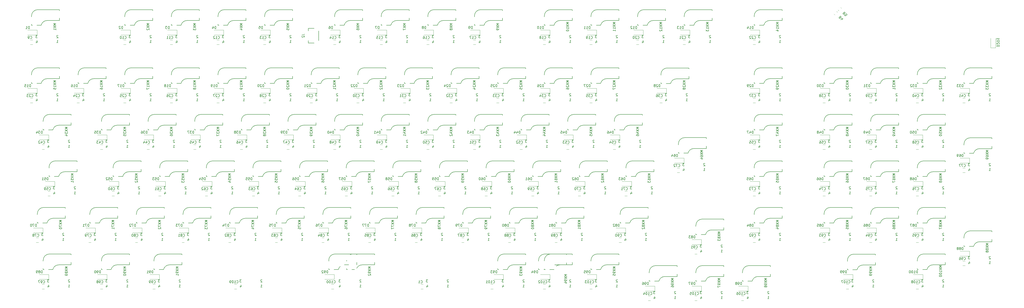
<source format=gbr>
%TF.GenerationSoftware,KiCad,Pcbnew,(6.0.4)*%
%TF.CreationDate,2022-05-16T22:22:17+02:00*%
%TF.ProjectId,pcb-rounded,7063622d-726f-4756-9e64-65642e6b6963,rev?*%
%TF.SameCoordinates,Original*%
%TF.FileFunction,Legend,Bot*%
%TF.FilePolarity,Positive*%
%FSLAX46Y46*%
G04 Gerber Fmt 4.6, Leading zero omitted, Abs format (unit mm)*
G04 Created by KiCad (PCBNEW (6.0.4)) date 2022-05-16 22:22:17*
%MOMM*%
%LPD*%
G01*
G04 APERTURE LIST*
%ADD10C,0.150000*%
%ADD11C,0.120000*%
G04 APERTURE END LIST*
D10*
%TO.C,D150*%
X458789583Y-221039880D02*
X458170535Y-221039880D01*
X458503869Y-221420833D01*
X458361011Y-221420833D01*
X458265773Y-221468452D01*
X458218154Y-221516071D01*
X458170535Y-221611309D01*
X458170535Y-221849404D01*
X458218154Y-221944642D01*
X458265773Y-221992261D01*
X458361011Y-222039880D01*
X458646726Y-222039880D01*
X458741964Y-221992261D01*
X458789583Y-221944642D01*
X458365773Y-223473214D02*
X458365773Y-224139880D01*
X458603869Y-223092261D02*
X458841964Y-223806547D01*
X458222916Y-223806547D01*
X467241964Y-221135119D02*
X467194345Y-221087500D01*
X467099107Y-221039880D01*
X466861011Y-221039880D01*
X466765773Y-221087500D01*
X466718154Y-221135119D01*
X466670535Y-221230357D01*
X466670535Y-221325595D01*
X466718154Y-221468452D01*
X467289583Y-222039880D01*
X466670535Y-222039880D01*
X466670535Y-224039880D02*
X467241964Y-224039880D01*
X466956250Y-224039880D02*
X466956250Y-223039880D01*
X467051488Y-223182738D01*
X467146726Y-223277976D01*
X467241964Y-223325595D01*
%TO.C,D190*%
X124990773Y-280623214D02*
X124990773Y-281289880D01*
X125228869Y-280242261D02*
X125466964Y-280956547D01*
X124847916Y-280956547D01*
X125414583Y-278189880D02*
X124795535Y-278189880D01*
X125128869Y-278570833D01*
X124986011Y-278570833D01*
X124890773Y-278618452D01*
X124843154Y-278666071D01*
X124795535Y-278761309D01*
X124795535Y-278999404D01*
X124843154Y-279094642D01*
X124890773Y-279142261D01*
X124986011Y-279189880D01*
X125271726Y-279189880D01*
X125366964Y-279142261D01*
X125414583Y-279094642D01*
X133295535Y-281189880D02*
X133866964Y-281189880D01*
X133581250Y-281189880D02*
X133581250Y-280189880D01*
X133676488Y-280332738D01*
X133771726Y-280427976D01*
X133866964Y-280475595D01*
X133866964Y-278285119D02*
X133819345Y-278237500D01*
X133724107Y-278189880D01*
X133486011Y-278189880D01*
X133390773Y-278237500D01*
X133343154Y-278285119D01*
X133295535Y-278380357D01*
X133295535Y-278475595D01*
X133343154Y-278618452D01*
X133914583Y-279189880D01*
X133295535Y-279189880D01*
%TO.C,D180*%
X299983035Y-262139880D02*
X300554464Y-262139880D01*
X300268750Y-262139880D02*
X300268750Y-261139880D01*
X300363988Y-261282738D01*
X300459226Y-261377976D01*
X300554464Y-261425595D01*
X300554464Y-259235119D02*
X300506845Y-259187500D01*
X300411607Y-259139880D01*
X300173511Y-259139880D01*
X300078273Y-259187500D01*
X300030654Y-259235119D01*
X299983035Y-259330357D01*
X299983035Y-259425595D01*
X300030654Y-259568452D01*
X300602083Y-260139880D01*
X299983035Y-260139880D01*
X292102083Y-259139880D02*
X291483035Y-259139880D01*
X291816369Y-259520833D01*
X291673511Y-259520833D01*
X291578273Y-259568452D01*
X291530654Y-259616071D01*
X291483035Y-259711309D01*
X291483035Y-259949404D01*
X291530654Y-260044642D01*
X291578273Y-260092261D01*
X291673511Y-260139880D01*
X291959226Y-260139880D01*
X292054464Y-260092261D01*
X292102083Y-260044642D01*
X291678273Y-261573214D02*
X291678273Y-262239880D01*
X291916369Y-261192261D02*
X292154464Y-261906547D01*
X291535416Y-261906547D01*
%TO.C,D115*%
X96415773Y-204423214D02*
X96415773Y-205089880D01*
X96653869Y-204042261D02*
X96891964Y-204756547D01*
X96272916Y-204756547D01*
X96839583Y-201989880D02*
X96220535Y-201989880D01*
X96553869Y-202370833D01*
X96411011Y-202370833D01*
X96315773Y-202418452D01*
X96268154Y-202466071D01*
X96220535Y-202561309D01*
X96220535Y-202799404D01*
X96268154Y-202894642D01*
X96315773Y-202942261D01*
X96411011Y-202989880D01*
X96696726Y-202989880D01*
X96791964Y-202942261D01*
X96839583Y-202894642D01*
X105291964Y-202085119D02*
X105244345Y-202037500D01*
X105149107Y-201989880D01*
X104911011Y-201989880D01*
X104815773Y-202037500D01*
X104768154Y-202085119D01*
X104720535Y-202180357D01*
X104720535Y-202275595D01*
X104768154Y-202418452D01*
X105339583Y-202989880D01*
X104720535Y-202989880D01*
X104720535Y-204989880D02*
X105291964Y-204989880D01*
X105006250Y-204989880D02*
X105006250Y-203989880D01*
X105101488Y-204132738D01*
X105196726Y-204227976D01*
X105291964Y-204275595D01*
%TO.C,D119*%
X172615773Y-204423214D02*
X172615773Y-205089880D01*
X172853869Y-204042261D02*
X173091964Y-204756547D01*
X172472916Y-204756547D01*
X180920535Y-204989880D02*
X181491964Y-204989880D01*
X181206250Y-204989880D02*
X181206250Y-203989880D01*
X181301488Y-204132738D01*
X181396726Y-204227976D01*
X181491964Y-204275595D01*
X173039583Y-201989880D02*
X172420535Y-201989880D01*
X172753869Y-202370833D01*
X172611011Y-202370833D01*
X172515773Y-202418452D01*
X172468154Y-202466071D01*
X172420535Y-202561309D01*
X172420535Y-202799404D01*
X172468154Y-202894642D01*
X172515773Y-202942261D01*
X172611011Y-202989880D01*
X172896726Y-202989880D01*
X172991964Y-202942261D01*
X173039583Y-202894642D01*
X181491964Y-202085119D02*
X181444345Y-202037500D01*
X181349107Y-201989880D01*
X181111011Y-201989880D01*
X181015773Y-202037500D01*
X180968154Y-202085119D01*
X180920535Y-202180357D01*
X180920535Y-202275595D01*
X180968154Y-202418452D01*
X181539583Y-202989880D01*
X180920535Y-202989880D01*
%TO.C,MX13*%
X371133630Y-172863095D02*
X370133630Y-172863095D01*
X370847916Y-173196428D01*
X370133630Y-173529761D01*
X371133630Y-173529761D01*
X370133630Y-173910714D02*
X371133630Y-174577380D01*
X370133630Y-174577380D02*
X371133630Y-173910714D01*
X371133630Y-175482142D02*
X371133630Y-174910714D01*
X371133630Y-175196428D02*
X370133630Y-175196428D01*
X370276488Y-175101190D01*
X370371726Y-175005952D01*
X370419345Y-174910714D01*
X370133630Y-175815476D02*
X370133630Y-176434523D01*
X370514583Y-176101190D01*
X370514583Y-176244047D01*
X370562202Y-176339285D01*
X370609821Y-176386904D01*
X370705059Y-176434523D01*
X370943154Y-176434523D01*
X371038392Y-176386904D01*
X371086011Y-176339285D01*
X371133630Y-176244047D01*
X371133630Y-175958333D01*
X371086011Y-175863095D01*
X371038392Y-175815476D01*
%TO.C,D135*%
X125414583Y-221039880D02*
X124795535Y-221039880D01*
X125128869Y-221420833D01*
X124986011Y-221420833D01*
X124890773Y-221468452D01*
X124843154Y-221516071D01*
X124795535Y-221611309D01*
X124795535Y-221849404D01*
X124843154Y-221944642D01*
X124890773Y-221992261D01*
X124986011Y-222039880D01*
X125271726Y-222039880D01*
X125366964Y-221992261D01*
X125414583Y-221944642D01*
X133866964Y-221135119D02*
X133819345Y-221087500D01*
X133724107Y-221039880D01*
X133486011Y-221039880D01*
X133390773Y-221087500D01*
X133343154Y-221135119D01*
X133295535Y-221230357D01*
X133295535Y-221325595D01*
X133343154Y-221468452D01*
X133914583Y-222039880D01*
X133295535Y-222039880D01*
X124990773Y-223473214D02*
X124990773Y-224139880D01*
X125228869Y-223092261D02*
X125466964Y-223806547D01*
X124847916Y-223806547D01*
X133295535Y-224039880D02*
X133866964Y-224039880D01*
X133581250Y-224039880D02*
X133581250Y-223039880D01*
X133676488Y-223182738D01*
X133771726Y-223277976D01*
X133866964Y-223325595D01*
%TO.C,D162*%
X320253273Y-242523214D02*
X320253273Y-243189880D01*
X320491369Y-242142261D02*
X320729464Y-242856547D01*
X320110416Y-242856547D01*
X328558035Y-243089880D02*
X329129464Y-243089880D01*
X328843750Y-243089880D02*
X328843750Y-242089880D01*
X328938988Y-242232738D01*
X329034226Y-242327976D01*
X329129464Y-242375595D01*
X329129464Y-240185119D02*
X329081845Y-240137500D01*
X328986607Y-240089880D01*
X328748511Y-240089880D01*
X328653273Y-240137500D01*
X328605654Y-240185119D01*
X328558035Y-240280357D01*
X328558035Y-240375595D01*
X328605654Y-240518452D01*
X329177083Y-241089880D01*
X328558035Y-241089880D01*
X320677083Y-240089880D02*
X320058035Y-240089880D01*
X320391369Y-240470833D01*
X320248511Y-240470833D01*
X320153273Y-240518452D01*
X320105654Y-240566071D01*
X320058035Y-240661309D01*
X320058035Y-240899404D01*
X320105654Y-240994642D01*
X320153273Y-241042261D01*
X320248511Y-241089880D01*
X320534226Y-241089880D01*
X320629464Y-241042261D01*
X320677083Y-240994642D01*
%TO.C,MX11*%
X333033630Y-172863095D02*
X332033630Y-172863095D01*
X332747916Y-173196428D01*
X332033630Y-173529761D01*
X333033630Y-173529761D01*
X332033630Y-173910714D02*
X333033630Y-174577380D01*
X332033630Y-174577380D02*
X333033630Y-173910714D01*
X333033630Y-175482142D02*
X333033630Y-174910714D01*
X333033630Y-175196428D02*
X332033630Y-175196428D01*
X332176488Y-175101190D01*
X332271726Y-175005952D01*
X332319345Y-174910714D01*
X333033630Y-176434523D02*
X333033630Y-175863095D01*
X333033630Y-176148809D02*
X332033630Y-176148809D01*
X332176488Y-176053571D01*
X332271726Y-175958333D01*
X332319345Y-175863095D01*
%TO.C,MX43*%
X285408630Y-215725595D02*
X284408630Y-215725595D01*
X285122916Y-216058928D01*
X284408630Y-216392261D01*
X285408630Y-216392261D01*
X284408630Y-216773214D02*
X285408630Y-217439880D01*
X284408630Y-217439880D02*
X285408630Y-216773214D01*
X284741964Y-218249404D02*
X285408630Y-218249404D01*
X284361011Y-218011309D02*
X285075297Y-217773214D01*
X285075297Y-218392261D01*
X284408630Y-218677976D02*
X284408630Y-219297023D01*
X284789583Y-218963690D01*
X284789583Y-219106547D01*
X284837202Y-219201785D01*
X284884821Y-219249404D01*
X284980059Y-219297023D01*
X285218154Y-219297023D01*
X285313392Y-219249404D01*
X285361011Y-219201785D01*
X285408630Y-219106547D01*
X285408630Y-218820833D01*
X285361011Y-218725595D01*
X285313392Y-218677976D01*
%TO.C,D136*%
X144040773Y-223473214D02*
X144040773Y-224139880D01*
X144278869Y-223092261D02*
X144516964Y-223806547D01*
X143897916Y-223806547D01*
X152916964Y-221135119D02*
X152869345Y-221087500D01*
X152774107Y-221039880D01*
X152536011Y-221039880D01*
X152440773Y-221087500D01*
X152393154Y-221135119D01*
X152345535Y-221230357D01*
X152345535Y-221325595D01*
X152393154Y-221468452D01*
X152964583Y-222039880D01*
X152345535Y-222039880D01*
X152345535Y-224039880D02*
X152916964Y-224039880D01*
X152631250Y-224039880D02*
X152631250Y-223039880D01*
X152726488Y-223182738D01*
X152821726Y-223277976D01*
X152916964Y-223325595D01*
X144464583Y-221039880D02*
X143845535Y-221039880D01*
X144178869Y-221420833D01*
X144036011Y-221420833D01*
X143940773Y-221468452D01*
X143893154Y-221516071D01*
X143845535Y-221611309D01*
X143845535Y-221849404D01*
X143893154Y-221944642D01*
X143940773Y-221992261D01*
X144036011Y-222039880D01*
X144321726Y-222039880D01*
X144416964Y-221992261D01*
X144464583Y-221944642D01*
%TO.C,D144*%
X296440773Y-223473214D02*
X296440773Y-224139880D01*
X296678869Y-223092261D02*
X296916964Y-223806547D01*
X296297916Y-223806547D01*
X304745535Y-224039880D02*
X305316964Y-224039880D01*
X305031250Y-224039880D02*
X305031250Y-223039880D01*
X305126488Y-223182738D01*
X305221726Y-223277976D01*
X305316964Y-223325595D01*
X305316964Y-221135119D02*
X305269345Y-221087500D01*
X305174107Y-221039880D01*
X304936011Y-221039880D01*
X304840773Y-221087500D01*
X304793154Y-221135119D01*
X304745535Y-221230357D01*
X304745535Y-221325595D01*
X304793154Y-221468452D01*
X305364583Y-222039880D01*
X304745535Y-222039880D01*
X296864583Y-221039880D02*
X296245535Y-221039880D01*
X296578869Y-221420833D01*
X296436011Y-221420833D01*
X296340773Y-221468452D01*
X296293154Y-221516071D01*
X296245535Y-221611309D01*
X296245535Y-221849404D01*
X296293154Y-221944642D01*
X296340773Y-221992261D01*
X296436011Y-222039880D01*
X296721726Y-222039880D01*
X296816964Y-221992261D01*
X296864583Y-221944642D01*
%TO.C,D158*%
X252358035Y-243089880D02*
X252929464Y-243089880D01*
X252643750Y-243089880D02*
X252643750Y-242089880D01*
X252738988Y-242232738D01*
X252834226Y-242327976D01*
X252929464Y-242375595D01*
X252929464Y-240185119D02*
X252881845Y-240137500D01*
X252786607Y-240089880D01*
X252548511Y-240089880D01*
X252453273Y-240137500D01*
X252405654Y-240185119D01*
X252358035Y-240280357D01*
X252358035Y-240375595D01*
X252405654Y-240518452D01*
X252977083Y-241089880D01*
X252358035Y-241089880D01*
X244477083Y-240089880D02*
X243858035Y-240089880D01*
X244191369Y-240470833D01*
X244048511Y-240470833D01*
X243953273Y-240518452D01*
X243905654Y-240566071D01*
X243858035Y-240661309D01*
X243858035Y-240899404D01*
X243905654Y-240994642D01*
X243953273Y-241042261D01*
X244048511Y-241089880D01*
X244334226Y-241089880D01*
X244429464Y-241042261D01*
X244477083Y-240994642D01*
X244053273Y-242523214D02*
X244053273Y-243189880D01*
X244291369Y-242142261D02*
X244529464Y-242856547D01*
X243910416Y-242856547D01*
%TO.C,MX31*%
X447333630Y-196675595D02*
X446333630Y-196675595D01*
X447047916Y-197008928D01*
X446333630Y-197342261D01*
X447333630Y-197342261D01*
X446333630Y-197723214D02*
X447333630Y-198389880D01*
X446333630Y-198389880D02*
X447333630Y-197723214D01*
X446333630Y-198675595D02*
X446333630Y-199294642D01*
X446714583Y-198961309D01*
X446714583Y-199104166D01*
X446762202Y-199199404D01*
X446809821Y-199247023D01*
X446905059Y-199294642D01*
X447143154Y-199294642D01*
X447238392Y-199247023D01*
X447286011Y-199199404D01*
X447333630Y-199104166D01*
X447333630Y-198818452D01*
X447286011Y-198723214D01*
X447238392Y-198675595D01*
X447333630Y-200247023D02*
X447333630Y-199675595D01*
X447333630Y-199961309D02*
X446333630Y-199961309D01*
X446476488Y-199866071D01*
X446571726Y-199770833D01*
X446619345Y-199675595D01*
%TO.C,D197*%
X376754464Y-283047619D02*
X376706845Y-283000000D01*
X376611607Y-282952380D01*
X376373511Y-282952380D01*
X376278273Y-283000000D01*
X376230654Y-283047619D01*
X376183035Y-283142857D01*
X376183035Y-283238095D01*
X376230654Y-283380952D01*
X376802083Y-283952380D01*
X376183035Y-283952380D01*
X367878273Y-285385714D02*
X367878273Y-286052380D01*
X368116369Y-285004761D02*
X368354464Y-285719047D01*
X367735416Y-285719047D01*
X368302083Y-282952380D02*
X367683035Y-282952380D01*
X368016369Y-283333333D01*
X367873511Y-283333333D01*
X367778273Y-283380952D01*
X367730654Y-283428571D01*
X367683035Y-283523809D01*
X367683035Y-283761904D01*
X367730654Y-283857142D01*
X367778273Y-283904761D01*
X367873511Y-283952380D01*
X368159226Y-283952380D01*
X368254464Y-283904761D01*
X368302083Y-283857142D01*
X376183035Y-285952380D02*
X376754464Y-285952380D01*
X376468750Y-285952380D02*
X376468750Y-284952380D01*
X376563988Y-285095238D01*
X376659226Y-285190476D01*
X376754464Y-285238095D01*
%TO.C,MX20*%
X199683630Y-196675595D02*
X198683630Y-196675595D01*
X199397916Y-197008928D01*
X198683630Y-197342261D01*
X199683630Y-197342261D01*
X198683630Y-197723214D02*
X199683630Y-198389880D01*
X198683630Y-198389880D02*
X199683630Y-197723214D01*
X198778869Y-198723214D02*
X198731250Y-198770833D01*
X198683630Y-198866071D01*
X198683630Y-199104166D01*
X198731250Y-199199404D01*
X198778869Y-199247023D01*
X198874107Y-199294642D01*
X198969345Y-199294642D01*
X199112202Y-199247023D01*
X199683630Y-198675595D01*
X199683630Y-199294642D01*
X198683630Y-199913690D02*
X198683630Y-200008928D01*
X198731250Y-200104166D01*
X198778869Y-200151785D01*
X198874107Y-200199404D01*
X199064583Y-200247023D01*
X199302678Y-200247023D01*
X199493154Y-200199404D01*
X199588392Y-200151785D01*
X199636011Y-200104166D01*
X199683630Y-200008928D01*
X199683630Y-199913690D01*
X199636011Y-199818452D01*
X199588392Y-199770833D01*
X199493154Y-199723214D01*
X199302678Y-199675595D01*
X199064583Y-199675595D01*
X198874107Y-199723214D01*
X198778869Y-199770833D01*
X198731250Y-199818452D01*
X198683630Y-199913690D01*
%TO.C,MX54*%
X175871130Y-234775595D02*
X174871130Y-234775595D01*
X175585416Y-235108928D01*
X174871130Y-235442261D01*
X175871130Y-235442261D01*
X174871130Y-235823214D02*
X175871130Y-236489880D01*
X174871130Y-236489880D02*
X175871130Y-235823214D01*
X174871130Y-237347023D02*
X174871130Y-236870833D01*
X175347321Y-236823214D01*
X175299702Y-236870833D01*
X175252083Y-236966071D01*
X175252083Y-237204166D01*
X175299702Y-237299404D01*
X175347321Y-237347023D01*
X175442559Y-237394642D01*
X175680654Y-237394642D01*
X175775892Y-237347023D01*
X175823511Y-237299404D01*
X175871130Y-237204166D01*
X175871130Y-236966071D01*
X175823511Y-236870833D01*
X175775892Y-236823214D01*
X175204464Y-238251785D02*
X175871130Y-238251785D01*
X174823511Y-238013690D02*
X175537797Y-237775595D01*
X175537797Y-238394642D01*
%TO.C,D134*%
X109483035Y-224039880D02*
X110054464Y-224039880D01*
X109768750Y-224039880D02*
X109768750Y-223039880D01*
X109863988Y-223182738D01*
X109959226Y-223277976D01*
X110054464Y-223325595D01*
X101602083Y-221039880D02*
X100983035Y-221039880D01*
X101316369Y-221420833D01*
X101173511Y-221420833D01*
X101078273Y-221468452D01*
X101030654Y-221516071D01*
X100983035Y-221611309D01*
X100983035Y-221849404D01*
X101030654Y-221944642D01*
X101078273Y-221992261D01*
X101173511Y-222039880D01*
X101459226Y-222039880D01*
X101554464Y-221992261D01*
X101602083Y-221944642D01*
X110054464Y-221135119D02*
X110006845Y-221087500D01*
X109911607Y-221039880D01*
X109673511Y-221039880D01*
X109578273Y-221087500D01*
X109530654Y-221135119D01*
X109483035Y-221230357D01*
X109483035Y-221325595D01*
X109530654Y-221468452D01*
X110102083Y-222039880D01*
X109483035Y-222039880D01*
X101178273Y-223473214D02*
X101178273Y-224139880D01*
X101416369Y-223092261D02*
X101654464Y-223806547D01*
X101035416Y-223806547D01*
%TO.C,MX12*%
X352083630Y-172863095D02*
X351083630Y-172863095D01*
X351797916Y-173196428D01*
X351083630Y-173529761D01*
X352083630Y-173529761D01*
X351083630Y-173910714D02*
X352083630Y-174577380D01*
X351083630Y-174577380D02*
X352083630Y-173910714D01*
X352083630Y-175482142D02*
X352083630Y-174910714D01*
X352083630Y-175196428D02*
X351083630Y-175196428D01*
X351226488Y-175101190D01*
X351321726Y-175005952D01*
X351369345Y-174910714D01*
X351178869Y-175863095D02*
X351131250Y-175910714D01*
X351083630Y-176005952D01*
X351083630Y-176244047D01*
X351131250Y-176339285D01*
X351178869Y-176386904D01*
X351274107Y-176434523D01*
X351369345Y-176434523D01*
X351512202Y-176386904D01*
X352083630Y-175815476D01*
X352083630Y-176434523D01*
%TO.C,MX51*%
X111577380Y-234775595D02*
X110577380Y-234775595D01*
X111291666Y-235108928D01*
X110577380Y-235442261D01*
X111577380Y-235442261D01*
X110577380Y-235823214D02*
X111577380Y-236489880D01*
X110577380Y-236489880D02*
X111577380Y-235823214D01*
X110577380Y-237347023D02*
X110577380Y-236870833D01*
X111053571Y-236823214D01*
X111005952Y-236870833D01*
X110958333Y-236966071D01*
X110958333Y-237204166D01*
X111005952Y-237299404D01*
X111053571Y-237347023D01*
X111148809Y-237394642D01*
X111386904Y-237394642D01*
X111482142Y-237347023D01*
X111529761Y-237299404D01*
X111577380Y-237204166D01*
X111577380Y-236966071D01*
X111529761Y-236870833D01*
X111482142Y-236823214D01*
X111577380Y-238347023D02*
X111577380Y-237775595D01*
X111577380Y-238061309D02*
X110577380Y-238061309D01*
X110720238Y-237966071D01*
X110815476Y-237870833D01*
X110863095Y-237775595D01*
%TO.C,D138*%
X190445535Y-224039880D02*
X191016964Y-224039880D01*
X190731250Y-224039880D02*
X190731250Y-223039880D01*
X190826488Y-223182738D01*
X190921726Y-223277976D01*
X191016964Y-223325595D01*
X182564583Y-221039880D02*
X181945535Y-221039880D01*
X182278869Y-221420833D01*
X182136011Y-221420833D01*
X182040773Y-221468452D01*
X181993154Y-221516071D01*
X181945535Y-221611309D01*
X181945535Y-221849404D01*
X181993154Y-221944642D01*
X182040773Y-221992261D01*
X182136011Y-222039880D01*
X182421726Y-222039880D01*
X182516964Y-221992261D01*
X182564583Y-221944642D01*
X182140773Y-223473214D02*
X182140773Y-224139880D01*
X182378869Y-223092261D02*
X182616964Y-223806547D01*
X181997916Y-223806547D01*
X191016964Y-221135119D02*
X190969345Y-221087500D01*
X190874107Y-221039880D01*
X190636011Y-221039880D01*
X190540773Y-221087500D01*
X190493154Y-221135119D01*
X190445535Y-221230357D01*
X190445535Y-221325595D01*
X190493154Y-221468452D01*
X191064583Y-222039880D01*
X190445535Y-222039880D01*
%TO.C,D166*%
X428570535Y-243089880D02*
X429141964Y-243089880D01*
X428856250Y-243089880D02*
X428856250Y-242089880D01*
X428951488Y-242232738D01*
X429046726Y-242327976D01*
X429141964Y-242375595D01*
X420689583Y-240089880D02*
X420070535Y-240089880D01*
X420403869Y-240470833D01*
X420261011Y-240470833D01*
X420165773Y-240518452D01*
X420118154Y-240566071D01*
X420070535Y-240661309D01*
X420070535Y-240899404D01*
X420118154Y-240994642D01*
X420165773Y-241042261D01*
X420261011Y-241089880D01*
X420546726Y-241089880D01*
X420641964Y-241042261D01*
X420689583Y-240994642D01*
X420265773Y-242523214D02*
X420265773Y-243189880D01*
X420503869Y-242142261D02*
X420741964Y-242856547D01*
X420122916Y-242856547D01*
X429141964Y-240185119D02*
X429094345Y-240137500D01*
X428999107Y-240089880D01*
X428761011Y-240089880D01*
X428665773Y-240137500D01*
X428618154Y-240185119D01*
X428570535Y-240280357D01*
X428570535Y-240375595D01*
X428618154Y-240518452D01*
X429189583Y-241089880D01*
X428570535Y-241089880D01*
%TO.C,MX77*%
X242546130Y-253825595D02*
X241546130Y-253825595D01*
X242260416Y-254158928D01*
X241546130Y-254492261D01*
X242546130Y-254492261D01*
X241546130Y-254873214D02*
X242546130Y-255539880D01*
X241546130Y-255539880D02*
X242546130Y-254873214D01*
X241546130Y-255825595D02*
X241546130Y-256492261D01*
X242546130Y-256063690D01*
X241546130Y-256777976D02*
X241546130Y-257444642D01*
X242546130Y-257016071D01*
%TO.C,D185*%
X429141964Y-259235119D02*
X429094345Y-259187500D01*
X428999107Y-259139880D01*
X428761011Y-259139880D01*
X428665773Y-259187500D01*
X428618154Y-259235119D01*
X428570535Y-259330357D01*
X428570535Y-259425595D01*
X428618154Y-259568452D01*
X429189583Y-260139880D01*
X428570535Y-260139880D01*
X420265773Y-261573214D02*
X420265773Y-262239880D01*
X420503869Y-261192261D02*
X420741964Y-261906547D01*
X420122916Y-261906547D01*
X420689583Y-259139880D02*
X420070535Y-259139880D01*
X420403869Y-259520833D01*
X420261011Y-259520833D01*
X420165773Y-259568452D01*
X420118154Y-259616071D01*
X420070535Y-259711309D01*
X420070535Y-259949404D01*
X420118154Y-260044642D01*
X420165773Y-260092261D01*
X420261011Y-260139880D01*
X420546726Y-260139880D01*
X420641964Y-260092261D01*
X420689583Y-260044642D01*
X428570535Y-262139880D02*
X429141964Y-262139880D01*
X428856250Y-262139880D02*
X428856250Y-261139880D01*
X428951488Y-261282738D01*
X429046726Y-261377976D01*
X429141964Y-261425595D01*
%TO.C,D107*%
X239290773Y-180610714D02*
X239290773Y-181277380D01*
X239528869Y-180229761D02*
X239766964Y-180944047D01*
X239147916Y-180944047D01*
X248166964Y-178272619D02*
X248119345Y-178225000D01*
X248024107Y-178177380D01*
X247786011Y-178177380D01*
X247690773Y-178225000D01*
X247643154Y-178272619D01*
X247595535Y-178367857D01*
X247595535Y-178463095D01*
X247643154Y-178605952D01*
X248214583Y-179177380D01*
X247595535Y-179177380D01*
X239714583Y-178177380D02*
X239095535Y-178177380D01*
X239428869Y-178558333D01*
X239286011Y-178558333D01*
X239190773Y-178605952D01*
X239143154Y-178653571D01*
X239095535Y-178748809D01*
X239095535Y-178986904D01*
X239143154Y-179082142D01*
X239190773Y-179129761D01*
X239286011Y-179177380D01*
X239571726Y-179177380D01*
X239666964Y-179129761D01*
X239714583Y-179082142D01*
X247595535Y-181177380D02*
X248166964Y-181177380D01*
X247881250Y-181177380D02*
X247881250Y-180177380D01*
X247976488Y-180320238D01*
X248071726Y-180415476D01*
X248166964Y-180463095D01*
%TO.C,D175*%
X196852083Y-259139880D02*
X196233035Y-259139880D01*
X196566369Y-259520833D01*
X196423511Y-259520833D01*
X196328273Y-259568452D01*
X196280654Y-259616071D01*
X196233035Y-259711309D01*
X196233035Y-259949404D01*
X196280654Y-260044642D01*
X196328273Y-260092261D01*
X196423511Y-260139880D01*
X196709226Y-260139880D01*
X196804464Y-260092261D01*
X196852083Y-260044642D01*
X205304464Y-259235119D02*
X205256845Y-259187500D01*
X205161607Y-259139880D01*
X204923511Y-259139880D01*
X204828273Y-259187500D01*
X204780654Y-259235119D01*
X204733035Y-259330357D01*
X204733035Y-259425595D01*
X204780654Y-259568452D01*
X205352083Y-260139880D01*
X204733035Y-260139880D01*
X196428273Y-261573214D02*
X196428273Y-262239880D01*
X196666369Y-261192261D02*
X196904464Y-261906547D01*
X196285416Y-261906547D01*
X204733035Y-262139880D02*
X205304464Y-262139880D01*
X205018750Y-262139880D02*
X205018750Y-261139880D01*
X205113988Y-261282738D01*
X205209226Y-261377976D01*
X205304464Y-261425595D01*
%TO.C,D170*%
X99220833Y-259139880D02*
X98601785Y-259139880D01*
X98935119Y-259520833D01*
X98792261Y-259520833D01*
X98697023Y-259568452D01*
X98649404Y-259616071D01*
X98601785Y-259711309D01*
X98601785Y-259949404D01*
X98649404Y-260044642D01*
X98697023Y-260092261D01*
X98792261Y-260139880D01*
X99077976Y-260139880D01*
X99173214Y-260092261D01*
X99220833Y-260044642D01*
X107101785Y-262139880D02*
X107673214Y-262139880D01*
X107387500Y-262139880D02*
X107387500Y-261139880D01*
X107482738Y-261282738D01*
X107577976Y-261377976D01*
X107673214Y-261425595D01*
X107673214Y-259235119D02*
X107625595Y-259187500D01*
X107530357Y-259139880D01*
X107292261Y-259139880D01*
X107197023Y-259187500D01*
X107149404Y-259235119D01*
X107101785Y-259330357D01*
X107101785Y-259425595D01*
X107149404Y-259568452D01*
X107720833Y-260139880D01*
X107101785Y-260139880D01*
X98797023Y-261573214D02*
X98797023Y-262239880D01*
X99035119Y-261192261D02*
X99273214Y-261906547D01*
X98654166Y-261906547D01*
%TO.C,D202*%
X188635714Y-278285119D02*
X188588095Y-278237500D01*
X188492857Y-278189880D01*
X188254761Y-278189880D01*
X188159523Y-278237500D01*
X188111904Y-278285119D01*
X188064285Y-278380357D01*
X188064285Y-278475595D01*
X188111904Y-278618452D01*
X188683333Y-279189880D01*
X188064285Y-279189880D01*
X188064285Y-281189880D02*
X188635714Y-281189880D01*
X188350000Y-281189880D02*
X188350000Y-280189880D01*
X188445238Y-280332738D01*
X188540476Y-280427976D01*
X188635714Y-280475595D01*
X180183333Y-278189880D02*
X179564285Y-278189880D01*
X179897619Y-278570833D01*
X179754761Y-278570833D01*
X179659523Y-278618452D01*
X179611904Y-278666071D01*
X179564285Y-278761309D01*
X179564285Y-278999404D01*
X179611904Y-279094642D01*
X179659523Y-279142261D01*
X179754761Y-279189880D01*
X180040476Y-279189880D01*
X180135714Y-279142261D01*
X180183333Y-279094642D01*
X179759523Y-280623214D02*
X179759523Y-281289880D01*
X179997619Y-280242261D02*
X180235714Y-280956547D01*
X179616666Y-280956547D01*
%TO.C,D146*%
X343416964Y-221135119D02*
X343369345Y-221087500D01*
X343274107Y-221039880D01*
X343036011Y-221039880D01*
X342940773Y-221087500D01*
X342893154Y-221135119D01*
X342845535Y-221230357D01*
X342845535Y-221325595D01*
X342893154Y-221468452D01*
X343464583Y-222039880D01*
X342845535Y-222039880D01*
X334964583Y-221039880D02*
X334345535Y-221039880D01*
X334678869Y-221420833D01*
X334536011Y-221420833D01*
X334440773Y-221468452D01*
X334393154Y-221516071D01*
X334345535Y-221611309D01*
X334345535Y-221849404D01*
X334393154Y-221944642D01*
X334440773Y-221992261D01*
X334536011Y-222039880D01*
X334821726Y-222039880D01*
X334916964Y-221992261D01*
X334964583Y-221944642D01*
X334540773Y-223473214D02*
X334540773Y-224139880D01*
X334778869Y-223092261D02*
X335016964Y-223806547D01*
X334397916Y-223806547D01*
X342845535Y-224039880D02*
X343416964Y-224039880D01*
X343131250Y-224039880D02*
X343131250Y-223039880D01*
X343226488Y-223182738D01*
X343321726Y-223277976D01*
X343416964Y-223325595D01*
%TO.C,MX79*%
X280646130Y-253825595D02*
X279646130Y-253825595D01*
X280360416Y-254158928D01*
X279646130Y-254492261D01*
X280646130Y-254492261D01*
X279646130Y-254873214D02*
X280646130Y-255539880D01*
X279646130Y-255539880D02*
X280646130Y-254873214D01*
X279646130Y-255825595D02*
X279646130Y-256492261D01*
X280646130Y-256063690D01*
X280646130Y-256920833D02*
X280646130Y-257111309D01*
X280598511Y-257206547D01*
X280550892Y-257254166D01*
X280408035Y-257349404D01*
X280217559Y-257397023D01*
X279836607Y-257397023D01*
X279741369Y-257349404D01*
X279693750Y-257301785D01*
X279646130Y-257206547D01*
X279646130Y-257016071D01*
X279693750Y-256920833D01*
X279741369Y-256873214D01*
X279836607Y-256825595D01*
X280074702Y-256825595D01*
X280169940Y-256873214D01*
X280217559Y-256920833D01*
X280265178Y-257016071D01*
X280265178Y-257206547D01*
X280217559Y-257301785D01*
X280169940Y-257349404D01*
X280074702Y-257397023D01*
%TO.C,D140*%
X229116964Y-221135119D02*
X229069345Y-221087500D01*
X228974107Y-221039880D01*
X228736011Y-221039880D01*
X228640773Y-221087500D01*
X228593154Y-221135119D01*
X228545535Y-221230357D01*
X228545535Y-221325595D01*
X228593154Y-221468452D01*
X229164583Y-222039880D01*
X228545535Y-222039880D01*
X228545535Y-224039880D02*
X229116964Y-224039880D01*
X228831250Y-224039880D02*
X228831250Y-223039880D01*
X228926488Y-223182738D01*
X229021726Y-223277976D01*
X229116964Y-223325595D01*
X220240773Y-223473214D02*
X220240773Y-224139880D01*
X220478869Y-223092261D02*
X220716964Y-223806547D01*
X220097916Y-223806547D01*
X220664583Y-221039880D02*
X220045535Y-221039880D01*
X220378869Y-221420833D01*
X220236011Y-221420833D01*
X220140773Y-221468452D01*
X220093154Y-221516071D01*
X220045535Y-221611309D01*
X220045535Y-221849404D01*
X220093154Y-221944642D01*
X220140773Y-221992261D01*
X220236011Y-222039880D01*
X220521726Y-222039880D01*
X220616964Y-221992261D01*
X220664583Y-221944642D01*
%TO.C,MX49*%
X447333630Y-215725595D02*
X446333630Y-215725595D01*
X447047916Y-216058928D01*
X446333630Y-216392261D01*
X447333630Y-216392261D01*
X446333630Y-216773214D02*
X447333630Y-217439880D01*
X446333630Y-217439880D02*
X447333630Y-216773214D01*
X446666964Y-218249404D02*
X447333630Y-218249404D01*
X446286011Y-218011309D02*
X447000297Y-217773214D01*
X447000297Y-218392261D01*
X447333630Y-218820833D02*
X447333630Y-219011309D01*
X447286011Y-219106547D01*
X447238392Y-219154166D01*
X447095535Y-219249404D01*
X446905059Y-219297023D01*
X446524107Y-219297023D01*
X446428869Y-219249404D01*
X446381250Y-219201785D01*
X446333630Y-219106547D01*
X446333630Y-218916071D01*
X446381250Y-218820833D01*
X446428869Y-218773214D01*
X446524107Y-218725595D01*
X446762202Y-218725595D01*
X446857440Y-218773214D01*
X446905059Y-218820833D01*
X446952678Y-218916071D01*
X446952678Y-219106547D01*
X446905059Y-219201785D01*
X446857440Y-219249404D01*
X446762202Y-219297023D01*
%TO.C,MX45*%
X323508630Y-215725595D02*
X322508630Y-215725595D01*
X323222916Y-216058928D01*
X322508630Y-216392261D01*
X323508630Y-216392261D01*
X322508630Y-216773214D02*
X323508630Y-217439880D01*
X322508630Y-217439880D02*
X323508630Y-216773214D01*
X322841964Y-218249404D02*
X323508630Y-218249404D01*
X322461011Y-218011309D02*
X323175297Y-217773214D01*
X323175297Y-218392261D01*
X322508630Y-219249404D02*
X322508630Y-218773214D01*
X322984821Y-218725595D01*
X322937202Y-218773214D01*
X322889583Y-218868452D01*
X322889583Y-219106547D01*
X322937202Y-219201785D01*
X322984821Y-219249404D01*
X323080059Y-219297023D01*
X323318154Y-219297023D01*
X323413392Y-219249404D01*
X323461011Y-219201785D01*
X323508630Y-219106547D01*
X323508630Y-218868452D01*
X323461011Y-218773214D01*
X323413392Y-218725595D01*
%TO.C,D188*%
X486291964Y-268760119D02*
X486244345Y-268712500D01*
X486149107Y-268664880D01*
X485911011Y-268664880D01*
X485815773Y-268712500D01*
X485768154Y-268760119D01*
X485720535Y-268855357D01*
X485720535Y-268950595D01*
X485768154Y-269093452D01*
X486339583Y-269664880D01*
X485720535Y-269664880D01*
X485720535Y-271664880D02*
X486291964Y-271664880D01*
X486006250Y-271664880D02*
X486006250Y-270664880D01*
X486101488Y-270807738D01*
X486196726Y-270902976D01*
X486291964Y-270950595D01*
X477415773Y-271098214D02*
X477415773Y-271764880D01*
X477653869Y-270717261D02*
X477891964Y-271431547D01*
X477272916Y-271431547D01*
X477839583Y-268664880D02*
X477220535Y-268664880D01*
X477553869Y-269045833D01*
X477411011Y-269045833D01*
X477315773Y-269093452D01*
X477268154Y-269141071D01*
X477220535Y-269236309D01*
X477220535Y-269474404D01*
X477268154Y-269569642D01*
X477315773Y-269617261D01*
X477411011Y-269664880D01*
X477696726Y-269664880D01*
X477791964Y-269617261D01*
X477839583Y-269569642D01*
%TO.C,D137*%
X163090773Y-223473214D02*
X163090773Y-224139880D01*
X163328869Y-223092261D02*
X163566964Y-223806547D01*
X162947916Y-223806547D01*
X163514583Y-221039880D02*
X162895535Y-221039880D01*
X163228869Y-221420833D01*
X163086011Y-221420833D01*
X162990773Y-221468452D01*
X162943154Y-221516071D01*
X162895535Y-221611309D01*
X162895535Y-221849404D01*
X162943154Y-221944642D01*
X162990773Y-221992261D01*
X163086011Y-222039880D01*
X163371726Y-222039880D01*
X163466964Y-221992261D01*
X163514583Y-221944642D01*
X171966964Y-221135119D02*
X171919345Y-221087500D01*
X171824107Y-221039880D01*
X171586011Y-221039880D01*
X171490773Y-221087500D01*
X171443154Y-221135119D01*
X171395535Y-221230357D01*
X171395535Y-221325595D01*
X171443154Y-221468452D01*
X172014583Y-222039880D01*
X171395535Y-222039880D01*
X171395535Y-224039880D02*
X171966964Y-224039880D01*
X171681250Y-224039880D02*
X171681250Y-223039880D01*
X171776488Y-223182738D01*
X171871726Y-223277976D01*
X171966964Y-223325595D01*
%TO.C,MX42*%
X266358630Y-215725595D02*
X265358630Y-215725595D01*
X266072916Y-216058928D01*
X265358630Y-216392261D01*
X266358630Y-216392261D01*
X265358630Y-216773214D02*
X266358630Y-217439880D01*
X265358630Y-217439880D02*
X266358630Y-216773214D01*
X265691964Y-218249404D02*
X266358630Y-218249404D01*
X265311011Y-218011309D02*
X266025297Y-217773214D01*
X266025297Y-218392261D01*
X265453869Y-218725595D02*
X265406250Y-218773214D01*
X265358630Y-218868452D01*
X265358630Y-219106547D01*
X265406250Y-219201785D01*
X265453869Y-219249404D01*
X265549107Y-219297023D01*
X265644345Y-219297023D01*
X265787202Y-219249404D01*
X266358630Y-218677976D01*
X266358630Y-219297023D01*
%TO.C,D193*%
X295220535Y-281189880D02*
X295791964Y-281189880D01*
X295506250Y-281189880D02*
X295506250Y-280189880D01*
X295601488Y-280332738D01*
X295696726Y-280427976D01*
X295791964Y-280475595D01*
X295791964Y-278285119D02*
X295744345Y-278237500D01*
X295649107Y-278189880D01*
X295411011Y-278189880D01*
X295315773Y-278237500D01*
X295268154Y-278285119D01*
X295220535Y-278380357D01*
X295220535Y-278475595D01*
X295268154Y-278618452D01*
X295839583Y-279189880D01*
X295220535Y-279189880D01*
X286915773Y-280623214D02*
X286915773Y-281289880D01*
X287153869Y-280242261D02*
X287391964Y-280956547D01*
X286772916Y-280956547D01*
X287339583Y-278189880D02*
X286720535Y-278189880D01*
X287053869Y-278570833D01*
X286911011Y-278570833D01*
X286815773Y-278618452D01*
X286768154Y-278666071D01*
X286720535Y-278761309D01*
X286720535Y-278999404D01*
X286768154Y-279094642D01*
X286815773Y-279142261D01*
X286911011Y-279189880D01*
X287196726Y-279189880D01*
X287291964Y-279142261D01*
X287339583Y-279094642D01*
%TO.C,MX10*%
X313983630Y-172863095D02*
X312983630Y-172863095D01*
X313697916Y-173196428D01*
X312983630Y-173529761D01*
X313983630Y-173529761D01*
X312983630Y-173910714D02*
X313983630Y-174577380D01*
X312983630Y-174577380D02*
X313983630Y-173910714D01*
X313983630Y-175482142D02*
X313983630Y-174910714D01*
X313983630Y-175196428D02*
X312983630Y-175196428D01*
X313126488Y-175101190D01*
X313221726Y-175005952D01*
X313269345Y-174910714D01*
X312983630Y-176101190D02*
X312983630Y-176196428D01*
X313031250Y-176291666D01*
X313078869Y-176339285D01*
X313174107Y-176386904D01*
X313364583Y-176434523D01*
X313602678Y-176434523D01*
X313793154Y-176386904D01*
X313888392Y-176339285D01*
X313936011Y-176291666D01*
X313983630Y-176196428D01*
X313983630Y-176101190D01*
X313936011Y-176005952D01*
X313888392Y-175958333D01*
X313793154Y-175910714D01*
X313602678Y-175863095D01*
X313364583Y-175863095D01*
X313174107Y-175910714D01*
X313078869Y-175958333D01*
X313031250Y-176005952D01*
X312983630Y-176101190D01*
%TO.C,MX92*%
X233021130Y-272875595D02*
X232021130Y-272875595D01*
X232735416Y-273208928D01*
X232021130Y-273542261D01*
X233021130Y-273542261D01*
X232021130Y-273923214D02*
X233021130Y-274589880D01*
X232021130Y-274589880D02*
X233021130Y-273923214D01*
X233021130Y-275018452D02*
X233021130Y-275208928D01*
X232973511Y-275304166D01*
X232925892Y-275351785D01*
X232783035Y-275447023D01*
X232592559Y-275494642D01*
X232211607Y-275494642D01*
X232116369Y-275447023D01*
X232068750Y-275399404D01*
X232021130Y-275304166D01*
X232021130Y-275113690D01*
X232068750Y-275018452D01*
X232116369Y-274970833D01*
X232211607Y-274923214D01*
X232449702Y-274923214D01*
X232544940Y-274970833D01*
X232592559Y-275018452D01*
X232640178Y-275113690D01*
X232640178Y-275304166D01*
X232592559Y-275399404D01*
X232544940Y-275447023D01*
X232449702Y-275494642D01*
X232116369Y-275875595D02*
X232068750Y-275923214D01*
X232021130Y-276018452D01*
X232021130Y-276256547D01*
X232068750Y-276351785D01*
X232116369Y-276399404D01*
X232211607Y-276447023D01*
X232306845Y-276447023D01*
X232449702Y-276399404D01*
X233021130Y-275827976D01*
X233021130Y-276447023D01*
%TO.C,D163*%
X339727083Y-240089880D02*
X339108035Y-240089880D01*
X339441369Y-240470833D01*
X339298511Y-240470833D01*
X339203273Y-240518452D01*
X339155654Y-240566071D01*
X339108035Y-240661309D01*
X339108035Y-240899404D01*
X339155654Y-240994642D01*
X339203273Y-241042261D01*
X339298511Y-241089880D01*
X339584226Y-241089880D01*
X339679464Y-241042261D01*
X339727083Y-240994642D01*
X348179464Y-240185119D02*
X348131845Y-240137500D01*
X348036607Y-240089880D01*
X347798511Y-240089880D01*
X347703273Y-240137500D01*
X347655654Y-240185119D01*
X347608035Y-240280357D01*
X347608035Y-240375595D01*
X347655654Y-240518452D01*
X348227083Y-241089880D01*
X347608035Y-241089880D01*
X347608035Y-243089880D02*
X348179464Y-243089880D01*
X347893750Y-243089880D02*
X347893750Y-242089880D01*
X347988988Y-242232738D01*
X348084226Y-242327976D01*
X348179464Y-242375595D01*
X339303273Y-242523214D02*
X339303273Y-243189880D01*
X339541369Y-242142261D02*
X339779464Y-242856547D01*
X339160416Y-242856547D01*
%TO.C,D139*%
X210066964Y-221135119D02*
X210019345Y-221087500D01*
X209924107Y-221039880D01*
X209686011Y-221039880D01*
X209590773Y-221087500D01*
X209543154Y-221135119D01*
X209495535Y-221230357D01*
X209495535Y-221325595D01*
X209543154Y-221468452D01*
X210114583Y-222039880D01*
X209495535Y-222039880D01*
X201190773Y-223473214D02*
X201190773Y-224139880D01*
X201428869Y-223092261D02*
X201666964Y-223806547D01*
X201047916Y-223806547D01*
X209495535Y-224039880D02*
X210066964Y-224039880D01*
X209781250Y-224039880D02*
X209781250Y-223039880D01*
X209876488Y-223182738D01*
X209971726Y-223277976D01*
X210066964Y-223325595D01*
X201614583Y-221039880D02*
X200995535Y-221039880D01*
X201328869Y-221420833D01*
X201186011Y-221420833D01*
X201090773Y-221468452D01*
X201043154Y-221516071D01*
X200995535Y-221611309D01*
X200995535Y-221849404D01*
X201043154Y-221944642D01*
X201090773Y-221992261D01*
X201186011Y-222039880D01*
X201471726Y-222039880D01*
X201566964Y-221992261D01*
X201614583Y-221944642D01*
%TO.C,MX9*%
X285408630Y-173339285D02*
X284408630Y-173339285D01*
X285122916Y-173672619D01*
X284408630Y-174005952D01*
X285408630Y-174005952D01*
X284408630Y-174386904D02*
X285408630Y-175053571D01*
X284408630Y-175053571D02*
X285408630Y-174386904D01*
X285408630Y-175482142D02*
X285408630Y-175672619D01*
X285361011Y-175767857D01*
X285313392Y-175815476D01*
X285170535Y-175910714D01*
X284980059Y-175958333D01*
X284599107Y-175958333D01*
X284503869Y-175910714D01*
X284456250Y-175863095D01*
X284408630Y-175767857D01*
X284408630Y-175577380D01*
X284456250Y-175482142D01*
X284503869Y-175434523D01*
X284599107Y-175386904D01*
X284837202Y-175386904D01*
X284932440Y-175434523D01*
X284980059Y-175482142D01*
X285027678Y-175577380D01*
X285027678Y-175767857D01*
X284980059Y-175863095D01*
X284932440Y-175910714D01*
X284837202Y-175958333D01*
%TO.C,MX18*%
X161583630Y-196675595D02*
X160583630Y-196675595D01*
X161297916Y-197008928D01*
X160583630Y-197342261D01*
X161583630Y-197342261D01*
X160583630Y-197723214D02*
X161583630Y-198389880D01*
X160583630Y-198389880D02*
X161583630Y-197723214D01*
X161583630Y-199294642D02*
X161583630Y-198723214D01*
X161583630Y-199008928D02*
X160583630Y-199008928D01*
X160726488Y-198913690D01*
X160821726Y-198818452D01*
X160869345Y-198723214D01*
X161012202Y-199866071D02*
X160964583Y-199770833D01*
X160916964Y-199723214D01*
X160821726Y-199675595D01*
X160774107Y-199675595D01*
X160678869Y-199723214D01*
X160631250Y-199770833D01*
X160583630Y-199866071D01*
X160583630Y-200056547D01*
X160631250Y-200151785D01*
X160678869Y-200199404D01*
X160774107Y-200247023D01*
X160821726Y-200247023D01*
X160916964Y-200199404D01*
X160964583Y-200151785D01*
X161012202Y-200056547D01*
X161012202Y-199866071D01*
X161059821Y-199770833D01*
X161107440Y-199723214D01*
X161202678Y-199675595D01*
X161393154Y-199675595D01*
X161488392Y-199723214D01*
X161536011Y-199770833D01*
X161583630Y-199866071D01*
X161583630Y-200056547D01*
X161536011Y-200151785D01*
X161488392Y-200199404D01*
X161393154Y-200247023D01*
X161202678Y-200247023D01*
X161107440Y-200199404D01*
X161059821Y-200151785D01*
X161012202Y-200056547D01*
%TO.C,D141*%
X239290773Y-223473214D02*
X239290773Y-224139880D01*
X239528869Y-223092261D02*
X239766964Y-223806547D01*
X239147916Y-223806547D01*
X239714583Y-221039880D02*
X239095535Y-221039880D01*
X239428869Y-221420833D01*
X239286011Y-221420833D01*
X239190773Y-221468452D01*
X239143154Y-221516071D01*
X239095535Y-221611309D01*
X239095535Y-221849404D01*
X239143154Y-221944642D01*
X239190773Y-221992261D01*
X239286011Y-222039880D01*
X239571726Y-222039880D01*
X239666964Y-221992261D01*
X239714583Y-221944642D01*
X248166964Y-221135119D02*
X248119345Y-221087500D01*
X248024107Y-221039880D01*
X247786011Y-221039880D01*
X247690773Y-221087500D01*
X247643154Y-221135119D01*
X247595535Y-221230357D01*
X247595535Y-221325595D01*
X247643154Y-221468452D01*
X248214583Y-222039880D01*
X247595535Y-222039880D01*
X247595535Y-224039880D02*
X248166964Y-224039880D01*
X247881250Y-224039880D02*
X247881250Y-223039880D01*
X247976488Y-223182738D01*
X248071726Y-223277976D01*
X248166964Y-223325595D01*
%TO.C,D148*%
X428570535Y-224039880D02*
X429141964Y-224039880D01*
X428856250Y-224039880D02*
X428856250Y-223039880D01*
X428951488Y-223182738D01*
X429046726Y-223277976D01*
X429141964Y-223325595D01*
X429141964Y-221135119D02*
X429094345Y-221087500D01*
X428999107Y-221039880D01*
X428761011Y-221039880D01*
X428665773Y-221087500D01*
X428618154Y-221135119D01*
X428570535Y-221230357D01*
X428570535Y-221325595D01*
X428618154Y-221468452D01*
X429189583Y-222039880D01*
X428570535Y-222039880D01*
X420265773Y-223473214D02*
X420265773Y-224139880D01*
X420503869Y-223092261D02*
X420741964Y-223806547D01*
X420122916Y-223806547D01*
X420689583Y-221039880D02*
X420070535Y-221039880D01*
X420403869Y-221420833D01*
X420261011Y-221420833D01*
X420165773Y-221468452D01*
X420118154Y-221516071D01*
X420070535Y-221611309D01*
X420070535Y-221849404D01*
X420118154Y-221944642D01*
X420165773Y-221992261D01*
X420261011Y-222039880D01*
X420546726Y-222039880D01*
X420641964Y-221992261D01*
X420689583Y-221944642D01*
%TO.C,MX15*%
X104433630Y-196675595D02*
X103433630Y-196675595D01*
X104147916Y-197008928D01*
X103433630Y-197342261D01*
X104433630Y-197342261D01*
X103433630Y-197723214D02*
X104433630Y-198389880D01*
X103433630Y-198389880D02*
X104433630Y-197723214D01*
X104433630Y-199294642D02*
X104433630Y-198723214D01*
X104433630Y-199008928D02*
X103433630Y-199008928D01*
X103576488Y-198913690D01*
X103671726Y-198818452D01*
X103719345Y-198723214D01*
X103433630Y-200199404D02*
X103433630Y-199723214D01*
X103909821Y-199675595D01*
X103862202Y-199723214D01*
X103814583Y-199818452D01*
X103814583Y-200056547D01*
X103862202Y-200151785D01*
X103909821Y-200199404D01*
X104005059Y-200247023D01*
X104243154Y-200247023D01*
X104338392Y-200199404D01*
X104386011Y-200151785D01*
X104433630Y-200056547D01*
X104433630Y-199818452D01*
X104386011Y-199723214D01*
X104338392Y-199675595D01*
%TO.C,MX5*%
X199683630Y-173339285D02*
X198683630Y-173339285D01*
X199397916Y-173672619D01*
X198683630Y-174005952D01*
X199683630Y-174005952D01*
X198683630Y-174386904D02*
X199683630Y-175053571D01*
X198683630Y-175053571D02*
X199683630Y-174386904D01*
X198683630Y-175910714D02*
X198683630Y-175434523D01*
X199159821Y-175386904D01*
X199112202Y-175434523D01*
X199064583Y-175529761D01*
X199064583Y-175767857D01*
X199112202Y-175863095D01*
X199159821Y-175910714D01*
X199255059Y-175958333D01*
X199493154Y-175958333D01*
X199588392Y-175910714D01*
X199636011Y-175863095D01*
X199683630Y-175767857D01*
X199683630Y-175529761D01*
X199636011Y-175434523D01*
X199588392Y-175386904D01*
%TO.C,MX21*%
X218733630Y-196675595D02*
X217733630Y-196675595D01*
X218447916Y-197008928D01*
X217733630Y-197342261D01*
X218733630Y-197342261D01*
X217733630Y-197723214D02*
X218733630Y-198389880D01*
X217733630Y-198389880D02*
X218733630Y-197723214D01*
X217828869Y-198723214D02*
X217781250Y-198770833D01*
X217733630Y-198866071D01*
X217733630Y-199104166D01*
X217781250Y-199199404D01*
X217828869Y-199247023D01*
X217924107Y-199294642D01*
X218019345Y-199294642D01*
X218162202Y-199247023D01*
X218733630Y-198675595D01*
X218733630Y-199294642D01*
X218733630Y-200247023D02*
X218733630Y-199675595D01*
X218733630Y-199961309D02*
X217733630Y-199961309D01*
X217876488Y-199866071D01*
X217971726Y-199770833D01*
X218019345Y-199675595D01*
%TO.C,D113*%
X363539583Y-178177380D02*
X362920535Y-178177380D01*
X363253869Y-178558333D01*
X363111011Y-178558333D01*
X363015773Y-178605952D01*
X362968154Y-178653571D01*
X362920535Y-178748809D01*
X362920535Y-178986904D01*
X362968154Y-179082142D01*
X363015773Y-179129761D01*
X363111011Y-179177380D01*
X363396726Y-179177380D01*
X363491964Y-179129761D01*
X363539583Y-179082142D01*
X371991964Y-178272619D02*
X371944345Y-178225000D01*
X371849107Y-178177380D01*
X371611011Y-178177380D01*
X371515773Y-178225000D01*
X371468154Y-178272619D01*
X371420535Y-178367857D01*
X371420535Y-178463095D01*
X371468154Y-178605952D01*
X372039583Y-179177380D01*
X371420535Y-179177380D01*
X363115773Y-180610714D02*
X363115773Y-181277380D01*
X363353869Y-180229761D02*
X363591964Y-180944047D01*
X362972916Y-180944047D01*
X371420535Y-181177380D02*
X371991964Y-181177380D01*
X371706250Y-181177380D02*
X371706250Y-180177380D01*
X371801488Y-180320238D01*
X371896726Y-180415476D01*
X371991964Y-180463095D01*
%TO.C,D109*%
X277390773Y-180610714D02*
X277390773Y-181277380D01*
X277628869Y-180229761D02*
X277866964Y-180944047D01*
X277247916Y-180944047D01*
X285695535Y-181177380D02*
X286266964Y-181177380D01*
X285981250Y-181177380D02*
X285981250Y-180177380D01*
X286076488Y-180320238D01*
X286171726Y-180415476D01*
X286266964Y-180463095D01*
X277814583Y-178177380D02*
X277195535Y-178177380D01*
X277528869Y-178558333D01*
X277386011Y-178558333D01*
X277290773Y-178605952D01*
X277243154Y-178653571D01*
X277195535Y-178748809D01*
X277195535Y-178986904D01*
X277243154Y-179082142D01*
X277290773Y-179129761D01*
X277386011Y-179177380D01*
X277671726Y-179177380D01*
X277766964Y-179129761D01*
X277814583Y-179082142D01*
X286266964Y-178272619D02*
X286219345Y-178225000D01*
X286124107Y-178177380D01*
X285886011Y-178177380D01*
X285790773Y-178225000D01*
X285743154Y-178272619D01*
X285695535Y-178367857D01*
X285695535Y-178463095D01*
X285743154Y-178605952D01*
X286314583Y-179177380D01*
X285695535Y-179177380D01*
%TO.C,MX84*%
X399708630Y-253825595D02*
X398708630Y-253825595D01*
X399422916Y-254158928D01*
X398708630Y-254492261D01*
X399708630Y-254492261D01*
X398708630Y-254873214D02*
X399708630Y-255539880D01*
X398708630Y-255539880D02*
X399708630Y-254873214D01*
X399137202Y-256063690D02*
X399089583Y-255968452D01*
X399041964Y-255920833D01*
X398946726Y-255873214D01*
X398899107Y-255873214D01*
X398803869Y-255920833D01*
X398756250Y-255968452D01*
X398708630Y-256063690D01*
X398708630Y-256254166D01*
X398756250Y-256349404D01*
X398803869Y-256397023D01*
X398899107Y-256444642D01*
X398946726Y-256444642D01*
X399041964Y-256397023D01*
X399089583Y-256349404D01*
X399137202Y-256254166D01*
X399137202Y-256063690D01*
X399184821Y-255968452D01*
X399232440Y-255920833D01*
X399327678Y-255873214D01*
X399518154Y-255873214D01*
X399613392Y-255920833D01*
X399661011Y-255968452D01*
X399708630Y-256063690D01*
X399708630Y-256254166D01*
X399661011Y-256349404D01*
X399613392Y-256397023D01*
X399518154Y-256444642D01*
X399327678Y-256444642D01*
X399232440Y-256397023D01*
X399184821Y-256349404D01*
X399137202Y-256254166D01*
X399041964Y-257301785D02*
X399708630Y-257301785D01*
X398661011Y-257063690D02*
X399375297Y-256825595D01*
X399375297Y-257444642D01*
%TO.C,MX44*%
X304458630Y-215725595D02*
X303458630Y-215725595D01*
X304172916Y-216058928D01*
X303458630Y-216392261D01*
X304458630Y-216392261D01*
X303458630Y-216773214D02*
X304458630Y-217439880D01*
X303458630Y-217439880D02*
X304458630Y-216773214D01*
X303791964Y-218249404D02*
X304458630Y-218249404D01*
X303411011Y-218011309D02*
X304125297Y-217773214D01*
X304125297Y-218392261D01*
X303791964Y-219201785D02*
X304458630Y-219201785D01*
X303411011Y-218963690D02*
X304125297Y-218725595D01*
X304125297Y-219344642D01*
%TO.C,D127*%
X333320535Y-204989880D02*
X333891964Y-204989880D01*
X333606250Y-204989880D02*
X333606250Y-203989880D01*
X333701488Y-204132738D01*
X333796726Y-204227976D01*
X333891964Y-204275595D01*
X333891964Y-202085119D02*
X333844345Y-202037500D01*
X333749107Y-201989880D01*
X333511011Y-201989880D01*
X333415773Y-202037500D01*
X333368154Y-202085119D01*
X333320535Y-202180357D01*
X333320535Y-202275595D01*
X333368154Y-202418452D01*
X333939583Y-202989880D01*
X333320535Y-202989880D01*
X325439583Y-201989880D02*
X324820535Y-201989880D01*
X325153869Y-202370833D01*
X325011011Y-202370833D01*
X324915773Y-202418452D01*
X324868154Y-202466071D01*
X324820535Y-202561309D01*
X324820535Y-202799404D01*
X324868154Y-202894642D01*
X324915773Y-202942261D01*
X325011011Y-202989880D01*
X325296726Y-202989880D01*
X325391964Y-202942261D01*
X325439583Y-202894642D01*
X325015773Y-204423214D02*
X325015773Y-205089880D01*
X325253869Y-204042261D02*
X325491964Y-204756547D01*
X324872916Y-204756547D01*
%TO.C,D167*%
X439315773Y-242523214D02*
X439315773Y-243189880D01*
X439553869Y-242142261D02*
X439791964Y-242856547D01*
X439172916Y-242856547D01*
X439739583Y-240089880D02*
X439120535Y-240089880D01*
X439453869Y-240470833D01*
X439311011Y-240470833D01*
X439215773Y-240518452D01*
X439168154Y-240566071D01*
X439120535Y-240661309D01*
X439120535Y-240899404D01*
X439168154Y-240994642D01*
X439215773Y-241042261D01*
X439311011Y-241089880D01*
X439596726Y-241089880D01*
X439691964Y-241042261D01*
X439739583Y-240994642D01*
X448191964Y-240185119D02*
X448144345Y-240137500D01*
X448049107Y-240089880D01*
X447811011Y-240089880D01*
X447715773Y-240137500D01*
X447668154Y-240185119D01*
X447620535Y-240280357D01*
X447620535Y-240375595D01*
X447668154Y-240518452D01*
X448239583Y-241089880D01*
X447620535Y-241089880D01*
X447620535Y-243089880D02*
X448191964Y-243089880D01*
X447906250Y-243089880D02*
X447906250Y-242089880D01*
X448001488Y-242232738D01*
X448096726Y-242327976D01*
X448191964Y-242375595D01*
%TO.C,MX47*%
X399708630Y-215725595D02*
X398708630Y-215725595D01*
X399422916Y-216058928D01*
X398708630Y-216392261D01*
X399708630Y-216392261D01*
X398708630Y-216773214D02*
X399708630Y-217439880D01*
X398708630Y-217439880D02*
X399708630Y-216773214D01*
X399041964Y-218249404D02*
X399708630Y-218249404D01*
X398661011Y-218011309D02*
X399375297Y-217773214D01*
X399375297Y-218392261D01*
X398708630Y-218677976D02*
X398708630Y-219344642D01*
X399708630Y-218916071D01*
%TO.C,MX32*%
X466383630Y-196675595D02*
X465383630Y-196675595D01*
X466097916Y-197008928D01*
X465383630Y-197342261D01*
X466383630Y-197342261D01*
X465383630Y-197723214D02*
X466383630Y-198389880D01*
X465383630Y-198389880D02*
X466383630Y-197723214D01*
X465383630Y-198675595D02*
X465383630Y-199294642D01*
X465764583Y-198961309D01*
X465764583Y-199104166D01*
X465812202Y-199199404D01*
X465859821Y-199247023D01*
X465955059Y-199294642D01*
X466193154Y-199294642D01*
X466288392Y-199247023D01*
X466336011Y-199199404D01*
X466383630Y-199104166D01*
X466383630Y-198818452D01*
X466336011Y-198723214D01*
X466288392Y-198675595D01*
X465478869Y-199675595D02*
X465431250Y-199723214D01*
X465383630Y-199818452D01*
X465383630Y-200056547D01*
X465431250Y-200151785D01*
X465478869Y-200199404D01*
X465574107Y-200247023D01*
X465669345Y-200247023D01*
X465812202Y-200199404D01*
X466383630Y-199627976D01*
X466383630Y-200247023D01*
%TO.C,MX91*%
X154439880Y-272875595D02*
X153439880Y-272875595D01*
X154154166Y-273208928D01*
X153439880Y-273542261D01*
X154439880Y-273542261D01*
X153439880Y-273923214D02*
X154439880Y-274589880D01*
X153439880Y-274589880D02*
X154439880Y-273923214D01*
X154439880Y-275018452D02*
X154439880Y-275208928D01*
X154392261Y-275304166D01*
X154344642Y-275351785D01*
X154201785Y-275447023D01*
X154011309Y-275494642D01*
X153630357Y-275494642D01*
X153535119Y-275447023D01*
X153487500Y-275399404D01*
X153439880Y-275304166D01*
X153439880Y-275113690D01*
X153487500Y-275018452D01*
X153535119Y-274970833D01*
X153630357Y-274923214D01*
X153868452Y-274923214D01*
X153963690Y-274970833D01*
X154011309Y-275018452D01*
X154058928Y-275113690D01*
X154058928Y-275304166D01*
X154011309Y-275399404D01*
X153963690Y-275447023D01*
X153868452Y-275494642D01*
X154439880Y-276447023D02*
X154439880Y-275875595D01*
X154439880Y-276161309D02*
X153439880Y-276161309D01*
X153582738Y-276066071D01*
X153677976Y-275970833D01*
X153725595Y-275875595D01*
%TO.C,MX36*%
X152058630Y-215725595D02*
X151058630Y-215725595D01*
X151772916Y-216058928D01*
X151058630Y-216392261D01*
X152058630Y-216392261D01*
X151058630Y-216773214D02*
X152058630Y-217439880D01*
X151058630Y-217439880D02*
X152058630Y-216773214D01*
X151058630Y-217725595D02*
X151058630Y-218344642D01*
X151439583Y-218011309D01*
X151439583Y-218154166D01*
X151487202Y-218249404D01*
X151534821Y-218297023D01*
X151630059Y-218344642D01*
X151868154Y-218344642D01*
X151963392Y-218297023D01*
X152011011Y-218249404D01*
X152058630Y-218154166D01*
X152058630Y-217868452D01*
X152011011Y-217773214D01*
X151963392Y-217725595D01*
X151058630Y-219201785D02*
X151058630Y-219011309D01*
X151106250Y-218916071D01*
X151153869Y-218868452D01*
X151296726Y-218773214D01*
X151487202Y-218725595D01*
X151868154Y-218725595D01*
X151963392Y-218773214D01*
X152011011Y-218820833D01*
X152058630Y-218916071D01*
X152058630Y-219106547D01*
X152011011Y-219201785D01*
X151963392Y-219249404D01*
X151868154Y-219297023D01*
X151630059Y-219297023D01*
X151534821Y-219249404D01*
X151487202Y-219201785D01*
X151439583Y-219106547D01*
X151439583Y-218916071D01*
X151487202Y-218820833D01*
X151534821Y-218773214D01*
X151630059Y-218725595D01*
%TO.C,D183*%
X376183035Y-266902380D02*
X376754464Y-266902380D01*
X376468750Y-266902380D02*
X376468750Y-265902380D01*
X376563988Y-266045238D01*
X376659226Y-266140476D01*
X376754464Y-266188095D01*
X368302083Y-263902380D02*
X367683035Y-263902380D01*
X368016369Y-264283333D01*
X367873511Y-264283333D01*
X367778273Y-264330952D01*
X367730654Y-264378571D01*
X367683035Y-264473809D01*
X367683035Y-264711904D01*
X367730654Y-264807142D01*
X367778273Y-264854761D01*
X367873511Y-264902380D01*
X368159226Y-264902380D01*
X368254464Y-264854761D01*
X368302083Y-264807142D01*
X367878273Y-266335714D02*
X367878273Y-267002380D01*
X368116369Y-265954761D02*
X368354464Y-266669047D01*
X367735416Y-266669047D01*
X376754464Y-263997619D02*
X376706845Y-263950000D01*
X376611607Y-263902380D01*
X376373511Y-263902380D01*
X376278273Y-263950000D01*
X376230654Y-263997619D01*
X376183035Y-264092857D01*
X376183035Y-264188095D01*
X376230654Y-264330952D01*
X376802083Y-264902380D01*
X376183035Y-264902380D01*
%TO.C,D130*%
X428570535Y-204989880D02*
X429141964Y-204989880D01*
X428856250Y-204989880D02*
X428856250Y-203989880D01*
X428951488Y-204132738D01*
X429046726Y-204227976D01*
X429141964Y-204275595D01*
X420689583Y-201989880D02*
X420070535Y-201989880D01*
X420403869Y-202370833D01*
X420261011Y-202370833D01*
X420165773Y-202418452D01*
X420118154Y-202466071D01*
X420070535Y-202561309D01*
X420070535Y-202799404D01*
X420118154Y-202894642D01*
X420165773Y-202942261D01*
X420261011Y-202989880D01*
X420546726Y-202989880D01*
X420641964Y-202942261D01*
X420689583Y-202894642D01*
X429141964Y-202085119D02*
X429094345Y-202037500D01*
X428999107Y-201989880D01*
X428761011Y-201989880D01*
X428665773Y-202037500D01*
X428618154Y-202085119D01*
X428570535Y-202180357D01*
X428570535Y-202275595D01*
X428618154Y-202418452D01*
X429189583Y-202989880D01*
X428570535Y-202989880D01*
X420265773Y-204423214D02*
X420265773Y-205089880D01*
X420503869Y-204042261D02*
X420741964Y-204756547D01*
X420122916Y-204756547D01*
%TO.C,MX71*%
X128246130Y-253825595D02*
X127246130Y-253825595D01*
X127960416Y-254158928D01*
X127246130Y-254492261D01*
X128246130Y-254492261D01*
X127246130Y-254873214D02*
X128246130Y-255539880D01*
X127246130Y-255539880D02*
X128246130Y-254873214D01*
X127246130Y-255825595D02*
X127246130Y-256492261D01*
X128246130Y-256063690D01*
X128246130Y-257397023D02*
X128246130Y-256825595D01*
X128246130Y-257111309D02*
X127246130Y-257111309D01*
X127388988Y-257016071D01*
X127484226Y-256920833D01*
X127531845Y-256825595D01*
%TO.C,D116*%
X124341964Y-202085119D02*
X124294345Y-202037500D01*
X124199107Y-201989880D01*
X123961011Y-201989880D01*
X123865773Y-202037500D01*
X123818154Y-202085119D01*
X123770535Y-202180357D01*
X123770535Y-202275595D01*
X123818154Y-202418452D01*
X124389583Y-202989880D01*
X123770535Y-202989880D01*
X123770535Y-204989880D02*
X124341964Y-204989880D01*
X124056250Y-204989880D02*
X124056250Y-203989880D01*
X124151488Y-204132738D01*
X124246726Y-204227976D01*
X124341964Y-204275595D01*
X115465773Y-204423214D02*
X115465773Y-205089880D01*
X115703869Y-204042261D02*
X115941964Y-204756547D01*
X115322916Y-204756547D01*
X115889583Y-201989880D02*
X115270535Y-201989880D01*
X115603869Y-202370833D01*
X115461011Y-202370833D01*
X115365773Y-202418452D01*
X115318154Y-202466071D01*
X115270535Y-202561309D01*
X115270535Y-202799404D01*
X115318154Y-202894642D01*
X115365773Y-202942261D01*
X115461011Y-202989880D01*
X115746726Y-202989880D01*
X115841964Y-202942261D01*
X115889583Y-202894642D01*
%TO.C,D168*%
X467241964Y-240185119D02*
X467194345Y-240137500D01*
X467099107Y-240089880D01*
X466861011Y-240089880D01*
X466765773Y-240137500D01*
X466718154Y-240185119D01*
X466670535Y-240280357D01*
X466670535Y-240375595D01*
X466718154Y-240518452D01*
X467289583Y-241089880D01*
X466670535Y-241089880D01*
X458365773Y-242523214D02*
X458365773Y-243189880D01*
X458603869Y-242142261D02*
X458841964Y-242856547D01*
X458222916Y-242856547D01*
X466670535Y-243089880D02*
X467241964Y-243089880D01*
X466956250Y-243089880D02*
X466956250Y-242089880D01*
X467051488Y-242232738D01*
X467146726Y-242327976D01*
X467241964Y-242375595D01*
X458789583Y-240089880D02*
X458170535Y-240089880D01*
X458503869Y-240470833D01*
X458361011Y-240470833D01*
X458265773Y-240518452D01*
X458218154Y-240566071D01*
X458170535Y-240661309D01*
X458170535Y-240899404D01*
X458218154Y-240994642D01*
X458265773Y-241042261D01*
X458361011Y-241089880D01*
X458646726Y-241089880D01*
X458741964Y-241042261D01*
X458789583Y-240994642D01*
%TO.C,D176*%
X215902083Y-259139880D02*
X215283035Y-259139880D01*
X215616369Y-259520833D01*
X215473511Y-259520833D01*
X215378273Y-259568452D01*
X215330654Y-259616071D01*
X215283035Y-259711309D01*
X215283035Y-259949404D01*
X215330654Y-260044642D01*
X215378273Y-260092261D01*
X215473511Y-260139880D01*
X215759226Y-260139880D01*
X215854464Y-260092261D01*
X215902083Y-260044642D01*
X215478273Y-261573214D02*
X215478273Y-262239880D01*
X215716369Y-261192261D02*
X215954464Y-261906547D01*
X215335416Y-261906547D01*
X224354464Y-259235119D02*
X224306845Y-259187500D01*
X224211607Y-259139880D01*
X223973511Y-259139880D01*
X223878273Y-259187500D01*
X223830654Y-259235119D01*
X223783035Y-259330357D01*
X223783035Y-259425595D01*
X223830654Y-259568452D01*
X224402083Y-260139880D01*
X223783035Y-260139880D01*
X223783035Y-262139880D02*
X224354464Y-262139880D01*
X224068750Y-262139880D02*
X224068750Y-261139880D01*
X224163988Y-261282738D01*
X224259226Y-261377976D01*
X224354464Y-261425595D01*
%TO.C,D110*%
X306389583Y-178177380D02*
X305770535Y-178177380D01*
X306103869Y-178558333D01*
X305961011Y-178558333D01*
X305865773Y-178605952D01*
X305818154Y-178653571D01*
X305770535Y-178748809D01*
X305770535Y-178986904D01*
X305818154Y-179082142D01*
X305865773Y-179129761D01*
X305961011Y-179177380D01*
X306246726Y-179177380D01*
X306341964Y-179129761D01*
X306389583Y-179082142D01*
X314841964Y-178272619D02*
X314794345Y-178225000D01*
X314699107Y-178177380D01*
X314461011Y-178177380D01*
X314365773Y-178225000D01*
X314318154Y-178272619D01*
X314270535Y-178367857D01*
X314270535Y-178463095D01*
X314318154Y-178605952D01*
X314889583Y-179177380D01*
X314270535Y-179177380D01*
X305965773Y-180610714D02*
X305965773Y-181277380D01*
X306203869Y-180229761D02*
X306441964Y-180944047D01*
X305822916Y-180944047D01*
X314270535Y-181177380D02*
X314841964Y-181177380D01*
X314556250Y-181177380D02*
X314556250Y-180177380D01*
X314651488Y-180320238D01*
X314746726Y-180415476D01*
X314841964Y-180463095D01*
%TO.C,MX80*%
X299696130Y-253825595D02*
X298696130Y-253825595D01*
X299410416Y-254158928D01*
X298696130Y-254492261D01*
X299696130Y-254492261D01*
X298696130Y-254873214D02*
X299696130Y-255539880D01*
X298696130Y-255539880D02*
X299696130Y-254873214D01*
X299124702Y-256063690D02*
X299077083Y-255968452D01*
X299029464Y-255920833D01*
X298934226Y-255873214D01*
X298886607Y-255873214D01*
X298791369Y-255920833D01*
X298743750Y-255968452D01*
X298696130Y-256063690D01*
X298696130Y-256254166D01*
X298743750Y-256349404D01*
X298791369Y-256397023D01*
X298886607Y-256444642D01*
X298934226Y-256444642D01*
X299029464Y-256397023D01*
X299077083Y-256349404D01*
X299124702Y-256254166D01*
X299124702Y-256063690D01*
X299172321Y-255968452D01*
X299219940Y-255920833D01*
X299315178Y-255873214D01*
X299505654Y-255873214D01*
X299600892Y-255920833D01*
X299648511Y-255968452D01*
X299696130Y-256063690D01*
X299696130Y-256254166D01*
X299648511Y-256349404D01*
X299600892Y-256397023D01*
X299505654Y-256444642D01*
X299315178Y-256444642D01*
X299219940Y-256397023D01*
X299172321Y-256349404D01*
X299124702Y-256254166D01*
X298696130Y-257063690D02*
X298696130Y-257158928D01*
X298743750Y-257254166D01*
X298791369Y-257301785D01*
X298886607Y-257349404D01*
X299077083Y-257397023D01*
X299315178Y-257397023D01*
X299505654Y-257349404D01*
X299600892Y-257301785D01*
X299648511Y-257254166D01*
X299696130Y-257158928D01*
X299696130Y-257063690D01*
X299648511Y-256968452D01*
X299600892Y-256920833D01*
X299505654Y-256873214D01*
X299315178Y-256825595D01*
X299077083Y-256825595D01*
X298886607Y-256873214D01*
X298791369Y-256920833D01*
X298743750Y-256968452D01*
X298696130Y-257063690D01*
%TO.C,D128*%
X362466964Y-202085119D02*
X362419345Y-202037500D01*
X362324107Y-201989880D01*
X362086011Y-201989880D01*
X361990773Y-202037500D01*
X361943154Y-202085119D01*
X361895535Y-202180357D01*
X361895535Y-202275595D01*
X361943154Y-202418452D01*
X362514583Y-202989880D01*
X361895535Y-202989880D01*
X361895535Y-204989880D02*
X362466964Y-204989880D01*
X362181250Y-204989880D02*
X362181250Y-203989880D01*
X362276488Y-204132738D01*
X362371726Y-204227976D01*
X362466964Y-204275595D01*
X353590773Y-204423214D02*
X353590773Y-205089880D01*
X353828869Y-204042261D02*
X354066964Y-204756547D01*
X353447916Y-204756547D01*
X354014583Y-201989880D02*
X353395535Y-201989880D01*
X353728869Y-202370833D01*
X353586011Y-202370833D01*
X353490773Y-202418452D01*
X353443154Y-202466071D01*
X353395535Y-202561309D01*
X353395535Y-202799404D01*
X353443154Y-202894642D01*
X353490773Y-202942261D01*
X353586011Y-202989880D01*
X353871726Y-202989880D01*
X353966964Y-202942261D01*
X354014583Y-202894642D01*
%TO.C,D118*%
X162441964Y-202085119D02*
X162394345Y-202037500D01*
X162299107Y-201989880D01*
X162061011Y-201989880D01*
X161965773Y-202037500D01*
X161918154Y-202085119D01*
X161870535Y-202180357D01*
X161870535Y-202275595D01*
X161918154Y-202418452D01*
X162489583Y-202989880D01*
X161870535Y-202989880D01*
X153989583Y-201989880D02*
X153370535Y-201989880D01*
X153703869Y-202370833D01*
X153561011Y-202370833D01*
X153465773Y-202418452D01*
X153418154Y-202466071D01*
X153370535Y-202561309D01*
X153370535Y-202799404D01*
X153418154Y-202894642D01*
X153465773Y-202942261D01*
X153561011Y-202989880D01*
X153846726Y-202989880D01*
X153941964Y-202942261D01*
X153989583Y-202894642D01*
X153565773Y-204423214D02*
X153565773Y-205089880D01*
X153803869Y-204042261D02*
X154041964Y-204756547D01*
X153422916Y-204756547D01*
X161870535Y-204989880D02*
X162441964Y-204989880D01*
X162156250Y-204989880D02*
X162156250Y-203989880D01*
X162251488Y-204132738D01*
X162346726Y-204227976D01*
X162441964Y-204275595D01*
%TO.C,MX89*%
X109196130Y-272875595D02*
X108196130Y-272875595D01*
X108910416Y-273208928D01*
X108196130Y-273542261D01*
X109196130Y-273542261D01*
X108196130Y-273923214D02*
X109196130Y-274589880D01*
X108196130Y-274589880D02*
X109196130Y-273923214D01*
X108624702Y-275113690D02*
X108577083Y-275018452D01*
X108529464Y-274970833D01*
X108434226Y-274923214D01*
X108386607Y-274923214D01*
X108291369Y-274970833D01*
X108243750Y-275018452D01*
X108196130Y-275113690D01*
X108196130Y-275304166D01*
X108243750Y-275399404D01*
X108291369Y-275447023D01*
X108386607Y-275494642D01*
X108434226Y-275494642D01*
X108529464Y-275447023D01*
X108577083Y-275399404D01*
X108624702Y-275304166D01*
X108624702Y-275113690D01*
X108672321Y-275018452D01*
X108719940Y-274970833D01*
X108815178Y-274923214D01*
X109005654Y-274923214D01*
X109100892Y-274970833D01*
X109148511Y-275018452D01*
X109196130Y-275113690D01*
X109196130Y-275304166D01*
X109148511Y-275399404D01*
X109100892Y-275447023D01*
X109005654Y-275494642D01*
X108815178Y-275494642D01*
X108719940Y-275447023D01*
X108672321Y-275399404D01*
X108624702Y-275304166D01*
X109196130Y-275970833D02*
X109196130Y-276161309D01*
X109148511Y-276256547D01*
X109100892Y-276304166D01*
X108958035Y-276399404D01*
X108767559Y-276447023D01*
X108386607Y-276447023D01*
X108291369Y-276399404D01*
X108243750Y-276351785D01*
X108196130Y-276256547D01*
X108196130Y-276066071D01*
X108243750Y-275970833D01*
X108291369Y-275923214D01*
X108386607Y-275875595D01*
X108624702Y-275875595D01*
X108719940Y-275923214D01*
X108767559Y-275970833D01*
X108815178Y-276066071D01*
X108815178Y-276256547D01*
X108767559Y-276351785D01*
X108719940Y-276399404D01*
X108624702Y-276447023D01*
%TO.C,MX66*%
X428283630Y-234775595D02*
X427283630Y-234775595D01*
X427997916Y-235108928D01*
X427283630Y-235442261D01*
X428283630Y-235442261D01*
X427283630Y-235823214D02*
X428283630Y-236489880D01*
X427283630Y-236489880D02*
X428283630Y-235823214D01*
X427283630Y-237299404D02*
X427283630Y-237108928D01*
X427331250Y-237013690D01*
X427378869Y-236966071D01*
X427521726Y-236870833D01*
X427712202Y-236823214D01*
X428093154Y-236823214D01*
X428188392Y-236870833D01*
X428236011Y-236918452D01*
X428283630Y-237013690D01*
X428283630Y-237204166D01*
X428236011Y-237299404D01*
X428188392Y-237347023D01*
X428093154Y-237394642D01*
X427855059Y-237394642D01*
X427759821Y-237347023D01*
X427712202Y-237299404D01*
X427664583Y-237204166D01*
X427664583Y-237013690D01*
X427712202Y-236918452D01*
X427759821Y-236870833D01*
X427855059Y-236823214D01*
X427283630Y-238251785D02*
X427283630Y-238061309D01*
X427331250Y-237966071D01*
X427378869Y-237918452D01*
X427521726Y-237823214D01*
X427712202Y-237775595D01*
X428093154Y-237775595D01*
X428188392Y-237823214D01*
X428236011Y-237870833D01*
X428283630Y-237966071D01*
X428283630Y-238156547D01*
X428236011Y-238251785D01*
X428188392Y-238299404D01*
X428093154Y-238347023D01*
X427855059Y-238347023D01*
X427759821Y-238299404D01*
X427712202Y-238251785D01*
X427664583Y-238156547D01*
X427664583Y-237966071D01*
X427712202Y-237870833D01*
X427759821Y-237823214D01*
X427855059Y-237775595D01*
%TO.C,D186*%
X439739583Y-259139880D02*
X439120535Y-259139880D01*
X439453869Y-259520833D01*
X439311011Y-259520833D01*
X439215773Y-259568452D01*
X439168154Y-259616071D01*
X439120535Y-259711309D01*
X439120535Y-259949404D01*
X439168154Y-260044642D01*
X439215773Y-260092261D01*
X439311011Y-260139880D01*
X439596726Y-260139880D01*
X439691964Y-260092261D01*
X439739583Y-260044642D01*
X448191964Y-259235119D02*
X448144345Y-259187500D01*
X448049107Y-259139880D01*
X447811011Y-259139880D01*
X447715773Y-259187500D01*
X447668154Y-259235119D01*
X447620535Y-259330357D01*
X447620535Y-259425595D01*
X447668154Y-259568452D01*
X448239583Y-260139880D01*
X447620535Y-260139880D01*
X447620535Y-262139880D02*
X448191964Y-262139880D01*
X447906250Y-262139880D02*
X447906250Y-261139880D01*
X448001488Y-261282738D01*
X448096726Y-261377976D01*
X448191964Y-261425595D01*
X439315773Y-261573214D02*
X439315773Y-262239880D01*
X439553869Y-261192261D02*
X439791964Y-261906547D01*
X439172916Y-261906547D01*
%TO.C,MX3*%
X161583630Y-173339285D02*
X160583630Y-173339285D01*
X161297916Y-173672619D01*
X160583630Y-174005952D01*
X161583630Y-174005952D01*
X160583630Y-174386904D02*
X161583630Y-175053571D01*
X160583630Y-175053571D02*
X161583630Y-174386904D01*
X160583630Y-175339285D02*
X160583630Y-175958333D01*
X160964583Y-175625000D01*
X160964583Y-175767857D01*
X161012202Y-175863095D01*
X161059821Y-175910714D01*
X161155059Y-175958333D01*
X161393154Y-175958333D01*
X161488392Y-175910714D01*
X161536011Y-175863095D01*
X161583630Y-175767857D01*
X161583630Y-175482142D01*
X161536011Y-175386904D01*
X161488392Y-175339285D01*
%TO.C,D171*%
X128533035Y-262139880D02*
X129104464Y-262139880D01*
X128818750Y-262139880D02*
X128818750Y-261139880D01*
X128913988Y-261282738D01*
X129009226Y-261377976D01*
X129104464Y-261425595D01*
X129104464Y-259235119D02*
X129056845Y-259187500D01*
X128961607Y-259139880D01*
X128723511Y-259139880D01*
X128628273Y-259187500D01*
X128580654Y-259235119D01*
X128533035Y-259330357D01*
X128533035Y-259425595D01*
X128580654Y-259568452D01*
X129152083Y-260139880D01*
X128533035Y-260139880D01*
X120652083Y-259139880D02*
X120033035Y-259139880D01*
X120366369Y-259520833D01*
X120223511Y-259520833D01*
X120128273Y-259568452D01*
X120080654Y-259616071D01*
X120033035Y-259711309D01*
X120033035Y-259949404D01*
X120080654Y-260044642D01*
X120128273Y-260092261D01*
X120223511Y-260139880D01*
X120509226Y-260139880D01*
X120604464Y-260092261D01*
X120652083Y-260044642D01*
X120228273Y-261573214D02*
X120228273Y-262239880D01*
X120466369Y-261192261D02*
X120704464Y-261906547D01*
X120085416Y-261906547D01*
%TO.C,MX61*%
X309221130Y-234775595D02*
X308221130Y-234775595D01*
X308935416Y-235108928D01*
X308221130Y-235442261D01*
X309221130Y-235442261D01*
X308221130Y-235823214D02*
X309221130Y-236489880D01*
X308221130Y-236489880D02*
X309221130Y-235823214D01*
X308221130Y-237299404D02*
X308221130Y-237108928D01*
X308268750Y-237013690D01*
X308316369Y-236966071D01*
X308459226Y-236870833D01*
X308649702Y-236823214D01*
X309030654Y-236823214D01*
X309125892Y-236870833D01*
X309173511Y-236918452D01*
X309221130Y-237013690D01*
X309221130Y-237204166D01*
X309173511Y-237299404D01*
X309125892Y-237347023D01*
X309030654Y-237394642D01*
X308792559Y-237394642D01*
X308697321Y-237347023D01*
X308649702Y-237299404D01*
X308602083Y-237204166D01*
X308602083Y-237013690D01*
X308649702Y-236918452D01*
X308697321Y-236870833D01*
X308792559Y-236823214D01*
X309221130Y-238347023D02*
X309221130Y-237775595D01*
X309221130Y-238061309D02*
X308221130Y-238061309D01*
X308363988Y-237966071D01*
X308459226Y-237870833D01*
X308506845Y-237775595D01*
%TO.C,MX100*%
X466383630Y-272399404D02*
X465383630Y-272399404D01*
X466097916Y-272732738D01*
X465383630Y-273066071D01*
X466383630Y-273066071D01*
X465383630Y-273447023D02*
X466383630Y-274113690D01*
X465383630Y-274113690D02*
X466383630Y-273447023D01*
X466383630Y-275018452D02*
X466383630Y-274447023D01*
X466383630Y-274732738D02*
X465383630Y-274732738D01*
X465526488Y-274637500D01*
X465621726Y-274542261D01*
X465669345Y-274447023D01*
X465383630Y-275637500D02*
X465383630Y-275732738D01*
X465431250Y-275827976D01*
X465478869Y-275875595D01*
X465574107Y-275923214D01*
X465764583Y-275970833D01*
X466002678Y-275970833D01*
X466193154Y-275923214D01*
X466288392Y-275875595D01*
X466336011Y-275827976D01*
X466383630Y-275732738D01*
X466383630Y-275637500D01*
X466336011Y-275542261D01*
X466288392Y-275494642D01*
X466193154Y-275447023D01*
X466002678Y-275399404D01*
X465764583Y-275399404D01*
X465574107Y-275447023D01*
X465478869Y-275494642D01*
X465431250Y-275542261D01*
X465383630Y-275637500D01*
X465383630Y-276589880D02*
X465383630Y-276685119D01*
X465431250Y-276780357D01*
X465478869Y-276827976D01*
X465574107Y-276875595D01*
X465764583Y-276923214D01*
X466002678Y-276923214D01*
X466193154Y-276875595D01*
X466288392Y-276827976D01*
X466336011Y-276780357D01*
X466383630Y-276685119D01*
X466383630Y-276589880D01*
X466336011Y-276494642D01*
X466288392Y-276447023D01*
X466193154Y-276399404D01*
X466002678Y-276351785D01*
X465764583Y-276351785D01*
X465574107Y-276399404D01*
X465478869Y-276447023D01*
X465431250Y-276494642D01*
X465383630Y-276589880D01*
%TO.C,D105*%
X200541964Y-178272619D02*
X200494345Y-178225000D01*
X200399107Y-178177380D01*
X200161011Y-178177380D01*
X200065773Y-178225000D01*
X200018154Y-178272619D01*
X199970535Y-178367857D01*
X199970535Y-178463095D01*
X200018154Y-178605952D01*
X200589583Y-179177380D01*
X199970535Y-179177380D01*
X199970535Y-181177380D02*
X200541964Y-181177380D01*
X200256250Y-181177380D02*
X200256250Y-180177380D01*
X200351488Y-180320238D01*
X200446726Y-180415476D01*
X200541964Y-180463095D01*
X192089583Y-178177380D02*
X191470535Y-178177380D01*
X191803869Y-178558333D01*
X191661011Y-178558333D01*
X191565773Y-178605952D01*
X191518154Y-178653571D01*
X191470535Y-178748809D01*
X191470535Y-178986904D01*
X191518154Y-179082142D01*
X191565773Y-179129761D01*
X191661011Y-179177380D01*
X191946726Y-179177380D01*
X192041964Y-179129761D01*
X192089583Y-179082142D01*
X191665773Y-180610714D02*
X191665773Y-181277380D01*
X191903869Y-180229761D02*
X192141964Y-180944047D01*
X191522916Y-180944047D01*
%TO.C,MX86*%
X447333630Y-253825595D02*
X446333630Y-253825595D01*
X447047916Y-254158928D01*
X446333630Y-254492261D01*
X447333630Y-254492261D01*
X446333630Y-254873214D02*
X447333630Y-255539880D01*
X446333630Y-255539880D02*
X447333630Y-254873214D01*
X446762202Y-256063690D02*
X446714583Y-255968452D01*
X446666964Y-255920833D01*
X446571726Y-255873214D01*
X446524107Y-255873214D01*
X446428869Y-255920833D01*
X446381250Y-255968452D01*
X446333630Y-256063690D01*
X446333630Y-256254166D01*
X446381250Y-256349404D01*
X446428869Y-256397023D01*
X446524107Y-256444642D01*
X446571726Y-256444642D01*
X446666964Y-256397023D01*
X446714583Y-256349404D01*
X446762202Y-256254166D01*
X446762202Y-256063690D01*
X446809821Y-255968452D01*
X446857440Y-255920833D01*
X446952678Y-255873214D01*
X447143154Y-255873214D01*
X447238392Y-255920833D01*
X447286011Y-255968452D01*
X447333630Y-256063690D01*
X447333630Y-256254166D01*
X447286011Y-256349404D01*
X447238392Y-256397023D01*
X447143154Y-256444642D01*
X446952678Y-256444642D01*
X446857440Y-256397023D01*
X446809821Y-256349404D01*
X446762202Y-256254166D01*
X446333630Y-257301785D02*
X446333630Y-257111309D01*
X446381250Y-257016071D01*
X446428869Y-256968452D01*
X446571726Y-256873214D01*
X446762202Y-256825595D01*
X447143154Y-256825595D01*
X447238392Y-256873214D01*
X447286011Y-256920833D01*
X447333630Y-257016071D01*
X447333630Y-257206547D01*
X447286011Y-257301785D01*
X447238392Y-257349404D01*
X447143154Y-257397023D01*
X446905059Y-257397023D01*
X446809821Y-257349404D01*
X446762202Y-257301785D01*
X446714583Y-257206547D01*
X446714583Y-257016071D01*
X446762202Y-256920833D01*
X446809821Y-256873214D01*
X446905059Y-256825595D01*
%TO.C,MX39*%
X209208630Y-215725595D02*
X208208630Y-215725595D01*
X208922916Y-216058928D01*
X208208630Y-216392261D01*
X209208630Y-216392261D01*
X208208630Y-216773214D02*
X209208630Y-217439880D01*
X208208630Y-217439880D02*
X209208630Y-216773214D01*
X208208630Y-217725595D02*
X208208630Y-218344642D01*
X208589583Y-218011309D01*
X208589583Y-218154166D01*
X208637202Y-218249404D01*
X208684821Y-218297023D01*
X208780059Y-218344642D01*
X209018154Y-218344642D01*
X209113392Y-218297023D01*
X209161011Y-218249404D01*
X209208630Y-218154166D01*
X209208630Y-217868452D01*
X209161011Y-217773214D01*
X209113392Y-217725595D01*
X209208630Y-218820833D02*
X209208630Y-219011309D01*
X209161011Y-219106547D01*
X209113392Y-219154166D01*
X208970535Y-219249404D01*
X208780059Y-219297023D01*
X208399107Y-219297023D01*
X208303869Y-219249404D01*
X208256250Y-219201785D01*
X208208630Y-219106547D01*
X208208630Y-218916071D01*
X208256250Y-218820833D01*
X208303869Y-218773214D01*
X208399107Y-218725595D01*
X208637202Y-218725595D01*
X208732440Y-218773214D01*
X208780059Y-218820833D01*
X208827678Y-218916071D01*
X208827678Y-219106547D01*
X208780059Y-219201785D01*
X208732440Y-219249404D01*
X208637202Y-219297023D01*
%TO.C,D192*%
X220664583Y-278189880D02*
X220045535Y-278189880D01*
X220378869Y-278570833D01*
X220236011Y-278570833D01*
X220140773Y-278618452D01*
X220093154Y-278666071D01*
X220045535Y-278761309D01*
X220045535Y-278999404D01*
X220093154Y-279094642D01*
X220140773Y-279142261D01*
X220236011Y-279189880D01*
X220521726Y-279189880D01*
X220616964Y-279142261D01*
X220664583Y-279094642D01*
X228545535Y-281189880D02*
X229116964Y-281189880D01*
X228831250Y-281189880D02*
X228831250Y-280189880D01*
X228926488Y-280332738D01*
X229021726Y-280427976D01*
X229116964Y-280475595D01*
X220240773Y-280623214D02*
X220240773Y-281289880D01*
X220478869Y-280242261D02*
X220716964Y-280956547D01*
X220097916Y-280956547D01*
X229116964Y-278285119D02*
X229069345Y-278237500D01*
X228974107Y-278189880D01*
X228736011Y-278189880D01*
X228640773Y-278237500D01*
X228593154Y-278285119D01*
X228545535Y-278380357D01*
X228545535Y-278475595D01*
X228593154Y-278618452D01*
X229164583Y-279189880D01*
X228545535Y-279189880D01*
%TO.C,MX87*%
X466383630Y-253825595D02*
X465383630Y-253825595D01*
X466097916Y-254158928D01*
X465383630Y-254492261D01*
X466383630Y-254492261D01*
X465383630Y-254873214D02*
X466383630Y-255539880D01*
X465383630Y-255539880D02*
X466383630Y-254873214D01*
X465812202Y-256063690D02*
X465764583Y-255968452D01*
X465716964Y-255920833D01*
X465621726Y-255873214D01*
X465574107Y-255873214D01*
X465478869Y-255920833D01*
X465431250Y-255968452D01*
X465383630Y-256063690D01*
X465383630Y-256254166D01*
X465431250Y-256349404D01*
X465478869Y-256397023D01*
X465574107Y-256444642D01*
X465621726Y-256444642D01*
X465716964Y-256397023D01*
X465764583Y-256349404D01*
X465812202Y-256254166D01*
X465812202Y-256063690D01*
X465859821Y-255968452D01*
X465907440Y-255920833D01*
X466002678Y-255873214D01*
X466193154Y-255873214D01*
X466288392Y-255920833D01*
X466336011Y-255968452D01*
X466383630Y-256063690D01*
X466383630Y-256254166D01*
X466336011Y-256349404D01*
X466288392Y-256397023D01*
X466193154Y-256444642D01*
X466002678Y-256444642D01*
X465907440Y-256397023D01*
X465859821Y-256349404D01*
X465812202Y-256254166D01*
X465383630Y-256777976D02*
X465383630Y-257444642D01*
X466383630Y-257016071D01*
%TO.C,MX83*%
X375896130Y-258588095D02*
X374896130Y-258588095D01*
X375610416Y-258921428D01*
X374896130Y-259254761D01*
X375896130Y-259254761D01*
X374896130Y-259635714D02*
X375896130Y-260302380D01*
X374896130Y-260302380D02*
X375896130Y-259635714D01*
X375324702Y-260826190D02*
X375277083Y-260730952D01*
X375229464Y-260683333D01*
X375134226Y-260635714D01*
X375086607Y-260635714D01*
X374991369Y-260683333D01*
X374943750Y-260730952D01*
X374896130Y-260826190D01*
X374896130Y-261016666D01*
X374943750Y-261111904D01*
X374991369Y-261159523D01*
X375086607Y-261207142D01*
X375134226Y-261207142D01*
X375229464Y-261159523D01*
X375277083Y-261111904D01*
X375324702Y-261016666D01*
X375324702Y-260826190D01*
X375372321Y-260730952D01*
X375419940Y-260683333D01*
X375515178Y-260635714D01*
X375705654Y-260635714D01*
X375800892Y-260683333D01*
X375848511Y-260730952D01*
X375896130Y-260826190D01*
X375896130Y-261016666D01*
X375848511Y-261111904D01*
X375800892Y-261159523D01*
X375705654Y-261207142D01*
X375515178Y-261207142D01*
X375419940Y-261159523D01*
X375372321Y-261111904D01*
X375324702Y-261016666D01*
X374896130Y-261540476D02*
X374896130Y-262159523D01*
X375277083Y-261826190D01*
X375277083Y-261969047D01*
X375324702Y-262064285D01*
X375372321Y-262111904D01*
X375467559Y-262159523D01*
X375705654Y-262159523D01*
X375800892Y-262111904D01*
X375848511Y-262064285D01*
X375896130Y-261969047D01*
X375896130Y-261683333D01*
X375848511Y-261588095D01*
X375800892Y-261540476D01*
%TO.C,MX78*%
X261596130Y-253825595D02*
X260596130Y-253825595D01*
X261310416Y-254158928D01*
X260596130Y-254492261D01*
X261596130Y-254492261D01*
X260596130Y-254873214D02*
X261596130Y-255539880D01*
X260596130Y-255539880D02*
X261596130Y-254873214D01*
X260596130Y-255825595D02*
X260596130Y-256492261D01*
X261596130Y-256063690D01*
X261024702Y-257016071D02*
X260977083Y-256920833D01*
X260929464Y-256873214D01*
X260834226Y-256825595D01*
X260786607Y-256825595D01*
X260691369Y-256873214D01*
X260643750Y-256920833D01*
X260596130Y-257016071D01*
X260596130Y-257206547D01*
X260643750Y-257301785D01*
X260691369Y-257349404D01*
X260786607Y-257397023D01*
X260834226Y-257397023D01*
X260929464Y-257349404D01*
X260977083Y-257301785D01*
X261024702Y-257206547D01*
X261024702Y-257016071D01*
X261072321Y-256920833D01*
X261119940Y-256873214D01*
X261215178Y-256825595D01*
X261405654Y-256825595D01*
X261500892Y-256873214D01*
X261548511Y-256920833D01*
X261596130Y-257016071D01*
X261596130Y-257206547D01*
X261548511Y-257301785D01*
X261500892Y-257349404D01*
X261405654Y-257397023D01*
X261215178Y-257397023D01*
X261119940Y-257349404D01*
X261072321Y-257301785D01*
X261024702Y-257206547D01*
%TO.C,D120*%
X192089583Y-201989880D02*
X191470535Y-201989880D01*
X191803869Y-202370833D01*
X191661011Y-202370833D01*
X191565773Y-202418452D01*
X191518154Y-202466071D01*
X191470535Y-202561309D01*
X191470535Y-202799404D01*
X191518154Y-202894642D01*
X191565773Y-202942261D01*
X191661011Y-202989880D01*
X191946726Y-202989880D01*
X192041964Y-202942261D01*
X192089583Y-202894642D01*
X191665773Y-204423214D02*
X191665773Y-205089880D01*
X191903869Y-204042261D02*
X192141964Y-204756547D01*
X191522916Y-204756547D01*
X199970535Y-204989880D02*
X200541964Y-204989880D01*
X200256250Y-204989880D02*
X200256250Y-203989880D01*
X200351488Y-204132738D01*
X200446726Y-204227976D01*
X200541964Y-204275595D01*
X200541964Y-202085119D02*
X200494345Y-202037500D01*
X200399107Y-201989880D01*
X200161011Y-201989880D01*
X200065773Y-202037500D01*
X200018154Y-202085119D01*
X199970535Y-202180357D01*
X199970535Y-202275595D01*
X200018154Y-202418452D01*
X200589583Y-202989880D01*
X199970535Y-202989880D01*
%TO.C,D122*%
X238070535Y-204989880D02*
X238641964Y-204989880D01*
X238356250Y-204989880D02*
X238356250Y-203989880D01*
X238451488Y-204132738D01*
X238546726Y-204227976D01*
X238641964Y-204275595D01*
X230189583Y-201989880D02*
X229570535Y-201989880D01*
X229903869Y-202370833D01*
X229761011Y-202370833D01*
X229665773Y-202418452D01*
X229618154Y-202466071D01*
X229570535Y-202561309D01*
X229570535Y-202799404D01*
X229618154Y-202894642D01*
X229665773Y-202942261D01*
X229761011Y-202989880D01*
X230046726Y-202989880D01*
X230141964Y-202942261D01*
X230189583Y-202894642D01*
X229765773Y-204423214D02*
X229765773Y-205089880D01*
X230003869Y-204042261D02*
X230241964Y-204756547D01*
X229622916Y-204756547D01*
X238641964Y-202085119D02*
X238594345Y-202037500D01*
X238499107Y-201989880D01*
X238261011Y-201989880D01*
X238165773Y-202037500D01*
X238118154Y-202085119D01*
X238070535Y-202180357D01*
X238070535Y-202275595D01*
X238118154Y-202418452D01*
X238689583Y-202989880D01*
X238070535Y-202989880D01*
%TO.C,MX40*%
X228258630Y-215725595D02*
X227258630Y-215725595D01*
X227972916Y-216058928D01*
X227258630Y-216392261D01*
X228258630Y-216392261D01*
X227258630Y-216773214D02*
X228258630Y-217439880D01*
X227258630Y-217439880D02*
X228258630Y-216773214D01*
X227591964Y-218249404D02*
X228258630Y-218249404D01*
X227211011Y-218011309D02*
X227925297Y-217773214D01*
X227925297Y-218392261D01*
X227258630Y-218963690D02*
X227258630Y-219058928D01*
X227306250Y-219154166D01*
X227353869Y-219201785D01*
X227449107Y-219249404D01*
X227639583Y-219297023D01*
X227877678Y-219297023D01*
X228068154Y-219249404D01*
X228163392Y-219201785D01*
X228211011Y-219154166D01*
X228258630Y-219058928D01*
X228258630Y-218963690D01*
X228211011Y-218868452D01*
X228163392Y-218820833D01*
X228068154Y-218773214D01*
X227877678Y-218725595D01*
X227639583Y-218725595D01*
X227449107Y-218773214D01*
X227353869Y-218820833D01*
X227306250Y-218868452D01*
X227258630Y-218963690D01*
%TO.C,D129*%
X399995535Y-204989880D02*
X400566964Y-204989880D01*
X400281250Y-204989880D02*
X400281250Y-203989880D01*
X400376488Y-204132738D01*
X400471726Y-204227976D01*
X400566964Y-204275595D01*
X391690773Y-204423214D02*
X391690773Y-205089880D01*
X391928869Y-204042261D02*
X392166964Y-204756547D01*
X391547916Y-204756547D01*
X392114583Y-201989880D02*
X391495535Y-201989880D01*
X391828869Y-202370833D01*
X391686011Y-202370833D01*
X391590773Y-202418452D01*
X391543154Y-202466071D01*
X391495535Y-202561309D01*
X391495535Y-202799404D01*
X391543154Y-202894642D01*
X391590773Y-202942261D01*
X391686011Y-202989880D01*
X391971726Y-202989880D01*
X392066964Y-202942261D01*
X392114583Y-202894642D01*
X400566964Y-202085119D02*
X400519345Y-202037500D01*
X400424107Y-201989880D01*
X400186011Y-201989880D01*
X400090773Y-202037500D01*
X400043154Y-202085119D01*
X399995535Y-202180357D01*
X399995535Y-202275595D01*
X400043154Y-202418452D01*
X400614583Y-202989880D01*
X399995535Y-202989880D01*
%TO.C,D155*%
X187327083Y-240089880D02*
X186708035Y-240089880D01*
X187041369Y-240470833D01*
X186898511Y-240470833D01*
X186803273Y-240518452D01*
X186755654Y-240566071D01*
X186708035Y-240661309D01*
X186708035Y-240899404D01*
X186755654Y-240994642D01*
X186803273Y-241042261D01*
X186898511Y-241089880D01*
X187184226Y-241089880D01*
X187279464Y-241042261D01*
X187327083Y-240994642D01*
X195779464Y-240185119D02*
X195731845Y-240137500D01*
X195636607Y-240089880D01*
X195398511Y-240089880D01*
X195303273Y-240137500D01*
X195255654Y-240185119D01*
X195208035Y-240280357D01*
X195208035Y-240375595D01*
X195255654Y-240518452D01*
X195827083Y-241089880D01*
X195208035Y-241089880D01*
X186903273Y-242523214D02*
X186903273Y-243189880D01*
X187141369Y-242142261D02*
X187379464Y-242856547D01*
X186760416Y-242856547D01*
X195208035Y-243089880D02*
X195779464Y-243089880D01*
X195493750Y-243089880D02*
X195493750Y-242089880D01*
X195588988Y-242232738D01*
X195684226Y-242327976D01*
X195779464Y-242375595D01*
%TO.C,MX81*%
X318746130Y-253825595D02*
X317746130Y-253825595D01*
X318460416Y-254158928D01*
X317746130Y-254492261D01*
X318746130Y-254492261D01*
X317746130Y-254873214D02*
X318746130Y-255539880D01*
X317746130Y-255539880D02*
X318746130Y-254873214D01*
X318174702Y-256063690D02*
X318127083Y-255968452D01*
X318079464Y-255920833D01*
X317984226Y-255873214D01*
X317936607Y-255873214D01*
X317841369Y-255920833D01*
X317793750Y-255968452D01*
X317746130Y-256063690D01*
X317746130Y-256254166D01*
X317793750Y-256349404D01*
X317841369Y-256397023D01*
X317936607Y-256444642D01*
X317984226Y-256444642D01*
X318079464Y-256397023D01*
X318127083Y-256349404D01*
X318174702Y-256254166D01*
X318174702Y-256063690D01*
X318222321Y-255968452D01*
X318269940Y-255920833D01*
X318365178Y-255873214D01*
X318555654Y-255873214D01*
X318650892Y-255920833D01*
X318698511Y-255968452D01*
X318746130Y-256063690D01*
X318746130Y-256254166D01*
X318698511Y-256349404D01*
X318650892Y-256397023D01*
X318555654Y-256444642D01*
X318365178Y-256444642D01*
X318269940Y-256397023D01*
X318222321Y-256349404D01*
X318174702Y-256254166D01*
X318746130Y-257397023D02*
X318746130Y-256825595D01*
X318746130Y-257111309D02*
X317746130Y-257111309D01*
X317888988Y-257016071D01*
X317984226Y-256920833D01*
X318031845Y-256825595D01*
%TO.C,D103*%
X161870535Y-181177380D02*
X162441964Y-181177380D01*
X162156250Y-181177380D02*
X162156250Y-180177380D01*
X162251488Y-180320238D01*
X162346726Y-180415476D01*
X162441964Y-180463095D01*
X153565773Y-180610714D02*
X153565773Y-181277380D01*
X153803869Y-180229761D02*
X154041964Y-180944047D01*
X153422916Y-180944047D01*
X153989583Y-178177380D02*
X153370535Y-178177380D01*
X153703869Y-178558333D01*
X153561011Y-178558333D01*
X153465773Y-178605952D01*
X153418154Y-178653571D01*
X153370535Y-178748809D01*
X153370535Y-178986904D01*
X153418154Y-179082142D01*
X153465773Y-179129761D01*
X153561011Y-179177380D01*
X153846726Y-179177380D01*
X153941964Y-179129761D01*
X153989583Y-179082142D01*
X162441964Y-178272619D02*
X162394345Y-178225000D01*
X162299107Y-178177380D01*
X162061011Y-178177380D01*
X161965773Y-178225000D01*
X161918154Y-178272619D01*
X161870535Y-178367857D01*
X161870535Y-178463095D01*
X161918154Y-178605952D01*
X162489583Y-179177380D01*
X161870535Y-179177380D01*
%TO.C,MX25*%
X294933630Y-196675595D02*
X293933630Y-196675595D01*
X294647916Y-197008928D01*
X293933630Y-197342261D01*
X294933630Y-197342261D01*
X293933630Y-197723214D02*
X294933630Y-198389880D01*
X293933630Y-198389880D02*
X294933630Y-197723214D01*
X294028869Y-198723214D02*
X293981250Y-198770833D01*
X293933630Y-198866071D01*
X293933630Y-199104166D01*
X293981250Y-199199404D01*
X294028869Y-199247023D01*
X294124107Y-199294642D01*
X294219345Y-199294642D01*
X294362202Y-199247023D01*
X294933630Y-198675595D01*
X294933630Y-199294642D01*
X293933630Y-200199404D02*
X293933630Y-199723214D01*
X294409821Y-199675595D01*
X294362202Y-199723214D01*
X294314583Y-199818452D01*
X294314583Y-200056547D01*
X294362202Y-200151785D01*
X294409821Y-200199404D01*
X294505059Y-200247023D01*
X294743154Y-200247023D01*
X294838392Y-200199404D01*
X294886011Y-200151785D01*
X294933630Y-200056547D01*
X294933630Y-199818452D01*
X294886011Y-199723214D01*
X294838392Y-199675595D01*
%TO.C,D106*%
X220240773Y-180610714D02*
X220240773Y-181277380D01*
X220478869Y-180229761D02*
X220716964Y-180944047D01*
X220097916Y-180944047D01*
X220664583Y-178177380D02*
X220045535Y-178177380D01*
X220378869Y-178558333D01*
X220236011Y-178558333D01*
X220140773Y-178605952D01*
X220093154Y-178653571D01*
X220045535Y-178748809D01*
X220045535Y-178986904D01*
X220093154Y-179082142D01*
X220140773Y-179129761D01*
X220236011Y-179177380D01*
X220521726Y-179177380D01*
X220616964Y-179129761D01*
X220664583Y-179082142D01*
X228545535Y-181177380D02*
X229116964Y-181177380D01*
X228831250Y-181177380D02*
X228831250Y-180177380D01*
X228926488Y-180320238D01*
X229021726Y-180415476D01*
X229116964Y-180463095D01*
X229116964Y-178272619D02*
X229069345Y-178225000D01*
X228974107Y-178177380D01*
X228736011Y-178177380D01*
X228640773Y-178225000D01*
X228593154Y-178272619D01*
X228545535Y-178367857D01*
X228545535Y-178463095D01*
X228593154Y-178605952D01*
X229164583Y-179177380D01*
X228545535Y-179177380D01*
%TO.C,MX52*%
X137771130Y-234775595D02*
X136771130Y-234775595D01*
X137485416Y-235108928D01*
X136771130Y-235442261D01*
X137771130Y-235442261D01*
X136771130Y-235823214D02*
X137771130Y-236489880D01*
X136771130Y-236489880D02*
X137771130Y-235823214D01*
X136771130Y-237347023D02*
X136771130Y-236870833D01*
X137247321Y-236823214D01*
X137199702Y-236870833D01*
X137152083Y-236966071D01*
X137152083Y-237204166D01*
X137199702Y-237299404D01*
X137247321Y-237347023D01*
X137342559Y-237394642D01*
X137580654Y-237394642D01*
X137675892Y-237347023D01*
X137723511Y-237299404D01*
X137771130Y-237204166D01*
X137771130Y-236966071D01*
X137723511Y-236870833D01*
X137675892Y-236823214D01*
X136866369Y-237775595D02*
X136818750Y-237823214D01*
X136771130Y-237918452D01*
X136771130Y-238156547D01*
X136818750Y-238251785D01*
X136866369Y-238299404D01*
X136961607Y-238347023D01*
X137056845Y-238347023D01*
X137199702Y-238299404D01*
X137771130Y-237727976D01*
X137771130Y-238347023D01*
%TO.C,D181*%
X319033035Y-262139880D02*
X319604464Y-262139880D01*
X319318750Y-262139880D02*
X319318750Y-261139880D01*
X319413988Y-261282738D01*
X319509226Y-261377976D01*
X319604464Y-261425595D01*
X311152083Y-259139880D02*
X310533035Y-259139880D01*
X310866369Y-259520833D01*
X310723511Y-259520833D01*
X310628273Y-259568452D01*
X310580654Y-259616071D01*
X310533035Y-259711309D01*
X310533035Y-259949404D01*
X310580654Y-260044642D01*
X310628273Y-260092261D01*
X310723511Y-260139880D01*
X311009226Y-260139880D01*
X311104464Y-260092261D01*
X311152083Y-260044642D01*
X319604464Y-259235119D02*
X319556845Y-259187500D01*
X319461607Y-259139880D01*
X319223511Y-259139880D01*
X319128273Y-259187500D01*
X319080654Y-259235119D01*
X319033035Y-259330357D01*
X319033035Y-259425595D01*
X319080654Y-259568452D01*
X319652083Y-260139880D01*
X319033035Y-260139880D01*
X310728273Y-261573214D02*
X310728273Y-262239880D01*
X310966369Y-261192261D02*
X311204464Y-261906547D01*
X310585416Y-261906547D01*
%TO.C,D184*%
X392114583Y-259139880D02*
X391495535Y-259139880D01*
X391828869Y-259520833D01*
X391686011Y-259520833D01*
X391590773Y-259568452D01*
X391543154Y-259616071D01*
X391495535Y-259711309D01*
X391495535Y-259949404D01*
X391543154Y-260044642D01*
X391590773Y-260092261D01*
X391686011Y-260139880D01*
X391971726Y-260139880D01*
X392066964Y-260092261D01*
X392114583Y-260044642D01*
X400566964Y-259235119D02*
X400519345Y-259187500D01*
X400424107Y-259139880D01*
X400186011Y-259139880D01*
X400090773Y-259187500D01*
X400043154Y-259235119D01*
X399995535Y-259330357D01*
X399995535Y-259425595D01*
X400043154Y-259568452D01*
X400614583Y-260139880D01*
X399995535Y-260139880D01*
X399995535Y-262139880D02*
X400566964Y-262139880D01*
X400281250Y-262139880D02*
X400281250Y-261139880D01*
X400376488Y-261282738D01*
X400471726Y-261377976D01*
X400566964Y-261425595D01*
X391690773Y-261573214D02*
X391690773Y-262239880D01*
X391928869Y-261192261D02*
X392166964Y-261906547D01*
X391547916Y-261906547D01*
%TO.C,D114*%
X391690773Y-180610714D02*
X391690773Y-181277380D01*
X391928869Y-180229761D02*
X392166964Y-180944047D01*
X391547916Y-180944047D01*
X400566964Y-178272619D02*
X400519345Y-178225000D01*
X400424107Y-178177380D01*
X400186011Y-178177380D01*
X400090773Y-178225000D01*
X400043154Y-178272619D01*
X399995535Y-178367857D01*
X399995535Y-178463095D01*
X400043154Y-178605952D01*
X400614583Y-179177380D01*
X399995535Y-179177380D01*
X399995535Y-181177380D02*
X400566964Y-181177380D01*
X400281250Y-181177380D02*
X400281250Y-180177380D01*
X400376488Y-180320238D01*
X400471726Y-180415476D01*
X400566964Y-180463095D01*
X392114583Y-178177380D02*
X391495535Y-178177380D01*
X391828869Y-178558333D01*
X391686011Y-178558333D01*
X391590773Y-178605952D01*
X391543154Y-178653571D01*
X391495535Y-178748809D01*
X391495535Y-178986904D01*
X391543154Y-179082142D01*
X391590773Y-179129761D01*
X391686011Y-179177380D01*
X391971726Y-179177380D01*
X392066964Y-179129761D01*
X392114583Y-179082142D01*
%TO.C,MX28*%
X361608630Y-196675595D02*
X360608630Y-196675595D01*
X361322916Y-197008928D01*
X360608630Y-197342261D01*
X361608630Y-197342261D01*
X360608630Y-197723214D02*
X361608630Y-198389880D01*
X360608630Y-198389880D02*
X361608630Y-197723214D01*
X360703869Y-198723214D02*
X360656250Y-198770833D01*
X360608630Y-198866071D01*
X360608630Y-199104166D01*
X360656250Y-199199404D01*
X360703869Y-199247023D01*
X360799107Y-199294642D01*
X360894345Y-199294642D01*
X361037202Y-199247023D01*
X361608630Y-198675595D01*
X361608630Y-199294642D01*
X361037202Y-199866071D02*
X360989583Y-199770833D01*
X360941964Y-199723214D01*
X360846726Y-199675595D01*
X360799107Y-199675595D01*
X360703869Y-199723214D01*
X360656250Y-199770833D01*
X360608630Y-199866071D01*
X360608630Y-200056547D01*
X360656250Y-200151785D01*
X360703869Y-200199404D01*
X360799107Y-200247023D01*
X360846726Y-200247023D01*
X360941964Y-200199404D01*
X360989583Y-200151785D01*
X361037202Y-200056547D01*
X361037202Y-199866071D01*
X361084821Y-199770833D01*
X361132440Y-199723214D01*
X361227678Y-199675595D01*
X361418154Y-199675595D01*
X361513392Y-199723214D01*
X361561011Y-199770833D01*
X361608630Y-199866071D01*
X361608630Y-200056547D01*
X361561011Y-200151785D01*
X361513392Y-200199404D01*
X361418154Y-200247023D01*
X361227678Y-200247023D01*
X361132440Y-200199404D01*
X361084821Y-200151785D01*
X361037202Y-200056547D01*
%TO.C,MX97*%
X375896130Y-277638095D02*
X374896130Y-277638095D01*
X375610416Y-277971428D01*
X374896130Y-278304761D01*
X375896130Y-278304761D01*
X374896130Y-278685714D02*
X375896130Y-279352380D01*
X374896130Y-279352380D02*
X375896130Y-278685714D01*
X375896130Y-279780952D02*
X375896130Y-279971428D01*
X375848511Y-280066666D01*
X375800892Y-280114285D01*
X375658035Y-280209523D01*
X375467559Y-280257142D01*
X375086607Y-280257142D01*
X374991369Y-280209523D01*
X374943750Y-280161904D01*
X374896130Y-280066666D01*
X374896130Y-279876190D01*
X374943750Y-279780952D01*
X374991369Y-279733333D01*
X375086607Y-279685714D01*
X375324702Y-279685714D01*
X375419940Y-279733333D01*
X375467559Y-279780952D01*
X375515178Y-279876190D01*
X375515178Y-280066666D01*
X375467559Y-280161904D01*
X375419940Y-280209523D01*
X375324702Y-280257142D01*
X374896130Y-280590476D02*
X374896130Y-281257142D01*
X375896130Y-280828571D01*
%TO.C,MX63*%
X347321130Y-234775595D02*
X346321130Y-234775595D01*
X347035416Y-235108928D01*
X346321130Y-235442261D01*
X347321130Y-235442261D01*
X346321130Y-235823214D02*
X347321130Y-236489880D01*
X346321130Y-236489880D02*
X347321130Y-235823214D01*
X346321130Y-237299404D02*
X346321130Y-237108928D01*
X346368750Y-237013690D01*
X346416369Y-236966071D01*
X346559226Y-236870833D01*
X346749702Y-236823214D01*
X347130654Y-236823214D01*
X347225892Y-236870833D01*
X347273511Y-236918452D01*
X347321130Y-237013690D01*
X347321130Y-237204166D01*
X347273511Y-237299404D01*
X347225892Y-237347023D01*
X347130654Y-237394642D01*
X346892559Y-237394642D01*
X346797321Y-237347023D01*
X346749702Y-237299404D01*
X346702083Y-237204166D01*
X346702083Y-237013690D01*
X346749702Y-236918452D01*
X346797321Y-236870833D01*
X346892559Y-236823214D01*
X346321130Y-237727976D02*
X346321130Y-238347023D01*
X346702083Y-238013690D01*
X346702083Y-238156547D01*
X346749702Y-238251785D01*
X346797321Y-238299404D01*
X346892559Y-238347023D01*
X347130654Y-238347023D01*
X347225892Y-238299404D01*
X347273511Y-238251785D01*
X347321130Y-238156547D01*
X347321130Y-237870833D01*
X347273511Y-237775595D01*
X347225892Y-237727976D01*
%TO.C,D156*%
X206377083Y-240089880D02*
X205758035Y-240089880D01*
X206091369Y-240470833D01*
X205948511Y-240470833D01*
X205853273Y-240518452D01*
X205805654Y-240566071D01*
X205758035Y-240661309D01*
X205758035Y-240899404D01*
X205805654Y-240994642D01*
X205853273Y-241042261D01*
X205948511Y-241089880D01*
X206234226Y-241089880D01*
X206329464Y-241042261D01*
X206377083Y-240994642D01*
X205953273Y-242523214D02*
X205953273Y-243189880D01*
X206191369Y-242142261D02*
X206429464Y-242856547D01*
X205810416Y-242856547D01*
X214829464Y-240185119D02*
X214781845Y-240137500D01*
X214686607Y-240089880D01*
X214448511Y-240089880D01*
X214353273Y-240137500D01*
X214305654Y-240185119D01*
X214258035Y-240280357D01*
X214258035Y-240375595D01*
X214305654Y-240518452D01*
X214877083Y-241089880D01*
X214258035Y-241089880D01*
X214258035Y-243089880D02*
X214829464Y-243089880D01*
X214543750Y-243089880D02*
X214543750Y-242089880D01*
X214638988Y-242232738D01*
X214734226Y-242327976D01*
X214829464Y-242375595D01*
%TO.C,MX16*%
X123483630Y-196675595D02*
X122483630Y-196675595D01*
X123197916Y-197008928D01*
X122483630Y-197342261D01*
X123483630Y-197342261D01*
X122483630Y-197723214D02*
X123483630Y-198389880D01*
X122483630Y-198389880D02*
X123483630Y-197723214D01*
X123483630Y-199294642D02*
X123483630Y-198723214D01*
X123483630Y-199008928D02*
X122483630Y-199008928D01*
X122626488Y-198913690D01*
X122721726Y-198818452D01*
X122769345Y-198723214D01*
X122483630Y-200151785D02*
X122483630Y-199961309D01*
X122531250Y-199866071D01*
X122578869Y-199818452D01*
X122721726Y-199723214D01*
X122912202Y-199675595D01*
X123293154Y-199675595D01*
X123388392Y-199723214D01*
X123436011Y-199770833D01*
X123483630Y-199866071D01*
X123483630Y-200056547D01*
X123436011Y-200151785D01*
X123388392Y-200199404D01*
X123293154Y-200247023D01*
X123055059Y-200247023D01*
X122959821Y-200199404D01*
X122912202Y-200151785D01*
X122864583Y-200056547D01*
X122864583Y-199866071D01*
X122912202Y-199770833D01*
X122959821Y-199723214D01*
X123055059Y-199675595D01*
%TO.C,D159*%
X271408035Y-243089880D02*
X271979464Y-243089880D01*
X271693750Y-243089880D02*
X271693750Y-242089880D01*
X271788988Y-242232738D01*
X271884226Y-242327976D01*
X271979464Y-242375595D01*
X271979464Y-240185119D02*
X271931845Y-240137500D01*
X271836607Y-240089880D01*
X271598511Y-240089880D01*
X271503273Y-240137500D01*
X271455654Y-240185119D01*
X271408035Y-240280357D01*
X271408035Y-240375595D01*
X271455654Y-240518452D01*
X272027083Y-241089880D01*
X271408035Y-241089880D01*
X263103273Y-242523214D02*
X263103273Y-243189880D01*
X263341369Y-242142261D02*
X263579464Y-242856547D01*
X262960416Y-242856547D01*
X263527083Y-240089880D02*
X262908035Y-240089880D01*
X263241369Y-240470833D01*
X263098511Y-240470833D01*
X263003273Y-240518452D01*
X262955654Y-240566071D01*
X262908035Y-240661309D01*
X262908035Y-240899404D01*
X262955654Y-240994642D01*
X263003273Y-241042261D01*
X263098511Y-241089880D01*
X263384226Y-241089880D01*
X263479464Y-241042261D01*
X263527083Y-240994642D01*
%TO.C,MX76*%
X223496130Y-253825595D02*
X222496130Y-253825595D01*
X223210416Y-254158928D01*
X222496130Y-254492261D01*
X223496130Y-254492261D01*
X222496130Y-254873214D02*
X223496130Y-255539880D01*
X222496130Y-255539880D02*
X223496130Y-254873214D01*
X222496130Y-255825595D02*
X222496130Y-256492261D01*
X223496130Y-256063690D01*
X222496130Y-257301785D02*
X222496130Y-257111309D01*
X222543750Y-257016071D01*
X222591369Y-256968452D01*
X222734226Y-256873214D01*
X222924702Y-256825595D01*
X223305654Y-256825595D01*
X223400892Y-256873214D01*
X223448511Y-256920833D01*
X223496130Y-257016071D01*
X223496130Y-257206547D01*
X223448511Y-257301785D01*
X223400892Y-257349404D01*
X223305654Y-257397023D01*
X223067559Y-257397023D01*
X222972321Y-257349404D01*
X222924702Y-257301785D01*
X222877083Y-257206547D01*
X222877083Y-257016071D01*
X222924702Y-256920833D01*
X222972321Y-256873214D01*
X223067559Y-256825595D01*
%TO.C,MX14*%
X399708630Y-172863095D02*
X398708630Y-172863095D01*
X399422916Y-173196428D01*
X398708630Y-173529761D01*
X399708630Y-173529761D01*
X398708630Y-173910714D02*
X399708630Y-174577380D01*
X398708630Y-174577380D02*
X399708630Y-173910714D01*
X399708630Y-175482142D02*
X399708630Y-174910714D01*
X399708630Y-175196428D02*
X398708630Y-175196428D01*
X398851488Y-175101190D01*
X398946726Y-175005952D01*
X398994345Y-174910714D01*
X399041964Y-176339285D02*
X399708630Y-176339285D01*
X398661011Y-176101190D02*
X399375297Y-175863095D01*
X399375297Y-176482142D01*
%TO.C,MX65*%
X399708630Y-234775595D02*
X398708630Y-234775595D01*
X399422916Y-235108928D01*
X398708630Y-235442261D01*
X399708630Y-235442261D01*
X398708630Y-235823214D02*
X399708630Y-236489880D01*
X398708630Y-236489880D02*
X399708630Y-235823214D01*
X398708630Y-237299404D02*
X398708630Y-237108928D01*
X398756250Y-237013690D01*
X398803869Y-236966071D01*
X398946726Y-236870833D01*
X399137202Y-236823214D01*
X399518154Y-236823214D01*
X399613392Y-236870833D01*
X399661011Y-236918452D01*
X399708630Y-237013690D01*
X399708630Y-237204166D01*
X399661011Y-237299404D01*
X399613392Y-237347023D01*
X399518154Y-237394642D01*
X399280059Y-237394642D01*
X399184821Y-237347023D01*
X399137202Y-237299404D01*
X399089583Y-237204166D01*
X399089583Y-237013690D01*
X399137202Y-236918452D01*
X399184821Y-236870833D01*
X399280059Y-236823214D01*
X398708630Y-238299404D02*
X398708630Y-237823214D01*
X399184821Y-237775595D01*
X399137202Y-237823214D01*
X399089583Y-237918452D01*
X399089583Y-238156547D01*
X399137202Y-238251785D01*
X399184821Y-238299404D01*
X399280059Y-238347023D01*
X399518154Y-238347023D01*
X399613392Y-238299404D01*
X399661011Y-238251785D01*
X399708630Y-238156547D01*
X399708630Y-237918452D01*
X399661011Y-237823214D01*
X399613392Y-237775595D01*
%TO.C,MX75*%
X204446130Y-253825595D02*
X203446130Y-253825595D01*
X204160416Y-254158928D01*
X203446130Y-254492261D01*
X204446130Y-254492261D01*
X203446130Y-254873214D02*
X204446130Y-255539880D01*
X203446130Y-255539880D02*
X204446130Y-254873214D01*
X203446130Y-255825595D02*
X203446130Y-256492261D01*
X204446130Y-256063690D01*
X203446130Y-257349404D02*
X203446130Y-256873214D01*
X203922321Y-256825595D01*
X203874702Y-256873214D01*
X203827083Y-256968452D01*
X203827083Y-257206547D01*
X203874702Y-257301785D01*
X203922321Y-257349404D01*
X204017559Y-257397023D01*
X204255654Y-257397023D01*
X204350892Y-257349404D01*
X204398511Y-257301785D01*
X204446130Y-257206547D01*
X204446130Y-256968452D01*
X204398511Y-256873214D01*
X204350892Y-256825595D01*
%TO.C,D172*%
X147583035Y-262139880D02*
X148154464Y-262139880D01*
X147868750Y-262139880D02*
X147868750Y-261139880D01*
X147963988Y-261282738D01*
X148059226Y-261377976D01*
X148154464Y-261425595D01*
X139278273Y-261573214D02*
X139278273Y-262239880D01*
X139516369Y-261192261D02*
X139754464Y-261906547D01*
X139135416Y-261906547D01*
X139702083Y-259139880D02*
X139083035Y-259139880D01*
X139416369Y-259520833D01*
X139273511Y-259520833D01*
X139178273Y-259568452D01*
X139130654Y-259616071D01*
X139083035Y-259711309D01*
X139083035Y-259949404D01*
X139130654Y-260044642D01*
X139178273Y-260092261D01*
X139273511Y-260139880D01*
X139559226Y-260139880D01*
X139654464Y-260092261D01*
X139702083Y-260044642D01*
X148154464Y-259235119D02*
X148106845Y-259187500D01*
X148011607Y-259139880D01*
X147773511Y-259139880D01*
X147678273Y-259187500D01*
X147630654Y-259235119D01*
X147583035Y-259330357D01*
X147583035Y-259425595D01*
X147630654Y-259568452D01*
X148202083Y-260139880D01*
X147583035Y-260139880D01*
%TO.C,D117*%
X143391964Y-202085119D02*
X143344345Y-202037500D01*
X143249107Y-201989880D01*
X143011011Y-201989880D01*
X142915773Y-202037500D01*
X142868154Y-202085119D01*
X142820535Y-202180357D01*
X142820535Y-202275595D01*
X142868154Y-202418452D01*
X143439583Y-202989880D01*
X142820535Y-202989880D01*
X134515773Y-204423214D02*
X134515773Y-205089880D01*
X134753869Y-204042261D02*
X134991964Y-204756547D01*
X134372916Y-204756547D01*
X134939583Y-201989880D02*
X134320535Y-201989880D01*
X134653869Y-202370833D01*
X134511011Y-202370833D01*
X134415773Y-202418452D01*
X134368154Y-202466071D01*
X134320535Y-202561309D01*
X134320535Y-202799404D01*
X134368154Y-202894642D01*
X134415773Y-202942261D01*
X134511011Y-202989880D01*
X134796726Y-202989880D01*
X134891964Y-202942261D01*
X134939583Y-202894642D01*
X142820535Y-204989880D02*
X143391964Y-204989880D01*
X143106250Y-204989880D02*
X143106250Y-203989880D01*
X143201488Y-204132738D01*
X143296726Y-204227976D01*
X143391964Y-204275595D01*
%TO.C,D173*%
X158752083Y-259139880D02*
X158133035Y-259139880D01*
X158466369Y-259520833D01*
X158323511Y-259520833D01*
X158228273Y-259568452D01*
X158180654Y-259616071D01*
X158133035Y-259711309D01*
X158133035Y-259949404D01*
X158180654Y-260044642D01*
X158228273Y-260092261D01*
X158323511Y-260139880D01*
X158609226Y-260139880D01*
X158704464Y-260092261D01*
X158752083Y-260044642D01*
X166633035Y-262139880D02*
X167204464Y-262139880D01*
X166918750Y-262139880D02*
X166918750Y-261139880D01*
X167013988Y-261282738D01*
X167109226Y-261377976D01*
X167204464Y-261425595D01*
X158328273Y-261573214D02*
X158328273Y-262239880D01*
X158566369Y-261192261D02*
X158804464Y-261906547D01*
X158185416Y-261906547D01*
X167204464Y-259235119D02*
X167156845Y-259187500D01*
X167061607Y-259139880D01*
X166823511Y-259139880D01*
X166728273Y-259187500D01*
X166680654Y-259235119D01*
X166633035Y-259330357D01*
X166633035Y-259425595D01*
X166680654Y-259568452D01*
X167252083Y-260139880D01*
X166633035Y-260139880D01*
%TO.C,D178*%
X262454464Y-259235119D02*
X262406845Y-259187500D01*
X262311607Y-259139880D01*
X262073511Y-259139880D01*
X261978273Y-259187500D01*
X261930654Y-259235119D01*
X261883035Y-259330357D01*
X261883035Y-259425595D01*
X261930654Y-259568452D01*
X262502083Y-260139880D01*
X261883035Y-260139880D01*
X254002083Y-259139880D02*
X253383035Y-259139880D01*
X253716369Y-259520833D01*
X253573511Y-259520833D01*
X253478273Y-259568452D01*
X253430654Y-259616071D01*
X253383035Y-259711309D01*
X253383035Y-259949404D01*
X253430654Y-260044642D01*
X253478273Y-260092261D01*
X253573511Y-260139880D01*
X253859226Y-260139880D01*
X253954464Y-260092261D01*
X254002083Y-260044642D01*
X253578273Y-261573214D02*
X253578273Y-262239880D01*
X253816369Y-261192261D02*
X254054464Y-261906547D01*
X253435416Y-261906547D01*
X261883035Y-262139880D02*
X262454464Y-262139880D01*
X262168750Y-262139880D02*
X262168750Y-261139880D01*
X262263988Y-261282738D01*
X262359226Y-261377976D01*
X262454464Y-261425595D01*
%TO.C,MX50*%
X466383630Y-215725595D02*
X465383630Y-215725595D01*
X466097916Y-216058928D01*
X465383630Y-216392261D01*
X466383630Y-216392261D01*
X465383630Y-216773214D02*
X466383630Y-217439880D01*
X465383630Y-217439880D02*
X466383630Y-216773214D01*
X465383630Y-218297023D02*
X465383630Y-217820833D01*
X465859821Y-217773214D01*
X465812202Y-217820833D01*
X465764583Y-217916071D01*
X465764583Y-218154166D01*
X465812202Y-218249404D01*
X465859821Y-218297023D01*
X465955059Y-218344642D01*
X466193154Y-218344642D01*
X466288392Y-218297023D01*
X466336011Y-218249404D01*
X466383630Y-218154166D01*
X466383630Y-217916071D01*
X466336011Y-217820833D01*
X466288392Y-217773214D01*
X465383630Y-218963690D02*
X465383630Y-219058928D01*
X465431250Y-219154166D01*
X465478869Y-219201785D01*
X465574107Y-219249404D01*
X465764583Y-219297023D01*
X466002678Y-219297023D01*
X466193154Y-219249404D01*
X466288392Y-219201785D01*
X466336011Y-219154166D01*
X466383630Y-219058928D01*
X466383630Y-218963690D01*
X466336011Y-218868452D01*
X466288392Y-218820833D01*
X466193154Y-218773214D01*
X466002678Y-218725595D01*
X465764583Y-218725595D01*
X465574107Y-218773214D01*
X465478869Y-218820833D01*
X465431250Y-218868452D01*
X465383630Y-218963690D01*
%TO.C,MX70*%
X106814880Y-253825595D02*
X105814880Y-253825595D01*
X106529166Y-254158928D01*
X105814880Y-254492261D01*
X106814880Y-254492261D01*
X105814880Y-254873214D02*
X106814880Y-255539880D01*
X105814880Y-255539880D02*
X106814880Y-254873214D01*
X105814880Y-255825595D02*
X105814880Y-256492261D01*
X106814880Y-256063690D01*
X105814880Y-257063690D02*
X105814880Y-257158928D01*
X105862500Y-257254166D01*
X105910119Y-257301785D01*
X106005357Y-257349404D01*
X106195833Y-257397023D01*
X106433928Y-257397023D01*
X106624404Y-257349404D01*
X106719642Y-257301785D01*
X106767261Y-257254166D01*
X106814880Y-257158928D01*
X106814880Y-257063690D01*
X106767261Y-256968452D01*
X106719642Y-256920833D01*
X106624404Y-256873214D01*
X106433928Y-256825595D01*
X106195833Y-256825595D01*
X106005357Y-256873214D01*
X105910119Y-256920833D01*
X105862500Y-256968452D01*
X105814880Y-257063690D01*
%TO.C,D199*%
X438095535Y-281189880D02*
X438666964Y-281189880D01*
X438381250Y-281189880D02*
X438381250Y-280189880D01*
X438476488Y-280332738D01*
X438571726Y-280427976D01*
X438666964Y-280475595D01*
X438666964Y-278285119D02*
X438619345Y-278237500D01*
X438524107Y-278189880D01*
X438286011Y-278189880D01*
X438190773Y-278237500D01*
X438143154Y-278285119D01*
X438095535Y-278380357D01*
X438095535Y-278475595D01*
X438143154Y-278618452D01*
X438714583Y-279189880D01*
X438095535Y-279189880D01*
X430214583Y-278189880D02*
X429595535Y-278189880D01*
X429928869Y-278570833D01*
X429786011Y-278570833D01*
X429690773Y-278618452D01*
X429643154Y-278666071D01*
X429595535Y-278761309D01*
X429595535Y-278999404D01*
X429643154Y-279094642D01*
X429690773Y-279142261D01*
X429786011Y-279189880D01*
X430071726Y-279189880D01*
X430166964Y-279142261D01*
X430214583Y-279094642D01*
X429790773Y-280623214D02*
X429790773Y-281289880D01*
X430028869Y-280242261D02*
X430266964Y-280956547D01*
X429647916Y-280956547D01*
%TO.C,D143*%
X277390773Y-223473214D02*
X277390773Y-224139880D01*
X277628869Y-223092261D02*
X277866964Y-223806547D01*
X277247916Y-223806547D01*
X285695535Y-224039880D02*
X286266964Y-224039880D01*
X285981250Y-224039880D02*
X285981250Y-223039880D01*
X286076488Y-223182738D01*
X286171726Y-223277976D01*
X286266964Y-223325595D01*
X286266964Y-221135119D02*
X286219345Y-221087500D01*
X286124107Y-221039880D01*
X285886011Y-221039880D01*
X285790773Y-221087500D01*
X285743154Y-221135119D01*
X285695535Y-221230357D01*
X285695535Y-221325595D01*
X285743154Y-221468452D01*
X286314583Y-222039880D01*
X285695535Y-222039880D01*
X277814583Y-221039880D02*
X277195535Y-221039880D01*
X277528869Y-221420833D01*
X277386011Y-221420833D01*
X277290773Y-221468452D01*
X277243154Y-221516071D01*
X277195535Y-221611309D01*
X277195535Y-221849404D01*
X277243154Y-221944642D01*
X277290773Y-221992261D01*
X277386011Y-222039880D01*
X277671726Y-222039880D01*
X277766964Y-221992261D01*
X277814583Y-221944642D01*
%TO.C,D182*%
X345798214Y-259235119D02*
X345750595Y-259187500D01*
X345655357Y-259139880D01*
X345417261Y-259139880D01*
X345322023Y-259187500D01*
X345274404Y-259235119D01*
X345226785Y-259330357D01*
X345226785Y-259425595D01*
X345274404Y-259568452D01*
X345845833Y-260139880D01*
X345226785Y-260139880D01*
X336922023Y-261573214D02*
X336922023Y-262239880D01*
X337160119Y-261192261D02*
X337398214Y-261906547D01*
X336779166Y-261906547D01*
X337345833Y-259139880D02*
X336726785Y-259139880D01*
X337060119Y-259520833D01*
X336917261Y-259520833D01*
X336822023Y-259568452D01*
X336774404Y-259616071D01*
X336726785Y-259711309D01*
X336726785Y-259949404D01*
X336774404Y-260044642D01*
X336822023Y-260092261D01*
X336917261Y-260139880D01*
X337202976Y-260139880D01*
X337298214Y-260092261D01*
X337345833Y-260044642D01*
X345226785Y-262139880D02*
X345798214Y-262139880D01*
X345512500Y-262139880D02*
X345512500Y-261139880D01*
X345607738Y-261282738D01*
X345702976Y-261377976D01*
X345798214Y-261425595D01*
%TO.C,MX33*%
X485433630Y-196675595D02*
X484433630Y-196675595D01*
X485147916Y-197008928D01*
X484433630Y-197342261D01*
X485433630Y-197342261D01*
X484433630Y-197723214D02*
X485433630Y-198389880D01*
X484433630Y-198389880D02*
X485433630Y-197723214D01*
X484433630Y-198675595D02*
X484433630Y-199294642D01*
X484814583Y-198961309D01*
X484814583Y-199104166D01*
X484862202Y-199199404D01*
X484909821Y-199247023D01*
X485005059Y-199294642D01*
X485243154Y-199294642D01*
X485338392Y-199247023D01*
X485386011Y-199199404D01*
X485433630Y-199104166D01*
X485433630Y-198818452D01*
X485386011Y-198723214D01*
X485338392Y-198675595D01*
X484433630Y-199627976D02*
X484433630Y-200247023D01*
X484814583Y-199913690D01*
X484814583Y-200056547D01*
X484862202Y-200151785D01*
X484909821Y-200199404D01*
X485005059Y-200247023D01*
X485243154Y-200247023D01*
X485338392Y-200199404D01*
X485386011Y-200151785D01*
X485433630Y-200056547D01*
X485433630Y-199770833D01*
X485386011Y-199675595D01*
X485338392Y-199627976D01*
%TO.C,D157*%
X225427083Y-240089880D02*
X224808035Y-240089880D01*
X225141369Y-240470833D01*
X224998511Y-240470833D01*
X224903273Y-240518452D01*
X224855654Y-240566071D01*
X224808035Y-240661309D01*
X224808035Y-240899404D01*
X224855654Y-240994642D01*
X224903273Y-241042261D01*
X224998511Y-241089880D01*
X225284226Y-241089880D01*
X225379464Y-241042261D01*
X225427083Y-240994642D01*
X225003273Y-242523214D02*
X225003273Y-243189880D01*
X225241369Y-242142261D02*
X225479464Y-242856547D01*
X224860416Y-242856547D01*
X233879464Y-240185119D02*
X233831845Y-240137500D01*
X233736607Y-240089880D01*
X233498511Y-240089880D01*
X233403273Y-240137500D01*
X233355654Y-240185119D01*
X233308035Y-240280357D01*
X233308035Y-240375595D01*
X233355654Y-240518452D01*
X233927083Y-241089880D01*
X233308035Y-241089880D01*
X233308035Y-243089880D02*
X233879464Y-243089880D01*
X233593750Y-243089880D02*
X233593750Y-242089880D01*
X233688988Y-242232738D01*
X233784226Y-242327976D01*
X233879464Y-242375595D01*
%TO.C,MX72*%
X147296130Y-253825595D02*
X146296130Y-253825595D01*
X147010416Y-254158928D01*
X146296130Y-254492261D01*
X147296130Y-254492261D01*
X146296130Y-254873214D02*
X147296130Y-255539880D01*
X146296130Y-255539880D02*
X147296130Y-254873214D01*
X146296130Y-255825595D02*
X146296130Y-256492261D01*
X147296130Y-256063690D01*
X146391369Y-256825595D02*
X146343750Y-256873214D01*
X146296130Y-256968452D01*
X146296130Y-257206547D01*
X146343750Y-257301785D01*
X146391369Y-257349404D01*
X146486607Y-257397023D01*
X146581845Y-257397023D01*
X146724702Y-257349404D01*
X147296130Y-256777976D01*
X147296130Y-257397023D01*
%TO.C,MX94*%
X313189880Y-276050595D02*
X312189880Y-276050595D01*
X312904166Y-276383928D01*
X312189880Y-276717261D01*
X313189880Y-276717261D01*
X312189880Y-277098214D02*
X313189880Y-277764880D01*
X312189880Y-277764880D02*
X313189880Y-277098214D01*
X313189880Y-278193452D02*
X313189880Y-278383928D01*
X313142261Y-278479166D01*
X313094642Y-278526785D01*
X312951785Y-278622023D01*
X312761309Y-278669642D01*
X312380357Y-278669642D01*
X312285119Y-278622023D01*
X312237500Y-278574404D01*
X312189880Y-278479166D01*
X312189880Y-278288690D01*
X312237500Y-278193452D01*
X312285119Y-278145833D01*
X312380357Y-278098214D01*
X312618452Y-278098214D01*
X312713690Y-278145833D01*
X312761309Y-278193452D01*
X312808928Y-278288690D01*
X312808928Y-278479166D01*
X312761309Y-278574404D01*
X312713690Y-278622023D01*
X312618452Y-278669642D01*
X312523214Y-279526785D02*
X313189880Y-279526785D01*
X312142261Y-279288690D02*
X312856547Y-279050595D01*
X312856547Y-279669642D01*
%TO.C,MX74*%
X185396130Y-253825595D02*
X184396130Y-253825595D01*
X185110416Y-254158928D01*
X184396130Y-254492261D01*
X185396130Y-254492261D01*
X184396130Y-254873214D02*
X185396130Y-255539880D01*
X184396130Y-255539880D02*
X185396130Y-254873214D01*
X184396130Y-255825595D02*
X184396130Y-256492261D01*
X185396130Y-256063690D01*
X184729464Y-257301785D02*
X185396130Y-257301785D01*
X184348511Y-257063690D02*
X185062797Y-256825595D01*
X185062797Y-257444642D01*
%TO.C,D196*%
X357133035Y-285952380D02*
X357704464Y-285952380D01*
X357418750Y-285952380D02*
X357418750Y-284952380D01*
X357513988Y-285095238D01*
X357609226Y-285190476D01*
X357704464Y-285238095D01*
X348828273Y-285385714D02*
X348828273Y-286052380D01*
X349066369Y-285004761D02*
X349304464Y-285719047D01*
X348685416Y-285719047D01*
X349252083Y-282952380D02*
X348633035Y-282952380D01*
X348966369Y-283333333D01*
X348823511Y-283333333D01*
X348728273Y-283380952D01*
X348680654Y-283428571D01*
X348633035Y-283523809D01*
X348633035Y-283761904D01*
X348680654Y-283857142D01*
X348728273Y-283904761D01*
X348823511Y-283952380D01*
X349109226Y-283952380D01*
X349204464Y-283904761D01*
X349252083Y-283857142D01*
X357704464Y-283047619D02*
X357656845Y-283000000D01*
X357561607Y-282952380D01*
X357323511Y-282952380D01*
X357228273Y-283000000D01*
X357180654Y-283047619D01*
X357133035Y-283142857D01*
X357133035Y-283238095D01*
X357180654Y-283380952D01*
X357752083Y-283952380D01*
X357133035Y-283952380D01*
%TO.C,D102*%
X134939583Y-178177380D02*
X134320535Y-178177380D01*
X134653869Y-178558333D01*
X134511011Y-178558333D01*
X134415773Y-178605952D01*
X134368154Y-178653571D01*
X134320535Y-178748809D01*
X134320535Y-178986904D01*
X134368154Y-179082142D01*
X134415773Y-179129761D01*
X134511011Y-179177380D01*
X134796726Y-179177380D01*
X134891964Y-179129761D01*
X134939583Y-179082142D01*
X142820535Y-181177380D02*
X143391964Y-181177380D01*
X143106250Y-181177380D02*
X143106250Y-180177380D01*
X143201488Y-180320238D01*
X143296726Y-180415476D01*
X143391964Y-180463095D01*
X143391964Y-178272619D02*
X143344345Y-178225000D01*
X143249107Y-178177380D01*
X143011011Y-178177380D01*
X142915773Y-178225000D01*
X142868154Y-178272619D01*
X142820535Y-178367857D01*
X142820535Y-178463095D01*
X142868154Y-178605952D01*
X143439583Y-179177380D01*
X142820535Y-179177380D01*
X134515773Y-180610714D02*
X134515773Y-181277380D01*
X134753869Y-180229761D02*
X134991964Y-180944047D01*
X134372916Y-180944047D01*
%TO.C,D203*%
X256383333Y-278189880D02*
X255764285Y-278189880D01*
X256097619Y-278570833D01*
X255954761Y-278570833D01*
X255859523Y-278618452D01*
X255811904Y-278666071D01*
X255764285Y-278761309D01*
X255764285Y-278999404D01*
X255811904Y-279094642D01*
X255859523Y-279142261D01*
X255954761Y-279189880D01*
X256240476Y-279189880D01*
X256335714Y-279142261D01*
X256383333Y-279094642D01*
X264264285Y-281189880D02*
X264835714Y-281189880D01*
X264550000Y-281189880D02*
X264550000Y-280189880D01*
X264645238Y-280332738D01*
X264740476Y-280427976D01*
X264835714Y-280475595D01*
X264835714Y-278285119D02*
X264788095Y-278237500D01*
X264692857Y-278189880D01*
X264454761Y-278189880D01*
X264359523Y-278237500D01*
X264311904Y-278285119D01*
X264264285Y-278380357D01*
X264264285Y-278475595D01*
X264311904Y-278618452D01*
X264883333Y-279189880D01*
X264264285Y-279189880D01*
X255959523Y-280623214D02*
X255959523Y-281289880D01*
X256197619Y-280242261D02*
X256435714Y-280956547D01*
X255816666Y-280956547D01*
%TO.C,D177*%
X242833035Y-262139880D02*
X243404464Y-262139880D01*
X243118750Y-262139880D02*
X243118750Y-261139880D01*
X243213988Y-261282738D01*
X243309226Y-261377976D01*
X243404464Y-261425595D01*
X234528273Y-261573214D02*
X234528273Y-262239880D01*
X234766369Y-261192261D02*
X235004464Y-261906547D01*
X234385416Y-261906547D01*
X234952083Y-259139880D02*
X234333035Y-259139880D01*
X234666369Y-259520833D01*
X234523511Y-259520833D01*
X234428273Y-259568452D01*
X234380654Y-259616071D01*
X234333035Y-259711309D01*
X234333035Y-259949404D01*
X234380654Y-260044642D01*
X234428273Y-260092261D01*
X234523511Y-260139880D01*
X234809226Y-260139880D01*
X234904464Y-260092261D01*
X234952083Y-260044642D01*
X243404464Y-259235119D02*
X243356845Y-259187500D01*
X243261607Y-259139880D01*
X243023511Y-259139880D01*
X242928273Y-259187500D01*
X242880654Y-259235119D01*
X242833035Y-259330357D01*
X242833035Y-259425595D01*
X242880654Y-259568452D01*
X243452083Y-260139880D01*
X242833035Y-260139880D01*
%TO.C,MX6*%
X228258630Y-173339285D02*
X227258630Y-173339285D01*
X227972916Y-173672619D01*
X227258630Y-174005952D01*
X228258630Y-174005952D01*
X227258630Y-174386904D02*
X228258630Y-175053571D01*
X227258630Y-175053571D02*
X228258630Y-174386904D01*
X227258630Y-175863095D02*
X227258630Y-175672619D01*
X227306250Y-175577380D01*
X227353869Y-175529761D01*
X227496726Y-175434523D01*
X227687202Y-175386904D01*
X228068154Y-175386904D01*
X228163392Y-175434523D01*
X228211011Y-175482142D01*
X228258630Y-175577380D01*
X228258630Y-175767857D01*
X228211011Y-175863095D01*
X228163392Y-175910714D01*
X228068154Y-175958333D01*
X227830059Y-175958333D01*
X227734821Y-175910714D01*
X227687202Y-175863095D01*
X227639583Y-175767857D01*
X227639583Y-175577380D01*
X227687202Y-175482142D01*
X227734821Y-175434523D01*
X227830059Y-175386904D01*
%TO.C,D145*%
X315914583Y-221039880D02*
X315295535Y-221039880D01*
X315628869Y-221420833D01*
X315486011Y-221420833D01*
X315390773Y-221468452D01*
X315343154Y-221516071D01*
X315295535Y-221611309D01*
X315295535Y-221849404D01*
X315343154Y-221944642D01*
X315390773Y-221992261D01*
X315486011Y-222039880D01*
X315771726Y-222039880D01*
X315866964Y-221992261D01*
X315914583Y-221944642D01*
X315490773Y-223473214D02*
X315490773Y-224139880D01*
X315728869Y-223092261D02*
X315966964Y-223806547D01*
X315347916Y-223806547D01*
X324366964Y-221135119D02*
X324319345Y-221087500D01*
X324224107Y-221039880D01*
X323986011Y-221039880D01*
X323890773Y-221087500D01*
X323843154Y-221135119D01*
X323795535Y-221230357D01*
X323795535Y-221325595D01*
X323843154Y-221468452D01*
X324414583Y-222039880D01*
X323795535Y-222039880D01*
X323795535Y-224039880D02*
X324366964Y-224039880D01*
X324081250Y-224039880D02*
X324081250Y-223039880D01*
X324176488Y-223182738D01*
X324271726Y-223277976D01*
X324366964Y-223325595D01*
%TO.C,D112*%
X344489583Y-178177380D02*
X343870535Y-178177380D01*
X344203869Y-178558333D01*
X344061011Y-178558333D01*
X343965773Y-178605952D01*
X343918154Y-178653571D01*
X343870535Y-178748809D01*
X343870535Y-178986904D01*
X343918154Y-179082142D01*
X343965773Y-179129761D01*
X344061011Y-179177380D01*
X344346726Y-179177380D01*
X344441964Y-179129761D01*
X344489583Y-179082142D01*
X352370535Y-181177380D02*
X352941964Y-181177380D01*
X352656250Y-181177380D02*
X352656250Y-180177380D01*
X352751488Y-180320238D01*
X352846726Y-180415476D01*
X352941964Y-180463095D01*
X344065773Y-180610714D02*
X344065773Y-181277380D01*
X344303869Y-180229761D02*
X344541964Y-180944047D01*
X343922916Y-180944047D01*
X352941964Y-178272619D02*
X352894345Y-178225000D01*
X352799107Y-178177380D01*
X352561011Y-178177380D01*
X352465773Y-178225000D01*
X352418154Y-178272619D01*
X352370535Y-178367857D01*
X352370535Y-178463095D01*
X352418154Y-178605952D01*
X352989583Y-179177380D01*
X352370535Y-179177380D01*
%TO.C,MX19*%
X180633630Y-196675595D02*
X179633630Y-196675595D01*
X180347916Y-197008928D01*
X179633630Y-197342261D01*
X180633630Y-197342261D01*
X179633630Y-197723214D02*
X180633630Y-198389880D01*
X179633630Y-198389880D02*
X180633630Y-197723214D01*
X180633630Y-199294642D02*
X180633630Y-198723214D01*
X180633630Y-199008928D02*
X179633630Y-199008928D01*
X179776488Y-198913690D01*
X179871726Y-198818452D01*
X179919345Y-198723214D01*
X180633630Y-199770833D02*
X180633630Y-199961309D01*
X180586011Y-200056547D01*
X180538392Y-200104166D01*
X180395535Y-200199404D01*
X180205059Y-200247023D01*
X179824107Y-200247023D01*
X179728869Y-200199404D01*
X179681250Y-200151785D01*
X179633630Y-200056547D01*
X179633630Y-199866071D01*
X179681250Y-199770833D01*
X179728869Y-199723214D01*
X179824107Y-199675595D01*
X180062202Y-199675595D01*
X180157440Y-199723214D01*
X180205059Y-199770833D01*
X180252678Y-199866071D01*
X180252678Y-200056547D01*
X180205059Y-200151785D01*
X180157440Y-200199404D01*
X180062202Y-200247023D01*
%TO.C,D142*%
X267216964Y-221135119D02*
X267169345Y-221087500D01*
X267074107Y-221039880D01*
X266836011Y-221039880D01*
X266740773Y-221087500D01*
X266693154Y-221135119D01*
X266645535Y-221230357D01*
X266645535Y-221325595D01*
X266693154Y-221468452D01*
X267264583Y-222039880D01*
X266645535Y-222039880D01*
X258340773Y-223473214D02*
X258340773Y-224139880D01*
X258578869Y-223092261D02*
X258816964Y-223806547D01*
X258197916Y-223806547D01*
X258764583Y-221039880D02*
X258145535Y-221039880D01*
X258478869Y-221420833D01*
X258336011Y-221420833D01*
X258240773Y-221468452D01*
X258193154Y-221516071D01*
X258145535Y-221611309D01*
X258145535Y-221849404D01*
X258193154Y-221944642D01*
X258240773Y-221992261D01*
X258336011Y-222039880D01*
X258621726Y-222039880D01*
X258716964Y-221992261D01*
X258764583Y-221944642D01*
X266645535Y-224039880D02*
X267216964Y-224039880D01*
X266931250Y-224039880D02*
X266931250Y-223039880D01*
X267026488Y-223182738D01*
X267121726Y-223277976D01*
X267216964Y-223325595D01*
%TO.C,D161*%
X309508035Y-243089880D02*
X310079464Y-243089880D01*
X309793750Y-243089880D02*
X309793750Y-242089880D01*
X309888988Y-242232738D01*
X309984226Y-242327976D01*
X310079464Y-242375595D01*
X301627083Y-240089880D02*
X301008035Y-240089880D01*
X301341369Y-240470833D01*
X301198511Y-240470833D01*
X301103273Y-240518452D01*
X301055654Y-240566071D01*
X301008035Y-240661309D01*
X301008035Y-240899404D01*
X301055654Y-240994642D01*
X301103273Y-241042261D01*
X301198511Y-241089880D01*
X301484226Y-241089880D01*
X301579464Y-241042261D01*
X301627083Y-240994642D01*
X301203273Y-242523214D02*
X301203273Y-243189880D01*
X301441369Y-242142261D02*
X301679464Y-242856547D01*
X301060416Y-242856547D01*
X310079464Y-240185119D02*
X310031845Y-240137500D01*
X309936607Y-240089880D01*
X309698511Y-240089880D01*
X309603273Y-240137500D01*
X309555654Y-240185119D01*
X309508035Y-240280357D01*
X309508035Y-240375595D01*
X309555654Y-240518452D01*
X310127083Y-241089880D01*
X309508035Y-241089880D01*
%TO.C,MX90*%
X133008630Y-272875595D02*
X132008630Y-272875595D01*
X132722916Y-273208928D01*
X132008630Y-273542261D01*
X133008630Y-273542261D01*
X132008630Y-273923214D02*
X133008630Y-274589880D01*
X132008630Y-274589880D02*
X133008630Y-273923214D01*
X133008630Y-275018452D02*
X133008630Y-275208928D01*
X132961011Y-275304166D01*
X132913392Y-275351785D01*
X132770535Y-275447023D01*
X132580059Y-275494642D01*
X132199107Y-275494642D01*
X132103869Y-275447023D01*
X132056250Y-275399404D01*
X132008630Y-275304166D01*
X132008630Y-275113690D01*
X132056250Y-275018452D01*
X132103869Y-274970833D01*
X132199107Y-274923214D01*
X132437202Y-274923214D01*
X132532440Y-274970833D01*
X132580059Y-275018452D01*
X132627678Y-275113690D01*
X132627678Y-275304166D01*
X132580059Y-275399404D01*
X132532440Y-275447023D01*
X132437202Y-275494642D01*
X132008630Y-276113690D02*
X132008630Y-276208928D01*
X132056250Y-276304166D01*
X132103869Y-276351785D01*
X132199107Y-276399404D01*
X132389583Y-276447023D01*
X132627678Y-276447023D01*
X132818154Y-276399404D01*
X132913392Y-276351785D01*
X132961011Y-276304166D01*
X133008630Y-276208928D01*
X133008630Y-276113690D01*
X132961011Y-276018452D01*
X132913392Y-275970833D01*
X132818154Y-275923214D01*
X132627678Y-275875595D01*
X132389583Y-275875595D01*
X132199107Y-275923214D01*
X132103869Y-275970833D01*
X132056250Y-276018452D01*
X132008630Y-276113690D01*
%TO.C,D149*%
X439315773Y-223473214D02*
X439315773Y-224139880D01*
X439553869Y-223092261D02*
X439791964Y-223806547D01*
X439172916Y-223806547D01*
X448191964Y-221135119D02*
X448144345Y-221087500D01*
X448049107Y-221039880D01*
X447811011Y-221039880D01*
X447715773Y-221087500D01*
X447668154Y-221135119D01*
X447620535Y-221230357D01*
X447620535Y-221325595D01*
X447668154Y-221468452D01*
X448239583Y-222039880D01*
X447620535Y-222039880D01*
X447620535Y-224039880D02*
X448191964Y-224039880D01*
X447906250Y-224039880D02*
X447906250Y-223039880D01*
X448001488Y-223182738D01*
X448096726Y-223277976D01*
X448191964Y-223325595D01*
X439739583Y-221039880D02*
X439120535Y-221039880D01*
X439453869Y-221420833D01*
X439311011Y-221420833D01*
X439215773Y-221468452D01*
X439168154Y-221516071D01*
X439120535Y-221611309D01*
X439120535Y-221849404D01*
X439168154Y-221944642D01*
X439215773Y-221992261D01*
X439311011Y-222039880D01*
X439596726Y-222039880D01*
X439691964Y-221992261D01*
X439739583Y-221944642D01*
%TO.C,MX69*%
X485433630Y-225250595D02*
X484433630Y-225250595D01*
X485147916Y-225583928D01*
X484433630Y-225917261D01*
X485433630Y-225917261D01*
X484433630Y-226298214D02*
X485433630Y-226964880D01*
X484433630Y-226964880D02*
X485433630Y-226298214D01*
X484433630Y-227774404D02*
X484433630Y-227583928D01*
X484481250Y-227488690D01*
X484528869Y-227441071D01*
X484671726Y-227345833D01*
X484862202Y-227298214D01*
X485243154Y-227298214D01*
X485338392Y-227345833D01*
X485386011Y-227393452D01*
X485433630Y-227488690D01*
X485433630Y-227679166D01*
X485386011Y-227774404D01*
X485338392Y-227822023D01*
X485243154Y-227869642D01*
X485005059Y-227869642D01*
X484909821Y-227822023D01*
X484862202Y-227774404D01*
X484814583Y-227679166D01*
X484814583Y-227488690D01*
X484862202Y-227393452D01*
X484909821Y-227345833D01*
X485005059Y-227298214D01*
X485433630Y-228345833D02*
X485433630Y-228536309D01*
X485386011Y-228631547D01*
X485338392Y-228679166D01*
X485195535Y-228774404D01*
X485005059Y-228822023D01*
X484624107Y-228822023D01*
X484528869Y-228774404D01*
X484481250Y-228726785D01*
X484433630Y-228631547D01*
X484433630Y-228441071D01*
X484481250Y-228345833D01*
X484528869Y-228298214D01*
X484624107Y-228250595D01*
X484862202Y-228250595D01*
X484957440Y-228298214D01*
X485005059Y-228345833D01*
X485052678Y-228441071D01*
X485052678Y-228631547D01*
X485005059Y-228726785D01*
X484957440Y-228774404D01*
X484862202Y-228822023D01*
%TO.C,MX30*%
X428283630Y-196675595D02*
X427283630Y-196675595D01*
X427997916Y-197008928D01*
X427283630Y-197342261D01*
X428283630Y-197342261D01*
X427283630Y-197723214D02*
X428283630Y-198389880D01*
X427283630Y-198389880D02*
X428283630Y-197723214D01*
X427283630Y-198675595D02*
X427283630Y-199294642D01*
X427664583Y-198961309D01*
X427664583Y-199104166D01*
X427712202Y-199199404D01*
X427759821Y-199247023D01*
X427855059Y-199294642D01*
X428093154Y-199294642D01*
X428188392Y-199247023D01*
X428236011Y-199199404D01*
X428283630Y-199104166D01*
X428283630Y-198818452D01*
X428236011Y-198723214D01*
X428188392Y-198675595D01*
X427283630Y-199913690D02*
X427283630Y-200008928D01*
X427331250Y-200104166D01*
X427378869Y-200151785D01*
X427474107Y-200199404D01*
X427664583Y-200247023D01*
X427902678Y-200247023D01*
X428093154Y-200199404D01*
X428188392Y-200151785D01*
X428236011Y-200104166D01*
X428283630Y-200008928D01*
X428283630Y-199913690D01*
X428236011Y-199818452D01*
X428188392Y-199770833D01*
X428093154Y-199723214D01*
X427902678Y-199675595D01*
X427664583Y-199675595D01*
X427474107Y-199723214D01*
X427378869Y-199770833D01*
X427331250Y-199818452D01*
X427283630Y-199913690D01*
%TO.C,MX85*%
X428283630Y-253825595D02*
X427283630Y-253825595D01*
X427997916Y-254158928D01*
X427283630Y-254492261D01*
X428283630Y-254492261D01*
X427283630Y-254873214D02*
X428283630Y-255539880D01*
X427283630Y-255539880D02*
X428283630Y-254873214D01*
X427712202Y-256063690D02*
X427664583Y-255968452D01*
X427616964Y-255920833D01*
X427521726Y-255873214D01*
X427474107Y-255873214D01*
X427378869Y-255920833D01*
X427331250Y-255968452D01*
X427283630Y-256063690D01*
X427283630Y-256254166D01*
X427331250Y-256349404D01*
X427378869Y-256397023D01*
X427474107Y-256444642D01*
X427521726Y-256444642D01*
X427616964Y-256397023D01*
X427664583Y-256349404D01*
X427712202Y-256254166D01*
X427712202Y-256063690D01*
X427759821Y-255968452D01*
X427807440Y-255920833D01*
X427902678Y-255873214D01*
X428093154Y-255873214D01*
X428188392Y-255920833D01*
X428236011Y-255968452D01*
X428283630Y-256063690D01*
X428283630Y-256254166D01*
X428236011Y-256349404D01*
X428188392Y-256397023D01*
X428093154Y-256444642D01*
X427902678Y-256444642D01*
X427807440Y-256397023D01*
X427759821Y-256349404D01*
X427712202Y-256254166D01*
X427283630Y-257349404D02*
X427283630Y-256873214D01*
X427759821Y-256825595D01*
X427712202Y-256873214D01*
X427664583Y-256968452D01*
X427664583Y-257206547D01*
X427712202Y-257301785D01*
X427759821Y-257349404D01*
X427855059Y-257397023D01*
X428093154Y-257397023D01*
X428188392Y-257349404D01*
X428236011Y-257301785D01*
X428283630Y-257206547D01*
X428283630Y-256968452D01*
X428236011Y-256873214D01*
X428188392Y-256825595D01*
%TO.C,D126*%
X314841964Y-202085119D02*
X314794345Y-202037500D01*
X314699107Y-201989880D01*
X314461011Y-201989880D01*
X314365773Y-202037500D01*
X314318154Y-202085119D01*
X314270535Y-202180357D01*
X314270535Y-202275595D01*
X314318154Y-202418452D01*
X314889583Y-202989880D01*
X314270535Y-202989880D01*
X314270535Y-204989880D02*
X314841964Y-204989880D01*
X314556250Y-204989880D02*
X314556250Y-203989880D01*
X314651488Y-204132738D01*
X314746726Y-204227976D01*
X314841964Y-204275595D01*
X305965773Y-204423214D02*
X305965773Y-205089880D01*
X306203869Y-204042261D02*
X306441964Y-204756547D01*
X305822916Y-204756547D01*
X306389583Y-201989880D02*
X305770535Y-201989880D01*
X306103869Y-202370833D01*
X305961011Y-202370833D01*
X305865773Y-202418452D01*
X305818154Y-202466071D01*
X305770535Y-202561309D01*
X305770535Y-202799404D01*
X305818154Y-202894642D01*
X305865773Y-202942261D01*
X305961011Y-202989880D01*
X306246726Y-202989880D01*
X306341964Y-202942261D01*
X306389583Y-202894642D01*
%TO.C,MX73*%
X166346130Y-253825595D02*
X165346130Y-253825595D01*
X166060416Y-254158928D01*
X165346130Y-254492261D01*
X166346130Y-254492261D01*
X165346130Y-254873214D02*
X166346130Y-255539880D01*
X165346130Y-255539880D02*
X166346130Y-254873214D01*
X165346130Y-255825595D02*
X165346130Y-256492261D01*
X166346130Y-256063690D01*
X165346130Y-256777976D02*
X165346130Y-257397023D01*
X165727083Y-257063690D01*
X165727083Y-257206547D01*
X165774702Y-257301785D01*
X165822321Y-257349404D01*
X165917559Y-257397023D01*
X166155654Y-257397023D01*
X166250892Y-257349404D01*
X166298511Y-257301785D01*
X166346130Y-257206547D01*
X166346130Y-256920833D01*
X166298511Y-256825595D01*
X166250892Y-256777976D01*
%TO.C,D195*%
X325439583Y-278189880D02*
X324820535Y-278189880D01*
X325153869Y-278570833D01*
X325011011Y-278570833D01*
X324915773Y-278618452D01*
X324868154Y-278666071D01*
X324820535Y-278761309D01*
X324820535Y-278999404D01*
X324868154Y-279094642D01*
X324915773Y-279142261D01*
X325011011Y-279189880D01*
X325296726Y-279189880D01*
X325391964Y-279142261D01*
X325439583Y-279094642D01*
X325015773Y-280623214D02*
X325015773Y-281289880D01*
X325253869Y-280242261D02*
X325491964Y-280956547D01*
X324872916Y-280956547D01*
X333891964Y-278285119D02*
X333844345Y-278237500D01*
X333749107Y-278189880D01*
X333511011Y-278189880D01*
X333415773Y-278237500D01*
X333368154Y-278285119D01*
X333320535Y-278380357D01*
X333320535Y-278475595D01*
X333368154Y-278618452D01*
X333939583Y-279189880D01*
X333320535Y-279189880D01*
X333320535Y-281189880D02*
X333891964Y-281189880D01*
X333606250Y-281189880D02*
X333606250Y-280189880D01*
X333701488Y-280332738D01*
X333796726Y-280427976D01*
X333891964Y-280475595D01*
%TO.C,D123*%
X248815773Y-204423214D02*
X248815773Y-205089880D01*
X249053869Y-204042261D02*
X249291964Y-204756547D01*
X248672916Y-204756547D01*
X257691964Y-202085119D02*
X257644345Y-202037500D01*
X257549107Y-201989880D01*
X257311011Y-201989880D01*
X257215773Y-202037500D01*
X257168154Y-202085119D01*
X257120535Y-202180357D01*
X257120535Y-202275595D01*
X257168154Y-202418452D01*
X257739583Y-202989880D01*
X257120535Y-202989880D01*
X249239583Y-201989880D02*
X248620535Y-201989880D01*
X248953869Y-202370833D01*
X248811011Y-202370833D01*
X248715773Y-202418452D01*
X248668154Y-202466071D01*
X248620535Y-202561309D01*
X248620535Y-202799404D01*
X248668154Y-202894642D01*
X248715773Y-202942261D01*
X248811011Y-202989880D01*
X249096726Y-202989880D01*
X249191964Y-202942261D01*
X249239583Y-202894642D01*
X257120535Y-204989880D02*
X257691964Y-204989880D01*
X257406250Y-204989880D02*
X257406250Y-203989880D01*
X257501488Y-204132738D01*
X257596726Y-204227976D01*
X257691964Y-204275595D01*
%TO.C,MX57*%
X233021130Y-234775595D02*
X232021130Y-234775595D01*
X232735416Y-235108928D01*
X232021130Y-235442261D01*
X233021130Y-235442261D01*
X232021130Y-235823214D02*
X233021130Y-236489880D01*
X232021130Y-236489880D02*
X233021130Y-235823214D01*
X232021130Y-237347023D02*
X232021130Y-236870833D01*
X232497321Y-236823214D01*
X232449702Y-236870833D01*
X232402083Y-236966071D01*
X232402083Y-237204166D01*
X232449702Y-237299404D01*
X232497321Y-237347023D01*
X232592559Y-237394642D01*
X232830654Y-237394642D01*
X232925892Y-237347023D01*
X232973511Y-237299404D01*
X233021130Y-237204166D01*
X233021130Y-236966071D01*
X232973511Y-236870833D01*
X232925892Y-236823214D01*
X232021130Y-237727976D02*
X232021130Y-238394642D01*
X233021130Y-237966071D01*
%TO.C,D179*%
X273052083Y-259139880D02*
X272433035Y-259139880D01*
X272766369Y-259520833D01*
X272623511Y-259520833D01*
X272528273Y-259568452D01*
X272480654Y-259616071D01*
X272433035Y-259711309D01*
X272433035Y-259949404D01*
X272480654Y-260044642D01*
X272528273Y-260092261D01*
X272623511Y-260139880D01*
X272909226Y-260139880D01*
X273004464Y-260092261D01*
X273052083Y-260044642D01*
X272628273Y-261573214D02*
X272628273Y-262239880D01*
X272866369Y-261192261D02*
X273104464Y-261906547D01*
X272485416Y-261906547D01*
X281504464Y-259235119D02*
X281456845Y-259187500D01*
X281361607Y-259139880D01*
X281123511Y-259139880D01*
X281028273Y-259187500D01*
X280980654Y-259235119D01*
X280933035Y-259330357D01*
X280933035Y-259425595D01*
X280980654Y-259568452D01*
X281552083Y-260139880D01*
X280933035Y-260139880D01*
X280933035Y-262139880D02*
X281504464Y-262139880D01*
X281218750Y-262139880D02*
X281218750Y-261139880D01*
X281313988Y-261282738D01*
X281409226Y-261377976D01*
X281504464Y-261425595D01*
%TO.C,MX48*%
X428283630Y-215725595D02*
X427283630Y-215725595D01*
X427997916Y-216058928D01*
X427283630Y-216392261D01*
X428283630Y-216392261D01*
X427283630Y-216773214D02*
X428283630Y-217439880D01*
X427283630Y-217439880D02*
X428283630Y-216773214D01*
X427616964Y-218249404D02*
X428283630Y-218249404D01*
X427236011Y-218011309D02*
X427950297Y-217773214D01*
X427950297Y-218392261D01*
X427712202Y-218916071D02*
X427664583Y-218820833D01*
X427616964Y-218773214D01*
X427521726Y-218725595D01*
X427474107Y-218725595D01*
X427378869Y-218773214D01*
X427331250Y-218820833D01*
X427283630Y-218916071D01*
X427283630Y-219106547D01*
X427331250Y-219201785D01*
X427378869Y-219249404D01*
X427474107Y-219297023D01*
X427521726Y-219297023D01*
X427616964Y-219249404D01*
X427664583Y-219201785D01*
X427712202Y-219106547D01*
X427712202Y-218916071D01*
X427759821Y-218820833D01*
X427807440Y-218773214D01*
X427902678Y-218725595D01*
X428093154Y-218725595D01*
X428188392Y-218773214D01*
X428236011Y-218820833D01*
X428283630Y-218916071D01*
X428283630Y-219106547D01*
X428236011Y-219201785D01*
X428188392Y-219249404D01*
X428093154Y-219297023D01*
X427902678Y-219297023D01*
X427807440Y-219249404D01*
X427759821Y-219201785D01*
X427712202Y-219106547D01*
%TO.C,D174*%
X177802083Y-259139880D02*
X177183035Y-259139880D01*
X177516369Y-259520833D01*
X177373511Y-259520833D01*
X177278273Y-259568452D01*
X177230654Y-259616071D01*
X177183035Y-259711309D01*
X177183035Y-259949404D01*
X177230654Y-260044642D01*
X177278273Y-260092261D01*
X177373511Y-260139880D01*
X177659226Y-260139880D01*
X177754464Y-260092261D01*
X177802083Y-260044642D01*
X185683035Y-262139880D02*
X186254464Y-262139880D01*
X185968750Y-262139880D02*
X185968750Y-261139880D01*
X186063988Y-261282738D01*
X186159226Y-261377976D01*
X186254464Y-261425595D01*
X177378273Y-261573214D02*
X177378273Y-262239880D01*
X177616369Y-261192261D02*
X177854464Y-261906547D01*
X177235416Y-261906547D01*
X186254464Y-259235119D02*
X186206845Y-259187500D01*
X186111607Y-259139880D01*
X185873511Y-259139880D01*
X185778273Y-259187500D01*
X185730654Y-259235119D01*
X185683035Y-259330357D01*
X185683035Y-259425595D01*
X185730654Y-259568452D01*
X186302083Y-260139880D01*
X185683035Y-260139880D01*
%TO.C,D147*%
X392114583Y-221039880D02*
X391495535Y-221039880D01*
X391828869Y-221420833D01*
X391686011Y-221420833D01*
X391590773Y-221468452D01*
X391543154Y-221516071D01*
X391495535Y-221611309D01*
X391495535Y-221849404D01*
X391543154Y-221944642D01*
X391590773Y-221992261D01*
X391686011Y-222039880D01*
X391971726Y-222039880D01*
X392066964Y-221992261D01*
X392114583Y-221944642D01*
X399995535Y-224039880D02*
X400566964Y-224039880D01*
X400281250Y-224039880D02*
X400281250Y-223039880D01*
X400376488Y-223182738D01*
X400471726Y-223277976D01*
X400566964Y-223325595D01*
X400566964Y-221135119D02*
X400519345Y-221087500D01*
X400424107Y-221039880D01*
X400186011Y-221039880D01*
X400090773Y-221087500D01*
X400043154Y-221135119D01*
X399995535Y-221230357D01*
X399995535Y-221325595D01*
X400043154Y-221468452D01*
X400614583Y-222039880D01*
X399995535Y-222039880D01*
X391690773Y-223473214D02*
X391690773Y-224139880D01*
X391928869Y-223092261D02*
X392166964Y-223806547D01*
X391547916Y-223806547D01*
%TO.C,MX95*%
X333033630Y-272875595D02*
X332033630Y-272875595D01*
X332747916Y-273208928D01*
X332033630Y-273542261D01*
X333033630Y-273542261D01*
X332033630Y-273923214D02*
X333033630Y-274589880D01*
X332033630Y-274589880D02*
X333033630Y-273923214D01*
X333033630Y-275018452D02*
X333033630Y-275208928D01*
X332986011Y-275304166D01*
X332938392Y-275351785D01*
X332795535Y-275447023D01*
X332605059Y-275494642D01*
X332224107Y-275494642D01*
X332128869Y-275447023D01*
X332081250Y-275399404D01*
X332033630Y-275304166D01*
X332033630Y-275113690D01*
X332081250Y-275018452D01*
X332128869Y-274970833D01*
X332224107Y-274923214D01*
X332462202Y-274923214D01*
X332557440Y-274970833D01*
X332605059Y-275018452D01*
X332652678Y-275113690D01*
X332652678Y-275304166D01*
X332605059Y-275399404D01*
X332557440Y-275447023D01*
X332462202Y-275494642D01*
X332033630Y-276399404D02*
X332033630Y-275923214D01*
X332509821Y-275875595D01*
X332462202Y-275923214D01*
X332414583Y-276018452D01*
X332414583Y-276256547D01*
X332462202Y-276351785D01*
X332509821Y-276399404D01*
X332605059Y-276447023D01*
X332843154Y-276447023D01*
X332938392Y-276399404D01*
X332986011Y-276351785D01*
X333033630Y-276256547D01*
X333033630Y-276018452D01*
X332986011Y-275923214D01*
X332938392Y-275875595D01*
%TO.C,MX98*%
X394946130Y-277638095D02*
X393946130Y-277638095D01*
X394660416Y-277971428D01*
X393946130Y-278304761D01*
X394946130Y-278304761D01*
X393946130Y-278685714D02*
X394946130Y-279352380D01*
X393946130Y-279352380D02*
X394946130Y-278685714D01*
X394946130Y-279780952D02*
X394946130Y-279971428D01*
X394898511Y-280066666D01*
X394850892Y-280114285D01*
X394708035Y-280209523D01*
X394517559Y-280257142D01*
X394136607Y-280257142D01*
X394041369Y-280209523D01*
X393993750Y-280161904D01*
X393946130Y-280066666D01*
X393946130Y-279876190D01*
X393993750Y-279780952D01*
X394041369Y-279733333D01*
X394136607Y-279685714D01*
X394374702Y-279685714D01*
X394469940Y-279733333D01*
X394517559Y-279780952D01*
X394565178Y-279876190D01*
X394565178Y-280066666D01*
X394517559Y-280161904D01*
X394469940Y-280209523D01*
X394374702Y-280257142D01*
X394374702Y-280828571D02*
X394327083Y-280733333D01*
X394279464Y-280685714D01*
X394184226Y-280638095D01*
X394136607Y-280638095D01*
X394041369Y-280685714D01*
X393993750Y-280733333D01*
X393946130Y-280828571D01*
X393946130Y-281019047D01*
X393993750Y-281114285D01*
X394041369Y-281161904D01*
X394136607Y-281209523D01*
X394184226Y-281209523D01*
X394279464Y-281161904D01*
X394327083Y-281114285D01*
X394374702Y-281019047D01*
X394374702Y-280828571D01*
X394422321Y-280733333D01*
X394469940Y-280685714D01*
X394565178Y-280638095D01*
X394755654Y-280638095D01*
X394850892Y-280685714D01*
X394898511Y-280733333D01*
X394946130Y-280828571D01*
X394946130Y-281019047D01*
X394898511Y-281114285D01*
X394850892Y-281161904D01*
X394755654Y-281209523D01*
X394565178Y-281209523D01*
X394469940Y-281161904D01*
X394422321Y-281114285D01*
X394374702Y-281019047D01*
%TO.C,D198*%
X395233035Y-285952380D02*
X395804464Y-285952380D01*
X395518750Y-285952380D02*
X395518750Y-284952380D01*
X395613988Y-285095238D01*
X395709226Y-285190476D01*
X395804464Y-285238095D01*
X387352083Y-282952380D02*
X386733035Y-282952380D01*
X387066369Y-283333333D01*
X386923511Y-283333333D01*
X386828273Y-283380952D01*
X386780654Y-283428571D01*
X386733035Y-283523809D01*
X386733035Y-283761904D01*
X386780654Y-283857142D01*
X386828273Y-283904761D01*
X386923511Y-283952380D01*
X387209226Y-283952380D01*
X387304464Y-283904761D01*
X387352083Y-283857142D01*
X395804464Y-283047619D02*
X395756845Y-283000000D01*
X395661607Y-282952380D01*
X395423511Y-282952380D01*
X395328273Y-283000000D01*
X395280654Y-283047619D01*
X395233035Y-283142857D01*
X395233035Y-283238095D01*
X395280654Y-283380952D01*
X395852083Y-283952380D01*
X395233035Y-283952380D01*
X386928273Y-285385714D02*
X386928273Y-286052380D01*
X387166369Y-285004761D02*
X387404464Y-285719047D01*
X386785416Y-285719047D01*
%TO.C,D133*%
X485720535Y-204989880D02*
X486291964Y-204989880D01*
X486006250Y-204989880D02*
X486006250Y-203989880D01*
X486101488Y-204132738D01*
X486196726Y-204227976D01*
X486291964Y-204275595D01*
X477839583Y-201989880D02*
X477220535Y-201989880D01*
X477553869Y-202370833D01*
X477411011Y-202370833D01*
X477315773Y-202418452D01*
X477268154Y-202466071D01*
X477220535Y-202561309D01*
X477220535Y-202799404D01*
X477268154Y-202894642D01*
X477315773Y-202942261D01*
X477411011Y-202989880D01*
X477696726Y-202989880D01*
X477791964Y-202942261D01*
X477839583Y-202894642D01*
X486291964Y-202085119D02*
X486244345Y-202037500D01*
X486149107Y-201989880D01*
X485911011Y-201989880D01*
X485815773Y-202037500D01*
X485768154Y-202085119D01*
X485720535Y-202180357D01*
X485720535Y-202275595D01*
X485768154Y-202418452D01*
X486339583Y-202989880D01*
X485720535Y-202989880D01*
X477415773Y-204423214D02*
X477415773Y-205089880D01*
X477653869Y-204042261D02*
X477891964Y-204756547D01*
X477272916Y-204756547D01*
%TO.C,MX55*%
X194921130Y-234775595D02*
X193921130Y-234775595D01*
X194635416Y-235108928D01*
X193921130Y-235442261D01*
X194921130Y-235442261D01*
X193921130Y-235823214D02*
X194921130Y-236489880D01*
X193921130Y-236489880D02*
X194921130Y-235823214D01*
X193921130Y-237347023D02*
X193921130Y-236870833D01*
X194397321Y-236823214D01*
X194349702Y-236870833D01*
X194302083Y-236966071D01*
X194302083Y-237204166D01*
X194349702Y-237299404D01*
X194397321Y-237347023D01*
X194492559Y-237394642D01*
X194730654Y-237394642D01*
X194825892Y-237347023D01*
X194873511Y-237299404D01*
X194921130Y-237204166D01*
X194921130Y-236966071D01*
X194873511Y-236870833D01*
X194825892Y-236823214D01*
X193921130Y-238299404D02*
X193921130Y-237823214D01*
X194397321Y-237775595D01*
X194349702Y-237823214D01*
X194302083Y-237918452D01*
X194302083Y-238156547D01*
X194349702Y-238251785D01*
X194397321Y-238299404D01*
X194492559Y-238347023D01*
X194730654Y-238347023D01*
X194825892Y-238299404D01*
X194873511Y-238251785D01*
X194921130Y-238156547D01*
X194921130Y-237918452D01*
X194873511Y-237823214D01*
X194825892Y-237775595D01*
%TO.C,MX60*%
X290171130Y-234775595D02*
X289171130Y-234775595D01*
X289885416Y-235108928D01*
X289171130Y-235442261D01*
X290171130Y-235442261D01*
X289171130Y-235823214D02*
X290171130Y-236489880D01*
X289171130Y-236489880D02*
X290171130Y-235823214D01*
X289171130Y-237299404D02*
X289171130Y-237108928D01*
X289218750Y-237013690D01*
X289266369Y-236966071D01*
X289409226Y-236870833D01*
X289599702Y-236823214D01*
X289980654Y-236823214D01*
X290075892Y-236870833D01*
X290123511Y-236918452D01*
X290171130Y-237013690D01*
X290171130Y-237204166D01*
X290123511Y-237299404D01*
X290075892Y-237347023D01*
X289980654Y-237394642D01*
X289742559Y-237394642D01*
X289647321Y-237347023D01*
X289599702Y-237299404D01*
X289552083Y-237204166D01*
X289552083Y-237013690D01*
X289599702Y-236918452D01*
X289647321Y-236870833D01*
X289742559Y-236823214D01*
X289171130Y-238013690D02*
X289171130Y-238108928D01*
X289218750Y-238204166D01*
X289266369Y-238251785D01*
X289361607Y-238299404D01*
X289552083Y-238347023D01*
X289790178Y-238347023D01*
X289980654Y-238299404D01*
X290075892Y-238251785D01*
X290123511Y-238204166D01*
X290171130Y-238108928D01*
X290171130Y-238013690D01*
X290123511Y-237918452D01*
X290075892Y-237870833D01*
X289980654Y-237823214D01*
X289790178Y-237775595D01*
X289552083Y-237775595D01*
X289361607Y-237823214D01*
X289266369Y-237870833D01*
X289218750Y-237918452D01*
X289171130Y-238013690D01*
%TO.C,D121*%
X211139583Y-201989880D02*
X210520535Y-201989880D01*
X210853869Y-202370833D01*
X210711011Y-202370833D01*
X210615773Y-202418452D01*
X210568154Y-202466071D01*
X210520535Y-202561309D01*
X210520535Y-202799404D01*
X210568154Y-202894642D01*
X210615773Y-202942261D01*
X210711011Y-202989880D01*
X210996726Y-202989880D01*
X211091964Y-202942261D01*
X211139583Y-202894642D01*
X210715773Y-204423214D02*
X210715773Y-205089880D01*
X210953869Y-204042261D02*
X211191964Y-204756547D01*
X210572916Y-204756547D01*
X219591964Y-202085119D02*
X219544345Y-202037500D01*
X219449107Y-201989880D01*
X219211011Y-201989880D01*
X219115773Y-202037500D01*
X219068154Y-202085119D01*
X219020535Y-202180357D01*
X219020535Y-202275595D01*
X219068154Y-202418452D01*
X219639583Y-202989880D01*
X219020535Y-202989880D01*
X219020535Y-204989880D02*
X219591964Y-204989880D01*
X219306250Y-204989880D02*
X219306250Y-203989880D01*
X219401488Y-204132738D01*
X219496726Y-204227976D01*
X219591964Y-204275595D01*
%TO.C,MX99*%
X437808630Y-272875595D02*
X436808630Y-272875595D01*
X437522916Y-273208928D01*
X436808630Y-273542261D01*
X437808630Y-273542261D01*
X436808630Y-273923214D02*
X437808630Y-274589880D01*
X436808630Y-274589880D02*
X437808630Y-273923214D01*
X437808630Y-275018452D02*
X437808630Y-275208928D01*
X437761011Y-275304166D01*
X437713392Y-275351785D01*
X437570535Y-275447023D01*
X437380059Y-275494642D01*
X436999107Y-275494642D01*
X436903869Y-275447023D01*
X436856250Y-275399404D01*
X436808630Y-275304166D01*
X436808630Y-275113690D01*
X436856250Y-275018452D01*
X436903869Y-274970833D01*
X436999107Y-274923214D01*
X437237202Y-274923214D01*
X437332440Y-274970833D01*
X437380059Y-275018452D01*
X437427678Y-275113690D01*
X437427678Y-275304166D01*
X437380059Y-275399404D01*
X437332440Y-275447023D01*
X437237202Y-275494642D01*
X437808630Y-275970833D02*
X437808630Y-276161309D01*
X437761011Y-276256547D01*
X437713392Y-276304166D01*
X437570535Y-276399404D01*
X437380059Y-276447023D01*
X436999107Y-276447023D01*
X436903869Y-276399404D01*
X436856250Y-276351785D01*
X436808630Y-276256547D01*
X436808630Y-276066071D01*
X436856250Y-275970833D01*
X436903869Y-275923214D01*
X436999107Y-275875595D01*
X437237202Y-275875595D01*
X437332440Y-275923214D01*
X437380059Y-275970833D01*
X437427678Y-276066071D01*
X437427678Y-276256547D01*
X437380059Y-276351785D01*
X437332440Y-276399404D01*
X437237202Y-276447023D01*
%TO.C,MX7*%
X247308630Y-173339285D02*
X246308630Y-173339285D01*
X247022916Y-173672619D01*
X246308630Y-174005952D01*
X247308630Y-174005952D01*
X246308630Y-174386904D02*
X247308630Y-175053571D01*
X246308630Y-175053571D02*
X247308630Y-174386904D01*
X246308630Y-175339285D02*
X246308630Y-176005952D01*
X247308630Y-175577380D01*
%TO.C,D187*%
X467241964Y-259235119D02*
X467194345Y-259187500D01*
X467099107Y-259139880D01*
X466861011Y-259139880D01*
X466765773Y-259187500D01*
X466718154Y-259235119D01*
X466670535Y-259330357D01*
X466670535Y-259425595D01*
X466718154Y-259568452D01*
X467289583Y-260139880D01*
X466670535Y-260139880D01*
X458365773Y-261573214D02*
X458365773Y-262239880D01*
X458603869Y-261192261D02*
X458841964Y-261906547D01*
X458222916Y-261906547D01*
X458789583Y-259139880D02*
X458170535Y-259139880D01*
X458503869Y-259520833D01*
X458361011Y-259520833D01*
X458265773Y-259568452D01*
X458218154Y-259616071D01*
X458170535Y-259711309D01*
X458170535Y-259949404D01*
X458218154Y-260044642D01*
X458265773Y-260092261D01*
X458361011Y-260139880D01*
X458646726Y-260139880D01*
X458741964Y-260092261D01*
X458789583Y-260044642D01*
X466670535Y-262139880D02*
X467241964Y-262139880D01*
X466956250Y-262139880D02*
X466956250Y-261139880D01*
X467051488Y-261282738D01*
X467146726Y-261377976D01*
X467241964Y-261425595D01*
%TO.C,D125*%
X295220535Y-204989880D02*
X295791964Y-204989880D01*
X295506250Y-204989880D02*
X295506250Y-203989880D01*
X295601488Y-204132738D01*
X295696726Y-204227976D01*
X295791964Y-204275595D01*
X287339583Y-201989880D02*
X286720535Y-201989880D01*
X287053869Y-202370833D01*
X286911011Y-202370833D01*
X286815773Y-202418452D01*
X286768154Y-202466071D01*
X286720535Y-202561309D01*
X286720535Y-202799404D01*
X286768154Y-202894642D01*
X286815773Y-202942261D01*
X286911011Y-202989880D01*
X287196726Y-202989880D01*
X287291964Y-202942261D01*
X287339583Y-202894642D01*
X286915773Y-204423214D02*
X286915773Y-205089880D01*
X287153869Y-204042261D02*
X287391964Y-204756547D01*
X286772916Y-204756547D01*
X295791964Y-202085119D02*
X295744345Y-202037500D01*
X295649107Y-201989880D01*
X295411011Y-201989880D01*
X295315773Y-202037500D01*
X295268154Y-202085119D01*
X295220535Y-202180357D01*
X295220535Y-202275595D01*
X295268154Y-202418452D01*
X295839583Y-202989880D01*
X295220535Y-202989880D01*
%TO.C,MX37*%
X171108630Y-215725595D02*
X170108630Y-215725595D01*
X170822916Y-216058928D01*
X170108630Y-216392261D01*
X171108630Y-216392261D01*
X170108630Y-216773214D02*
X171108630Y-217439880D01*
X170108630Y-217439880D02*
X171108630Y-216773214D01*
X170108630Y-217725595D02*
X170108630Y-218344642D01*
X170489583Y-218011309D01*
X170489583Y-218154166D01*
X170537202Y-218249404D01*
X170584821Y-218297023D01*
X170680059Y-218344642D01*
X170918154Y-218344642D01*
X171013392Y-218297023D01*
X171061011Y-218249404D01*
X171108630Y-218154166D01*
X171108630Y-217868452D01*
X171061011Y-217773214D01*
X171013392Y-217725595D01*
X170108630Y-218677976D02*
X170108630Y-219344642D01*
X171108630Y-218916071D01*
%TO.C,MX96*%
X356846130Y-277638095D02*
X355846130Y-277638095D01*
X356560416Y-277971428D01*
X355846130Y-278304761D01*
X356846130Y-278304761D01*
X355846130Y-278685714D02*
X356846130Y-279352380D01*
X355846130Y-279352380D02*
X356846130Y-278685714D01*
X356846130Y-279780952D02*
X356846130Y-279971428D01*
X356798511Y-280066666D01*
X356750892Y-280114285D01*
X356608035Y-280209523D01*
X356417559Y-280257142D01*
X356036607Y-280257142D01*
X355941369Y-280209523D01*
X355893750Y-280161904D01*
X355846130Y-280066666D01*
X355846130Y-279876190D01*
X355893750Y-279780952D01*
X355941369Y-279733333D01*
X356036607Y-279685714D01*
X356274702Y-279685714D01*
X356369940Y-279733333D01*
X356417559Y-279780952D01*
X356465178Y-279876190D01*
X356465178Y-280066666D01*
X356417559Y-280161904D01*
X356369940Y-280209523D01*
X356274702Y-280257142D01*
X355846130Y-281114285D02*
X355846130Y-280923809D01*
X355893750Y-280828571D01*
X355941369Y-280780952D01*
X356084226Y-280685714D01*
X356274702Y-280638095D01*
X356655654Y-280638095D01*
X356750892Y-280685714D01*
X356798511Y-280733333D01*
X356846130Y-280828571D01*
X356846130Y-281019047D01*
X356798511Y-281114285D01*
X356750892Y-281161904D01*
X356655654Y-281209523D01*
X356417559Y-281209523D01*
X356322321Y-281161904D01*
X356274702Y-281114285D01*
X356227083Y-281019047D01*
X356227083Y-280828571D01*
X356274702Y-280733333D01*
X356322321Y-280685714D01*
X356417559Y-280638095D01*
%TO.C,MX4*%
X180633630Y-173339285D02*
X179633630Y-173339285D01*
X180347916Y-173672619D01*
X179633630Y-174005952D01*
X180633630Y-174005952D01*
X179633630Y-174386904D02*
X180633630Y-175053571D01*
X179633630Y-175053571D02*
X180633630Y-174386904D01*
X179966964Y-175863095D02*
X180633630Y-175863095D01*
X179586011Y-175625000D02*
X180300297Y-175386904D01*
X180300297Y-176005952D01*
%TO.C,D154*%
X176158035Y-243089880D02*
X176729464Y-243089880D01*
X176443750Y-243089880D02*
X176443750Y-242089880D01*
X176538988Y-242232738D01*
X176634226Y-242327976D01*
X176729464Y-242375595D01*
X168277083Y-240089880D02*
X167658035Y-240089880D01*
X167991369Y-240470833D01*
X167848511Y-240470833D01*
X167753273Y-240518452D01*
X167705654Y-240566071D01*
X167658035Y-240661309D01*
X167658035Y-240899404D01*
X167705654Y-240994642D01*
X167753273Y-241042261D01*
X167848511Y-241089880D01*
X168134226Y-241089880D01*
X168229464Y-241042261D01*
X168277083Y-240994642D01*
X176729464Y-240185119D02*
X176681845Y-240137500D01*
X176586607Y-240089880D01*
X176348511Y-240089880D01*
X176253273Y-240137500D01*
X176205654Y-240185119D01*
X176158035Y-240280357D01*
X176158035Y-240375595D01*
X176205654Y-240518452D01*
X176777083Y-241089880D01*
X176158035Y-241089880D01*
X167853273Y-242523214D02*
X167853273Y-243189880D01*
X168091369Y-242142261D02*
X168329464Y-242856547D01*
X167710416Y-242856547D01*
%TO.C,MX56*%
X213971130Y-234775595D02*
X212971130Y-234775595D01*
X213685416Y-235108928D01*
X212971130Y-235442261D01*
X213971130Y-235442261D01*
X212971130Y-235823214D02*
X213971130Y-236489880D01*
X212971130Y-236489880D02*
X213971130Y-235823214D01*
X212971130Y-237347023D02*
X212971130Y-236870833D01*
X213447321Y-236823214D01*
X213399702Y-236870833D01*
X213352083Y-236966071D01*
X213352083Y-237204166D01*
X213399702Y-237299404D01*
X213447321Y-237347023D01*
X213542559Y-237394642D01*
X213780654Y-237394642D01*
X213875892Y-237347023D01*
X213923511Y-237299404D01*
X213971130Y-237204166D01*
X213971130Y-236966071D01*
X213923511Y-236870833D01*
X213875892Y-236823214D01*
X212971130Y-238251785D02*
X212971130Y-238061309D01*
X213018750Y-237966071D01*
X213066369Y-237918452D01*
X213209226Y-237823214D01*
X213399702Y-237775595D01*
X213780654Y-237775595D01*
X213875892Y-237823214D01*
X213923511Y-237870833D01*
X213971130Y-237966071D01*
X213971130Y-238156547D01*
X213923511Y-238251785D01*
X213875892Y-238299404D01*
X213780654Y-238347023D01*
X213542559Y-238347023D01*
X213447321Y-238299404D01*
X213399702Y-238251785D01*
X213352083Y-238156547D01*
X213352083Y-237966071D01*
X213399702Y-237870833D01*
X213447321Y-237823214D01*
X213542559Y-237775595D01*
%TO.C,D104*%
X172615773Y-180610714D02*
X172615773Y-181277380D01*
X172853869Y-180229761D02*
X173091964Y-180944047D01*
X172472916Y-180944047D01*
X173039583Y-178177380D02*
X172420535Y-178177380D01*
X172753869Y-178558333D01*
X172611011Y-178558333D01*
X172515773Y-178605952D01*
X172468154Y-178653571D01*
X172420535Y-178748809D01*
X172420535Y-178986904D01*
X172468154Y-179082142D01*
X172515773Y-179129761D01*
X172611011Y-179177380D01*
X172896726Y-179177380D01*
X172991964Y-179129761D01*
X173039583Y-179082142D01*
X181491964Y-178272619D02*
X181444345Y-178225000D01*
X181349107Y-178177380D01*
X181111011Y-178177380D01*
X181015773Y-178225000D01*
X180968154Y-178272619D01*
X180920535Y-178367857D01*
X180920535Y-178463095D01*
X180968154Y-178605952D01*
X181539583Y-179177380D01*
X180920535Y-179177380D01*
X180920535Y-181177380D02*
X181491964Y-181177380D01*
X181206250Y-181177380D02*
X181206250Y-180177380D01*
X181301488Y-180320238D01*
X181396726Y-180415476D01*
X181491964Y-180463095D01*
%TO.C,D153*%
X149227083Y-240089880D02*
X148608035Y-240089880D01*
X148941369Y-240470833D01*
X148798511Y-240470833D01*
X148703273Y-240518452D01*
X148655654Y-240566071D01*
X148608035Y-240661309D01*
X148608035Y-240899404D01*
X148655654Y-240994642D01*
X148703273Y-241042261D01*
X148798511Y-241089880D01*
X149084226Y-241089880D01*
X149179464Y-241042261D01*
X149227083Y-240994642D01*
X148803273Y-242523214D02*
X148803273Y-243189880D01*
X149041369Y-242142261D02*
X149279464Y-242856547D01*
X148660416Y-242856547D01*
X157108035Y-243089880D02*
X157679464Y-243089880D01*
X157393750Y-243089880D02*
X157393750Y-242089880D01*
X157488988Y-242232738D01*
X157584226Y-242327976D01*
X157679464Y-242375595D01*
X157679464Y-240185119D02*
X157631845Y-240137500D01*
X157536607Y-240089880D01*
X157298511Y-240089880D01*
X157203273Y-240137500D01*
X157155654Y-240185119D01*
X157108035Y-240280357D01*
X157108035Y-240375595D01*
X157155654Y-240518452D01*
X157727083Y-241089880D01*
X157108035Y-241089880D01*
%TO.C,D124*%
X276741964Y-202085119D02*
X276694345Y-202037500D01*
X276599107Y-201989880D01*
X276361011Y-201989880D01*
X276265773Y-202037500D01*
X276218154Y-202085119D01*
X276170535Y-202180357D01*
X276170535Y-202275595D01*
X276218154Y-202418452D01*
X276789583Y-202989880D01*
X276170535Y-202989880D01*
X268289583Y-201989880D02*
X267670535Y-201989880D01*
X268003869Y-202370833D01*
X267861011Y-202370833D01*
X267765773Y-202418452D01*
X267718154Y-202466071D01*
X267670535Y-202561309D01*
X267670535Y-202799404D01*
X267718154Y-202894642D01*
X267765773Y-202942261D01*
X267861011Y-202989880D01*
X268146726Y-202989880D01*
X268241964Y-202942261D01*
X268289583Y-202894642D01*
X276170535Y-204989880D02*
X276741964Y-204989880D01*
X276456250Y-204989880D02*
X276456250Y-203989880D01*
X276551488Y-204132738D01*
X276646726Y-204227976D01*
X276741964Y-204275595D01*
X267865773Y-204423214D02*
X267865773Y-205089880D01*
X268103869Y-204042261D02*
X268341964Y-204756547D01*
X267722916Y-204756547D01*
%TO.C,D200*%
X466670535Y-281189880D02*
X467241964Y-281189880D01*
X466956250Y-281189880D02*
X466956250Y-280189880D01*
X467051488Y-280332738D01*
X467146726Y-280427976D01*
X467241964Y-280475595D01*
X458365773Y-280623214D02*
X458365773Y-281289880D01*
X458603869Y-280242261D02*
X458841964Y-280956547D01*
X458222916Y-280956547D01*
X458789583Y-278189880D02*
X458170535Y-278189880D01*
X458503869Y-278570833D01*
X458361011Y-278570833D01*
X458265773Y-278618452D01*
X458218154Y-278666071D01*
X458170535Y-278761309D01*
X458170535Y-278999404D01*
X458218154Y-279094642D01*
X458265773Y-279142261D01*
X458361011Y-279189880D01*
X458646726Y-279189880D01*
X458741964Y-279142261D01*
X458789583Y-279094642D01*
X467241964Y-278285119D02*
X467194345Y-278237500D01*
X467099107Y-278189880D01*
X466861011Y-278189880D01*
X466765773Y-278237500D01*
X466718154Y-278285119D01*
X466670535Y-278380357D01*
X466670535Y-278475595D01*
X466718154Y-278618452D01*
X467289583Y-279189880D01*
X466670535Y-279189880D01*
%TO.C,MX46*%
X342558630Y-215725595D02*
X341558630Y-215725595D01*
X342272916Y-216058928D01*
X341558630Y-216392261D01*
X342558630Y-216392261D01*
X341558630Y-216773214D02*
X342558630Y-217439880D01*
X341558630Y-217439880D02*
X342558630Y-216773214D01*
X341891964Y-218249404D02*
X342558630Y-218249404D01*
X341511011Y-218011309D02*
X342225297Y-217773214D01*
X342225297Y-218392261D01*
X341558630Y-219201785D02*
X341558630Y-219011309D01*
X341606250Y-218916071D01*
X341653869Y-218868452D01*
X341796726Y-218773214D01*
X341987202Y-218725595D01*
X342368154Y-218725595D01*
X342463392Y-218773214D01*
X342511011Y-218820833D01*
X342558630Y-218916071D01*
X342558630Y-219106547D01*
X342511011Y-219201785D01*
X342463392Y-219249404D01*
X342368154Y-219297023D01*
X342130059Y-219297023D01*
X342034821Y-219249404D01*
X341987202Y-219201785D01*
X341939583Y-219106547D01*
X341939583Y-218916071D01*
X341987202Y-218820833D01*
X342034821Y-218773214D01*
X342130059Y-218725595D01*
%TO.C,MX22*%
X237783630Y-196675595D02*
X236783630Y-196675595D01*
X237497916Y-197008928D01*
X236783630Y-197342261D01*
X237783630Y-197342261D01*
X236783630Y-197723214D02*
X237783630Y-198389880D01*
X236783630Y-198389880D02*
X237783630Y-197723214D01*
X236878869Y-198723214D02*
X236831250Y-198770833D01*
X236783630Y-198866071D01*
X236783630Y-199104166D01*
X236831250Y-199199404D01*
X236878869Y-199247023D01*
X236974107Y-199294642D01*
X237069345Y-199294642D01*
X237212202Y-199247023D01*
X237783630Y-198675595D01*
X237783630Y-199294642D01*
X236878869Y-199675595D02*
X236831250Y-199723214D01*
X236783630Y-199818452D01*
X236783630Y-200056547D01*
X236831250Y-200151785D01*
X236878869Y-200199404D01*
X236974107Y-200247023D01*
X237069345Y-200247023D01*
X237212202Y-200199404D01*
X237783630Y-199627976D01*
X237783630Y-200247023D01*
%TO.C,D194*%
X314841964Y-278285119D02*
X314794345Y-278237500D01*
X314699107Y-278189880D01*
X314461011Y-278189880D01*
X314365773Y-278237500D01*
X314318154Y-278285119D01*
X314270535Y-278380357D01*
X314270535Y-278475595D01*
X314318154Y-278618452D01*
X314889583Y-279189880D01*
X314270535Y-279189880D01*
X305965773Y-280623214D02*
X305965773Y-281289880D01*
X306203869Y-280242261D02*
X306441964Y-280956547D01*
X305822916Y-280956547D01*
X306389583Y-278189880D02*
X305770535Y-278189880D01*
X306103869Y-278570833D01*
X305961011Y-278570833D01*
X305865773Y-278618452D01*
X305818154Y-278666071D01*
X305770535Y-278761309D01*
X305770535Y-278999404D01*
X305818154Y-279094642D01*
X305865773Y-279142261D01*
X305961011Y-279189880D01*
X306246726Y-279189880D01*
X306341964Y-279142261D01*
X306389583Y-279094642D01*
X314270535Y-281189880D02*
X314841964Y-281189880D01*
X314556250Y-281189880D02*
X314556250Y-280189880D01*
X314651488Y-280332738D01*
X314746726Y-280427976D01*
X314841964Y-280475595D01*
%TO.C,MX38*%
X190158630Y-215725595D02*
X189158630Y-215725595D01*
X189872916Y-216058928D01*
X189158630Y-216392261D01*
X190158630Y-216392261D01*
X189158630Y-216773214D02*
X190158630Y-217439880D01*
X189158630Y-217439880D02*
X190158630Y-216773214D01*
X189158630Y-217725595D02*
X189158630Y-218344642D01*
X189539583Y-218011309D01*
X189539583Y-218154166D01*
X189587202Y-218249404D01*
X189634821Y-218297023D01*
X189730059Y-218344642D01*
X189968154Y-218344642D01*
X190063392Y-218297023D01*
X190111011Y-218249404D01*
X190158630Y-218154166D01*
X190158630Y-217868452D01*
X190111011Y-217773214D01*
X190063392Y-217725595D01*
X189587202Y-218916071D02*
X189539583Y-218820833D01*
X189491964Y-218773214D01*
X189396726Y-218725595D01*
X189349107Y-218725595D01*
X189253869Y-218773214D01*
X189206250Y-218820833D01*
X189158630Y-218916071D01*
X189158630Y-219106547D01*
X189206250Y-219201785D01*
X189253869Y-219249404D01*
X189349107Y-219297023D01*
X189396726Y-219297023D01*
X189491964Y-219249404D01*
X189539583Y-219201785D01*
X189587202Y-219106547D01*
X189587202Y-218916071D01*
X189634821Y-218820833D01*
X189682440Y-218773214D01*
X189777678Y-218725595D01*
X189968154Y-218725595D01*
X190063392Y-218773214D01*
X190111011Y-218820833D01*
X190158630Y-218916071D01*
X190158630Y-219106547D01*
X190111011Y-219201785D01*
X190063392Y-219249404D01*
X189968154Y-219297023D01*
X189777678Y-219297023D01*
X189682440Y-219249404D01*
X189634821Y-219201785D01*
X189587202Y-219106547D01*
%TO.C,MX23*%
X256833630Y-196675595D02*
X255833630Y-196675595D01*
X256547916Y-197008928D01*
X255833630Y-197342261D01*
X256833630Y-197342261D01*
X255833630Y-197723214D02*
X256833630Y-198389880D01*
X255833630Y-198389880D02*
X256833630Y-197723214D01*
X255928869Y-198723214D02*
X255881250Y-198770833D01*
X255833630Y-198866071D01*
X255833630Y-199104166D01*
X255881250Y-199199404D01*
X255928869Y-199247023D01*
X256024107Y-199294642D01*
X256119345Y-199294642D01*
X256262202Y-199247023D01*
X256833630Y-198675595D01*
X256833630Y-199294642D01*
X255833630Y-199627976D02*
X255833630Y-200247023D01*
X256214583Y-199913690D01*
X256214583Y-200056547D01*
X256262202Y-200151785D01*
X256309821Y-200199404D01*
X256405059Y-200247023D01*
X256643154Y-200247023D01*
X256738392Y-200199404D01*
X256786011Y-200151785D01*
X256833630Y-200056547D01*
X256833630Y-199770833D01*
X256786011Y-199675595D01*
X256738392Y-199627976D01*
%TO.C,MX27*%
X333033630Y-196675595D02*
X332033630Y-196675595D01*
X332747916Y-197008928D01*
X332033630Y-197342261D01*
X333033630Y-197342261D01*
X332033630Y-197723214D02*
X333033630Y-198389880D01*
X332033630Y-198389880D02*
X333033630Y-197723214D01*
X332128869Y-198723214D02*
X332081250Y-198770833D01*
X332033630Y-198866071D01*
X332033630Y-199104166D01*
X332081250Y-199199404D01*
X332128869Y-199247023D01*
X332224107Y-199294642D01*
X332319345Y-199294642D01*
X332462202Y-199247023D01*
X333033630Y-198675595D01*
X333033630Y-199294642D01*
X332033630Y-199627976D02*
X332033630Y-200294642D01*
X333033630Y-199866071D01*
%TO.C,MX1*%
X104433630Y-173339285D02*
X103433630Y-173339285D01*
X104147916Y-173672619D01*
X103433630Y-174005952D01*
X104433630Y-174005952D01*
X103433630Y-174386904D02*
X104433630Y-175053571D01*
X103433630Y-175053571D02*
X104433630Y-174386904D01*
X104433630Y-175958333D02*
X104433630Y-175386904D01*
X104433630Y-175672619D02*
X103433630Y-175672619D01*
X103576488Y-175577380D01*
X103671726Y-175482142D01*
X103719345Y-175386904D01*
%TO.C,D111*%
X333891964Y-178272619D02*
X333844345Y-178225000D01*
X333749107Y-178177380D01*
X333511011Y-178177380D01*
X333415773Y-178225000D01*
X333368154Y-178272619D01*
X333320535Y-178367857D01*
X333320535Y-178463095D01*
X333368154Y-178605952D01*
X333939583Y-179177380D01*
X333320535Y-179177380D01*
X333320535Y-181177380D02*
X333891964Y-181177380D01*
X333606250Y-181177380D02*
X333606250Y-180177380D01*
X333701488Y-180320238D01*
X333796726Y-180415476D01*
X333891964Y-180463095D01*
X325015773Y-180610714D02*
X325015773Y-181277380D01*
X325253869Y-180229761D02*
X325491964Y-180944047D01*
X324872916Y-180944047D01*
X325439583Y-178177380D02*
X324820535Y-178177380D01*
X325153869Y-178558333D01*
X325011011Y-178558333D01*
X324915773Y-178605952D01*
X324868154Y-178653571D01*
X324820535Y-178748809D01*
X324820535Y-178986904D01*
X324868154Y-179082142D01*
X324915773Y-179129761D01*
X325011011Y-179177380D01*
X325296726Y-179177380D01*
X325391964Y-179129761D01*
X325439583Y-179082142D01*
%TO.C,MX93*%
X294933630Y-272875595D02*
X293933630Y-272875595D01*
X294647916Y-273208928D01*
X293933630Y-273542261D01*
X294933630Y-273542261D01*
X293933630Y-273923214D02*
X294933630Y-274589880D01*
X293933630Y-274589880D02*
X294933630Y-273923214D01*
X294933630Y-275018452D02*
X294933630Y-275208928D01*
X294886011Y-275304166D01*
X294838392Y-275351785D01*
X294695535Y-275447023D01*
X294505059Y-275494642D01*
X294124107Y-275494642D01*
X294028869Y-275447023D01*
X293981250Y-275399404D01*
X293933630Y-275304166D01*
X293933630Y-275113690D01*
X293981250Y-275018452D01*
X294028869Y-274970833D01*
X294124107Y-274923214D01*
X294362202Y-274923214D01*
X294457440Y-274970833D01*
X294505059Y-275018452D01*
X294552678Y-275113690D01*
X294552678Y-275304166D01*
X294505059Y-275399404D01*
X294457440Y-275447023D01*
X294362202Y-275494642D01*
X293933630Y-275827976D02*
X293933630Y-276447023D01*
X294314583Y-276113690D01*
X294314583Y-276256547D01*
X294362202Y-276351785D01*
X294409821Y-276399404D01*
X294505059Y-276447023D01*
X294743154Y-276447023D01*
X294838392Y-276399404D01*
X294886011Y-276351785D01*
X294933630Y-276256547D01*
X294933630Y-275970833D01*
X294886011Y-275875595D01*
X294838392Y-275827976D01*
%TO.C,MX67*%
X447333630Y-234775595D02*
X446333630Y-234775595D01*
X447047916Y-235108928D01*
X446333630Y-235442261D01*
X447333630Y-235442261D01*
X446333630Y-235823214D02*
X447333630Y-236489880D01*
X446333630Y-236489880D02*
X447333630Y-235823214D01*
X446333630Y-237299404D02*
X446333630Y-237108928D01*
X446381250Y-237013690D01*
X446428869Y-236966071D01*
X446571726Y-236870833D01*
X446762202Y-236823214D01*
X447143154Y-236823214D01*
X447238392Y-236870833D01*
X447286011Y-236918452D01*
X447333630Y-237013690D01*
X447333630Y-237204166D01*
X447286011Y-237299404D01*
X447238392Y-237347023D01*
X447143154Y-237394642D01*
X446905059Y-237394642D01*
X446809821Y-237347023D01*
X446762202Y-237299404D01*
X446714583Y-237204166D01*
X446714583Y-237013690D01*
X446762202Y-236918452D01*
X446809821Y-236870833D01*
X446905059Y-236823214D01*
X446333630Y-237727976D02*
X446333630Y-238394642D01*
X447333630Y-237966071D01*
%TO.C,MX8*%
X266358630Y-173339285D02*
X265358630Y-173339285D01*
X266072916Y-173672619D01*
X265358630Y-174005952D01*
X266358630Y-174005952D01*
X265358630Y-174386904D02*
X266358630Y-175053571D01*
X265358630Y-175053571D02*
X266358630Y-174386904D01*
X265787202Y-175577380D02*
X265739583Y-175482142D01*
X265691964Y-175434523D01*
X265596726Y-175386904D01*
X265549107Y-175386904D01*
X265453869Y-175434523D01*
X265406250Y-175482142D01*
X265358630Y-175577380D01*
X265358630Y-175767857D01*
X265406250Y-175863095D01*
X265453869Y-175910714D01*
X265549107Y-175958333D01*
X265596726Y-175958333D01*
X265691964Y-175910714D01*
X265739583Y-175863095D01*
X265787202Y-175767857D01*
X265787202Y-175577380D01*
X265834821Y-175482142D01*
X265882440Y-175434523D01*
X265977678Y-175386904D01*
X266168154Y-175386904D01*
X266263392Y-175434523D01*
X266311011Y-175482142D01*
X266358630Y-175577380D01*
X266358630Y-175767857D01*
X266311011Y-175863095D01*
X266263392Y-175910714D01*
X266168154Y-175958333D01*
X265977678Y-175958333D01*
X265882440Y-175910714D01*
X265834821Y-175863095D01*
X265787202Y-175767857D01*
%TO.C,MX88*%
X485433630Y-263350595D02*
X484433630Y-263350595D01*
X485147916Y-263683928D01*
X484433630Y-264017261D01*
X485433630Y-264017261D01*
X484433630Y-264398214D02*
X485433630Y-265064880D01*
X484433630Y-265064880D02*
X485433630Y-264398214D01*
X484862202Y-265588690D02*
X484814583Y-265493452D01*
X484766964Y-265445833D01*
X484671726Y-265398214D01*
X484624107Y-265398214D01*
X484528869Y-265445833D01*
X484481250Y-265493452D01*
X484433630Y-265588690D01*
X484433630Y-265779166D01*
X484481250Y-265874404D01*
X484528869Y-265922023D01*
X484624107Y-265969642D01*
X484671726Y-265969642D01*
X484766964Y-265922023D01*
X484814583Y-265874404D01*
X484862202Y-265779166D01*
X484862202Y-265588690D01*
X484909821Y-265493452D01*
X484957440Y-265445833D01*
X485052678Y-265398214D01*
X485243154Y-265398214D01*
X485338392Y-265445833D01*
X485386011Y-265493452D01*
X485433630Y-265588690D01*
X485433630Y-265779166D01*
X485386011Y-265874404D01*
X485338392Y-265922023D01*
X485243154Y-265969642D01*
X485052678Y-265969642D01*
X484957440Y-265922023D01*
X484909821Y-265874404D01*
X484862202Y-265779166D01*
X484862202Y-266541071D02*
X484814583Y-266445833D01*
X484766964Y-266398214D01*
X484671726Y-266350595D01*
X484624107Y-266350595D01*
X484528869Y-266398214D01*
X484481250Y-266445833D01*
X484433630Y-266541071D01*
X484433630Y-266731547D01*
X484481250Y-266826785D01*
X484528869Y-266874404D01*
X484624107Y-266922023D01*
X484671726Y-266922023D01*
X484766964Y-266874404D01*
X484814583Y-266826785D01*
X484862202Y-266731547D01*
X484862202Y-266541071D01*
X484909821Y-266445833D01*
X484957440Y-266398214D01*
X485052678Y-266350595D01*
X485243154Y-266350595D01*
X485338392Y-266398214D01*
X485386011Y-266445833D01*
X485433630Y-266541071D01*
X485433630Y-266731547D01*
X485386011Y-266826785D01*
X485338392Y-266874404D01*
X485243154Y-266922023D01*
X485052678Y-266922023D01*
X484957440Y-266874404D01*
X484909821Y-266826785D01*
X484862202Y-266731547D01*
%TO.C,D132*%
X466670535Y-204989880D02*
X467241964Y-204989880D01*
X466956250Y-204989880D02*
X466956250Y-203989880D01*
X467051488Y-204132738D01*
X467146726Y-204227976D01*
X467241964Y-204275595D01*
X467241964Y-202085119D02*
X467194345Y-202037500D01*
X467099107Y-201989880D01*
X466861011Y-201989880D01*
X466765773Y-202037500D01*
X466718154Y-202085119D01*
X466670535Y-202180357D01*
X466670535Y-202275595D01*
X466718154Y-202418452D01*
X467289583Y-202989880D01*
X466670535Y-202989880D01*
X458365773Y-204423214D02*
X458365773Y-205089880D01*
X458603869Y-204042261D02*
X458841964Y-204756547D01*
X458222916Y-204756547D01*
X458789583Y-201989880D02*
X458170535Y-201989880D01*
X458503869Y-202370833D01*
X458361011Y-202370833D01*
X458265773Y-202418452D01*
X458218154Y-202466071D01*
X458170535Y-202561309D01*
X458170535Y-202799404D01*
X458218154Y-202894642D01*
X458265773Y-202942261D01*
X458361011Y-202989880D01*
X458646726Y-202989880D01*
X458741964Y-202942261D01*
X458789583Y-202894642D01*
%TO.C,MX41*%
X247308630Y-215725595D02*
X246308630Y-215725595D01*
X247022916Y-216058928D01*
X246308630Y-216392261D01*
X247308630Y-216392261D01*
X246308630Y-216773214D02*
X247308630Y-217439880D01*
X246308630Y-217439880D02*
X247308630Y-216773214D01*
X246641964Y-218249404D02*
X247308630Y-218249404D01*
X246261011Y-218011309D02*
X246975297Y-217773214D01*
X246975297Y-218392261D01*
X247308630Y-219297023D02*
X247308630Y-218725595D01*
X247308630Y-219011309D02*
X246308630Y-219011309D01*
X246451488Y-218916071D01*
X246546726Y-218820833D01*
X246594345Y-218725595D01*
%TO.C,D189*%
X101602083Y-278189880D02*
X100983035Y-278189880D01*
X101316369Y-278570833D01*
X101173511Y-278570833D01*
X101078273Y-278618452D01*
X101030654Y-278666071D01*
X100983035Y-278761309D01*
X100983035Y-278999404D01*
X101030654Y-279094642D01*
X101078273Y-279142261D01*
X101173511Y-279189880D01*
X101459226Y-279189880D01*
X101554464Y-279142261D01*
X101602083Y-279094642D01*
X110054464Y-278285119D02*
X110006845Y-278237500D01*
X109911607Y-278189880D01*
X109673511Y-278189880D01*
X109578273Y-278237500D01*
X109530654Y-278285119D01*
X109483035Y-278380357D01*
X109483035Y-278475595D01*
X109530654Y-278618452D01*
X110102083Y-279189880D01*
X109483035Y-279189880D01*
X109483035Y-281189880D02*
X110054464Y-281189880D01*
X109768750Y-281189880D02*
X109768750Y-280189880D01*
X109863988Y-280332738D01*
X109959226Y-280427976D01*
X110054464Y-280475595D01*
X101178273Y-280623214D02*
X101178273Y-281289880D01*
X101416369Y-280242261D02*
X101654464Y-280956547D01*
X101035416Y-280956547D01*
%TO.C,MX17*%
X142533630Y-196675595D02*
X141533630Y-196675595D01*
X142247916Y-197008928D01*
X141533630Y-197342261D01*
X142533630Y-197342261D01*
X141533630Y-197723214D02*
X142533630Y-198389880D01*
X141533630Y-198389880D02*
X142533630Y-197723214D01*
X142533630Y-199294642D02*
X142533630Y-198723214D01*
X142533630Y-199008928D02*
X141533630Y-199008928D01*
X141676488Y-198913690D01*
X141771726Y-198818452D01*
X141819345Y-198723214D01*
X141533630Y-199627976D02*
X141533630Y-200294642D01*
X142533630Y-199866071D01*
%TO.C,MX26*%
X313983630Y-196675595D02*
X312983630Y-196675595D01*
X313697916Y-197008928D01*
X312983630Y-197342261D01*
X313983630Y-197342261D01*
X312983630Y-197723214D02*
X313983630Y-198389880D01*
X312983630Y-198389880D02*
X313983630Y-197723214D01*
X313078869Y-198723214D02*
X313031250Y-198770833D01*
X312983630Y-198866071D01*
X312983630Y-199104166D01*
X313031250Y-199199404D01*
X313078869Y-199247023D01*
X313174107Y-199294642D01*
X313269345Y-199294642D01*
X313412202Y-199247023D01*
X313983630Y-198675595D01*
X313983630Y-199294642D01*
X312983630Y-200151785D02*
X312983630Y-199961309D01*
X313031250Y-199866071D01*
X313078869Y-199818452D01*
X313221726Y-199723214D01*
X313412202Y-199675595D01*
X313793154Y-199675595D01*
X313888392Y-199723214D01*
X313936011Y-199770833D01*
X313983630Y-199866071D01*
X313983630Y-200056547D01*
X313936011Y-200151785D01*
X313888392Y-200199404D01*
X313793154Y-200247023D01*
X313555059Y-200247023D01*
X313459821Y-200199404D01*
X313412202Y-200151785D01*
X313364583Y-200056547D01*
X313364583Y-199866071D01*
X313412202Y-199770833D01*
X313459821Y-199723214D01*
X313555059Y-199675595D01*
%TO.C,D160*%
X290458035Y-243089880D02*
X291029464Y-243089880D01*
X290743750Y-243089880D02*
X290743750Y-242089880D01*
X290838988Y-242232738D01*
X290934226Y-242327976D01*
X291029464Y-242375595D01*
X291029464Y-240185119D02*
X290981845Y-240137500D01*
X290886607Y-240089880D01*
X290648511Y-240089880D01*
X290553273Y-240137500D01*
X290505654Y-240185119D01*
X290458035Y-240280357D01*
X290458035Y-240375595D01*
X290505654Y-240518452D01*
X291077083Y-241089880D01*
X290458035Y-241089880D01*
X282153273Y-242523214D02*
X282153273Y-243189880D01*
X282391369Y-242142261D02*
X282629464Y-242856547D01*
X282010416Y-242856547D01*
X282577083Y-240089880D02*
X281958035Y-240089880D01*
X282291369Y-240470833D01*
X282148511Y-240470833D01*
X282053273Y-240518452D01*
X282005654Y-240566071D01*
X281958035Y-240661309D01*
X281958035Y-240899404D01*
X282005654Y-240994642D01*
X282053273Y-241042261D01*
X282148511Y-241089880D01*
X282434226Y-241089880D01*
X282529464Y-241042261D01*
X282577083Y-240994642D01*
%TO.C,D131*%
X439739583Y-201989880D02*
X439120535Y-201989880D01*
X439453869Y-202370833D01*
X439311011Y-202370833D01*
X439215773Y-202418452D01*
X439168154Y-202466071D01*
X439120535Y-202561309D01*
X439120535Y-202799404D01*
X439168154Y-202894642D01*
X439215773Y-202942261D01*
X439311011Y-202989880D01*
X439596726Y-202989880D01*
X439691964Y-202942261D01*
X439739583Y-202894642D01*
X448191964Y-202085119D02*
X448144345Y-202037500D01*
X448049107Y-201989880D01*
X447811011Y-201989880D01*
X447715773Y-202037500D01*
X447668154Y-202085119D01*
X447620535Y-202180357D01*
X447620535Y-202275595D01*
X447668154Y-202418452D01*
X448239583Y-202989880D01*
X447620535Y-202989880D01*
X439315773Y-204423214D02*
X439315773Y-205089880D01*
X439553869Y-204042261D02*
X439791964Y-204756547D01*
X439172916Y-204756547D01*
X447620535Y-204989880D02*
X448191964Y-204989880D01*
X447906250Y-204989880D02*
X447906250Y-203989880D01*
X448001488Y-204132738D01*
X448096726Y-204227976D01*
X448191964Y-204275595D01*
%TO.C,MX82*%
X344939880Y-253825595D02*
X343939880Y-253825595D01*
X344654166Y-254158928D01*
X343939880Y-254492261D01*
X344939880Y-254492261D01*
X343939880Y-254873214D02*
X344939880Y-255539880D01*
X343939880Y-255539880D02*
X344939880Y-254873214D01*
X344368452Y-256063690D02*
X344320833Y-255968452D01*
X344273214Y-255920833D01*
X344177976Y-255873214D01*
X344130357Y-255873214D01*
X344035119Y-255920833D01*
X343987500Y-255968452D01*
X343939880Y-256063690D01*
X343939880Y-256254166D01*
X343987500Y-256349404D01*
X344035119Y-256397023D01*
X344130357Y-256444642D01*
X344177976Y-256444642D01*
X344273214Y-256397023D01*
X344320833Y-256349404D01*
X344368452Y-256254166D01*
X344368452Y-256063690D01*
X344416071Y-255968452D01*
X344463690Y-255920833D01*
X344558928Y-255873214D01*
X344749404Y-255873214D01*
X344844642Y-255920833D01*
X344892261Y-255968452D01*
X344939880Y-256063690D01*
X344939880Y-256254166D01*
X344892261Y-256349404D01*
X344844642Y-256397023D01*
X344749404Y-256444642D01*
X344558928Y-256444642D01*
X344463690Y-256397023D01*
X344416071Y-256349404D01*
X344368452Y-256254166D01*
X344035119Y-256825595D02*
X343987500Y-256873214D01*
X343939880Y-256968452D01*
X343939880Y-257206547D01*
X343987500Y-257301785D01*
X344035119Y-257349404D01*
X344130357Y-257397023D01*
X344225595Y-257397023D01*
X344368452Y-257349404D01*
X344939880Y-256777976D01*
X344939880Y-257397023D01*
%TO.C,D108*%
X258340773Y-180610714D02*
X258340773Y-181277380D01*
X258578869Y-180229761D02*
X258816964Y-180944047D01*
X258197916Y-180944047D01*
X258764583Y-178177380D02*
X258145535Y-178177380D01*
X258478869Y-178558333D01*
X258336011Y-178558333D01*
X258240773Y-178605952D01*
X258193154Y-178653571D01*
X258145535Y-178748809D01*
X258145535Y-178986904D01*
X258193154Y-179082142D01*
X258240773Y-179129761D01*
X258336011Y-179177380D01*
X258621726Y-179177380D01*
X258716964Y-179129761D01*
X258764583Y-179082142D01*
X266645535Y-181177380D02*
X267216964Y-181177380D01*
X266931250Y-181177380D02*
X266931250Y-180177380D01*
X267026488Y-180320238D01*
X267121726Y-180415476D01*
X267216964Y-180463095D01*
X267216964Y-178272619D02*
X267169345Y-178225000D01*
X267074107Y-178177380D01*
X266836011Y-178177380D01*
X266740773Y-178225000D01*
X266693154Y-178272619D01*
X266645535Y-178367857D01*
X266645535Y-178463095D01*
X266693154Y-178605952D01*
X267264583Y-179177380D01*
X266645535Y-179177380D01*
%TO.C,MX62*%
X328271130Y-234775595D02*
X327271130Y-234775595D01*
X327985416Y-235108928D01*
X327271130Y-235442261D01*
X328271130Y-235442261D01*
X327271130Y-235823214D02*
X328271130Y-236489880D01*
X327271130Y-236489880D02*
X328271130Y-235823214D01*
X327271130Y-237299404D02*
X327271130Y-237108928D01*
X327318750Y-237013690D01*
X327366369Y-236966071D01*
X327509226Y-236870833D01*
X327699702Y-236823214D01*
X328080654Y-236823214D01*
X328175892Y-236870833D01*
X328223511Y-236918452D01*
X328271130Y-237013690D01*
X328271130Y-237204166D01*
X328223511Y-237299404D01*
X328175892Y-237347023D01*
X328080654Y-237394642D01*
X327842559Y-237394642D01*
X327747321Y-237347023D01*
X327699702Y-237299404D01*
X327652083Y-237204166D01*
X327652083Y-237013690D01*
X327699702Y-236918452D01*
X327747321Y-236870833D01*
X327842559Y-236823214D01*
X327366369Y-237775595D02*
X327318750Y-237823214D01*
X327271130Y-237918452D01*
X327271130Y-238156547D01*
X327318750Y-238251785D01*
X327366369Y-238299404D01*
X327461607Y-238347023D01*
X327556845Y-238347023D01*
X327699702Y-238299404D01*
X328271130Y-237727976D01*
X328271130Y-238347023D01*
%TO.C,D152*%
X138629464Y-240185119D02*
X138581845Y-240137500D01*
X138486607Y-240089880D01*
X138248511Y-240089880D01*
X138153273Y-240137500D01*
X138105654Y-240185119D01*
X138058035Y-240280357D01*
X138058035Y-240375595D01*
X138105654Y-240518452D01*
X138677083Y-241089880D01*
X138058035Y-241089880D01*
X138058035Y-243089880D02*
X138629464Y-243089880D01*
X138343750Y-243089880D02*
X138343750Y-242089880D01*
X138438988Y-242232738D01*
X138534226Y-242327976D01*
X138629464Y-242375595D01*
X130177083Y-240089880D02*
X129558035Y-240089880D01*
X129891369Y-240470833D01*
X129748511Y-240470833D01*
X129653273Y-240518452D01*
X129605654Y-240566071D01*
X129558035Y-240661309D01*
X129558035Y-240899404D01*
X129605654Y-240994642D01*
X129653273Y-241042261D01*
X129748511Y-241089880D01*
X130034226Y-241089880D01*
X130129464Y-241042261D01*
X130177083Y-240994642D01*
X129753273Y-242523214D02*
X129753273Y-243189880D01*
X129991369Y-242142261D02*
X130229464Y-242856547D01*
X129610416Y-242856547D01*
%TO.C,MX34*%
X109196130Y-215725595D02*
X108196130Y-215725595D01*
X108910416Y-216058928D01*
X108196130Y-216392261D01*
X109196130Y-216392261D01*
X108196130Y-216773214D02*
X109196130Y-217439880D01*
X108196130Y-217439880D02*
X109196130Y-216773214D01*
X108196130Y-217725595D02*
X108196130Y-218344642D01*
X108577083Y-218011309D01*
X108577083Y-218154166D01*
X108624702Y-218249404D01*
X108672321Y-218297023D01*
X108767559Y-218344642D01*
X109005654Y-218344642D01*
X109100892Y-218297023D01*
X109148511Y-218249404D01*
X109196130Y-218154166D01*
X109196130Y-217868452D01*
X109148511Y-217773214D01*
X109100892Y-217725595D01*
X108529464Y-219201785D02*
X109196130Y-219201785D01*
X108148511Y-218963690D02*
X108862797Y-218725595D01*
X108862797Y-219344642D01*
%TO.C,MX68*%
X466383630Y-234775595D02*
X465383630Y-234775595D01*
X466097916Y-235108928D01*
X465383630Y-235442261D01*
X466383630Y-235442261D01*
X465383630Y-235823214D02*
X466383630Y-236489880D01*
X465383630Y-236489880D02*
X466383630Y-235823214D01*
X465383630Y-237299404D02*
X465383630Y-237108928D01*
X465431250Y-237013690D01*
X465478869Y-236966071D01*
X465621726Y-236870833D01*
X465812202Y-236823214D01*
X466193154Y-236823214D01*
X466288392Y-236870833D01*
X466336011Y-236918452D01*
X466383630Y-237013690D01*
X466383630Y-237204166D01*
X466336011Y-237299404D01*
X466288392Y-237347023D01*
X466193154Y-237394642D01*
X465955059Y-237394642D01*
X465859821Y-237347023D01*
X465812202Y-237299404D01*
X465764583Y-237204166D01*
X465764583Y-237013690D01*
X465812202Y-236918452D01*
X465859821Y-236870833D01*
X465955059Y-236823214D01*
X465812202Y-237966071D02*
X465764583Y-237870833D01*
X465716964Y-237823214D01*
X465621726Y-237775595D01*
X465574107Y-237775595D01*
X465478869Y-237823214D01*
X465431250Y-237870833D01*
X465383630Y-237966071D01*
X465383630Y-238156547D01*
X465431250Y-238251785D01*
X465478869Y-238299404D01*
X465574107Y-238347023D01*
X465621726Y-238347023D01*
X465716964Y-238299404D01*
X465764583Y-238251785D01*
X465812202Y-238156547D01*
X465812202Y-237966071D01*
X465859821Y-237870833D01*
X465907440Y-237823214D01*
X466002678Y-237775595D01*
X466193154Y-237775595D01*
X466288392Y-237823214D01*
X466336011Y-237870833D01*
X466383630Y-237966071D01*
X466383630Y-238156547D01*
X466336011Y-238251785D01*
X466288392Y-238299404D01*
X466193154Y-238347023D01*
X466002678Y-238347023D01*
X465907440Y-238299404D01*
X465859821Y-238251785D01*
X465812202Y-238156547D01*
%TO.C,D169*%
X477839583Y-230564880D02*
X477220535Y-230564880D01*
X477553869Y-230945833D01*
X477411011Y-230945833D01*
X477315773Y-230993452D01*
X477268154Y-231041071D01*
X477220535Y-231136309D01*
X477220535Y-231374404D01*
X477268154Y-231469642D01*
X477315773Y-231517261D01*
X477411011Y-231564880D01*
X477696726Y-231564880D01*
X477791964Y-231517261D01*
X477839583Y-231469642D01*
X477415773Y-232998214D02*
X477415773Y-233664880D01*
X477653869Y-232617261D02*
X477891964Y-233331547D01*
X477272916Y-233331547D01*
X486291964Y-230660119D02*
X486244345Y-230612500D01*
X486149107Y-230564880D01*
X485911011Y-230564880D01*
X485815773Y-230612500D01*
X485768154Y-230660119D01*
X485720535Y-230755357D01*
X485720535Y-230850595D01*
X485768154Y-230993452D01*
X486339583Y-231564880D01*
X485720535Y-231564880D01*
X485720535Y-233564880D02*
X486291964Y-233564880D01*
X486006250Y-233564880D02*
X486006250Y-232564880D01*
X486101488Y-232707738D01*
X486196726Y-232802976D01*
X486291964Y-232850595D01*
%TO.C,D191*%
X146845833Y-278189880D02*
X146226785Y-278189880D01*
X146560119Y-278570833D01*
X146417261Y-278570833D01*
X146322023Y-278618452D01*
X146274404Y-278666071D01*
X146226785Y-278761309D01*
X146226785Y-278999404D01*
X146274404Y-279094642D01*
X146322023Y-279142261D01*
X146417261Y-279189880D01*
X146702976Y-279189880D01*
X146798214Y-279142261D01*
X146845833Y-279094642D01*
X155298214Y-278285119D02*
X155250595Y-278237500D01*
X155155357Y-278189880D01*
X154917261Y-278189880D01*
X154822023Y-278237500D01*
X154774404Y-278285119D01*
X154726785Y-278380357D01*
X154726785Y-278475595D01*
X154774404Y-278618452D01*
X155345833Y-279189880D01*
X154726785Y-279189880D01*
X154726785Y-281189880D02*
X155298214Y-281189880D01*
X155012500Y-281189880D02*
X155012500Y-280189880D01*
X155107738Y-280332738D01*
X155202976Y-280427976D01*
X155298214Y-280475595D01*
X146422023Y-280623214D02*
X146422023Y-281289880D01*
X146660119Y-280242261D02*
X146898214Y-280956547D01*
X146279166Y-280956547D01*
%TO.C,D165*%
X392114583Y-240089880D02*
X391495535Y-240089880D01*
X391828869Y-240470833D01*
X391686011Y-240470833D01*
X391590773Y-240518452D01*
X391543154Y-240566071D01*
X391495535Y-240661309D01*
X391495535Y-240899404D01*
X391543154Y-240994642D01*
X391590773Y-241042261D01*
X391686011Y-241089880D01*
X391971726Y-241089880D01*
X392066964Y-241042261D01*
X392114583Y-240994642D01*
X399995535Y-243089880D02*
X400566964Y-243089880D01*
X400281250Y-243089880D02*
X400281250Y-242089880D01*
X400376488Y-242232738D01*
X400471726Y-242327976D01*
X400566964Y-242375595D01*
X391690773Y-242523214D02*
X391690773Y-243189880D01*
X391928869Y-242142261D02*
X392166964Y-242856547D01*
X391547916Y-242856547D01*
X400566964Y-240185119D02*
X400519345Y-240137500D01*
X400424107Y-240089880D01*
X400186011Y-240089880D01*
X400090773Y-240137500D01*
X400043154Y-240185119D01*
X399995535Y-240280357D01*
X399995535Y-240375595D01*
X400043154Y-240518452D01*
X400614583Y-241089880D01*
X399995535Y-241089880D01*
%TO.C,MX24*%
X275883630Y-196675595D02*
X274883630Y-196675595D01*
X275597916Y-197008928D01*
X274883630Y-197342261D01*
X275883630Y-197342261D01*
X274883630Y-197723214D02*
X275883630Y-198389880D01*
X274883630Y-198389880D02*
X275883630Y-197723214D01*
X274978869Y-198723214D02*
X274931250Y-198770833D01*
X274883630Y-198866071D01*
X274883630Y-199104166D01*
X274931250Y-199199404D01*
X274978869Y-199247023D01*
X275074107Y-199294642D01*
X275169345Y-199294642D01*
X275312202Y-199247023D01*
X275883630Y-198675595D01*
X275883630Y-199294642D01*
X275216964Y-200151785D02*
X275883630Y-200151785D01*
X274836011Y-199913690D02*
X275550297Y-199675595D01*
X275550297Y-200294642D01*
%TO.C,MX29*%
X399708630Y-196675595D02*
X398708630Y-196675595D01*
X399422916Y-197008928D01*
X398708630Y-197342261D01*
X399708630Y-197342261D01*
X398708630Y-197723214D02*
X399708630Y-198389880D01*
X398708630Y-198389880D02*
X399708630Y-197723214D01*
X398803869Y-198723214D02*
X398756250Y-198770833D01*
X398708630Y-198866071D01*
X398708630Y-199104166D01*
X398756250Y-199199404D01*
X398803869Y-199247023D01*
X398899107Y-199294642D01*
X398994345Y-199294642D01*
X399137202Y-199247023D01*
X399708630Y-198675595D01*
X399708630Y-199294642D01*
X399708630Y-199770833D02*
X399708630Y-199961309D01*
X399661011Y-200056547D01*
X399613392Y-200104166D01*
X399470535Y-200199404D01*
X399280059Y-200247023D01*
X398899107Y-200247023D01*
X398803869Y-200199404D01*
X398756250Y-200151785D01*
X398708630Y-200056547D01*
X398708630Y-199866071D01*
X398756250Y-199770833D01*
X398803869Y-199723214D01*
X398899107Y-199675595D01*
X399137202Y-199675595D01*
X399232440Y-199723214D01*
X399280059Y-199770833D01*
X399327678Y-199866071D01*
X399327678Y-200056547D01*
X399280059Y-200151785D01*
X399232440Y-200199404D01*
X399137202Y-200247023D01*
%TO.C,MX35*%
X133008630Y-215725595D02*
X132008630Y-215725595D01*
X132722916Y-216058928D01*
X132008630Y-216392261D01*
X133008630Y-216392261D01*
X132008630Y-216773214D02*
X133008630Y-217439880D01*
X132008630Y-217439880D02*
X133008630Y-216773214D01*
X132008630Y-217725595D02*
X132008630Y-218344642D01*
X132389583Y-218011309D01*
X132389583Y-218154166D01*
X132437202Y-218249404D01*
X132484821Y-218297023D01*
X132580059Y-218344642D01*
X132818154Y-218344642D01*
X132913392Y-218297023D01*
X132961011Y-218249404D01*
X133008630Y-218154166D01*
X133008630Y-217868452D01*
X132961011Y-217773214D01*
X132913392Y-217725595D01*
X132008630Y-219249404D02*
X132008630Y-218773214D01*
X132484821Y-218725595D01*
X132437202Y-218773214D01*
X132389583Y-218868452D01*
X132389583Y-219106547D01*
X132437202Y-219201785D01*
X132484821Y-219249404D01*
X132580059Y-219297023D01*
X132818154Y-219297023D01*
X132913392Y-219249404D01*
X132961011Y-219201785D01*
X133008630Y-219106547D01*
X133008630Y-218868452D01*
X132961011Y-218773214D01*
X132913392Y-218725595D01*
%TO.C,D164*%
X361158333Y-230564880D02*
X360539285Y-230564880D01*
X360872619Y-230945833D01*
X360729761Y-230945833D01*
X360634523Y-230993452D01*
X360586904Y-231041071D01*
X360539285Y-231136309D01*
X360539285Y-231374404D01*
X360586904Y-231469642D01*
X360634523Y-231517261D01*
X360729761Y-231564880D01*
X361015476Y-231564880D01*
X361110714Y-231517261D01*
X361158333Y-231469642D01*
X369610714Y-230660119D02*
X369563095Y-230612500D01*
X369467857Y-230564880D01*
X369229761Y-230564880D01*
X369134523Y-230612500D01*
X369086904Y-230660119D01*
X369039285Y-230755357D01*
X369039285Y-230850595D01*
X369086904Y-230993452D01*
X369658333Y-231564880D01*
X369039285Y-231564880D01*
X360734523Y-232998214D02*
X360734523Y-233664880D01*
X360972619Y-232617261D02*
X361210714Y-233331547D01*
X360591666Y-233331547D01*
X369039285Y-233564880D02*
X369610714Y-233564880D01*
X369325000Y-233564880D02*
X369325000Y-232564880D01*
X369420238Y-232707738D01*
X369515476Y-232802976D01*
X369610714Y-232850595D01*
%TO.C,MX64*%
X368752380Y-225250595D02*
X367752380Y-225250595D01*
X368466666Y-225583928D01*
X367752380Y-225917261D01*
X368752380Y-225917261D01*
X367752380Y-226298214D02*
X368752380Y-226964880D01*
X367752380Y-226964880D02*
X368752380Y-226298214D01*
X367752380Y-227774404D02*
X367752380Y-227583928D01*
X367800000Y-227488690D01*
X367847619Y-227441071D01*
X367990476Y-227345833D01*
X368180952Y-227298214D01*
X368561904Y-227298214D01*
X368657142Y-227345833D01*
X368704761Y-227393452D01*
X368752380Y-227488690D01*
X368752380Y-227679166D01*
X368704761Y-227774404D01*
X368657142Y-227822023D01*
X368561904Y-227869642D01*
X368323809Y-227869642D01*
X368228571Y-227822023D01*
X368180952Y-227774404D01*
X368133333Y-227679166D01*
X368133333Y-227488690D01*
X368180952Y-227393452D01*
X368228571Y-227345833D01*
X368323809Y-227298214D01*
X368085714Y-228726785D02*
X368752380Y-228726785D01*
X367704761Y-228488690D02*
X368419047Y-228250595D01*
X368419047Y-228869642D01*
%TO.C,D151*%
X103983333Y-240089880D02*
X103364285Y-240089880D01*
X103697619Y-240470833D01*
X103554761Y-240470833D01*
X103459523Y-240518452D01*
X103411904Y-240566071D01*
X103364285Y-240661309D01*
X103364285Y-240899404D01*
X103411904Y-240994642D01*
X103459523Y-241042261D01*
X103554761Y-241089880D01*
X103840476Y-241089880D01*
X103935714Y-241042261D01*
X103983333Y-240994642D01*
X103559523Y-242523214D02*
X103559523Y-243189880D01*
X103797619Y-242142261D02*
X104035714Y-242856547D01*
X103416666Y-242856547D01*
X111864285Y-243089880D02*
X112435714Y-243089880D01*
X112150000Y-243089880D02*
X112150000Y-242089880D01*
X112245238Y-242232738D01*
X112340476Y-242327976D01*
X112435714Y-242375595D01*
X112435714Y-240185119D02*
X112388095Y-240137500D01*
X112292857Y-240089880D01*
X112054761Y-240089880D01*
X111959523Y-240137500D01*
X111911904Y-240185119D01*
X111864285Y-240280357D01*
X111864285Y-240375595D01*
X111911904Y-240518452D01*
X112483333Y-241089880D01*
X111864285Y-241089880D01*
%TO.C,MX58*%
X252071130Y-234775595D02*
X251071130Y-234775595D01*
X251785416Y-235108928D01*
X251071130Y-235442261D01*
X252071130Y-235442261D01*
X251071130Y-235823214D02*
X252071130Y-236489880D01*
X251071130Y-236489880D02*
X252071130Y-235823214D01*
X251071130Y-237347023D02*
X251071130Y-236870833D01*
X251547321Y-236823214D01*
X251499702Y-236870833D01*
X251452083Y-236966071D01*
X251452083Y-237204166D01*
X251499702Y-237299404D01*
X251547321Y-237347023D01*
X251642559Y-237394642D01*
X251880654Y-237394642D01*
X251975892Y-237347023D01*
X252023511Y-237299404D01*
X252071130Y-237204166D01*
X252071130Y-236966071D01*
X252023511Y-236870833D01*
X251975892Y-236823214D01*
X251499702Y-237966071D02*
X251452083Y-237870833D01*
X251404464Y-237823214D01*
X251309226Y-237775595D01*
X251261607Y-237775595D01*
X251166369Y-237823214D01*
X251118750Y-237870833D01*
X251071130Y-237966071D01*
X251071130Y-238156547D01*
X251118750Y-238251785D01*
X251166369Y-238299404D01*
X251261607Y-238347023D01*
X251309226Y-238347023D01*
X251404464Y-238299404D01*
X251452083Y-238251785D01*
X251499702Y-238156547D01*
X251499702Y-237966071D01*
X251547321Y-237870833D01*
X251594940Y-237823214D01*
X251690178Y-237775595D01*
X251880654Y-237775595D01*
X251975892Y-237823214D01*
X252023511Y-237870833D01*
X252071130Y-237966071D01*
X252071130Y-238156547D01*
X252023511Y-238251785D01*
X251975892Y-238299404D01*
X251880654Y-238347023D01*
X251690178Y-238347023D01*
X251594940Y-238299404D01*
X251547321Y-238251785D01*
X251499702Y-238156547D01*
%TO.C,D101*%
X96415773Y-180610714D02*
X96415773Y-181277380D01*
X96653869Y-180229761D02*
X96891964Y-180944047D01*
X96272916Y-180944047D01*
X104720535Y-181177380D02*
X105291964Y-181177380D01*
X105006250Y-181177380D02*
X105006250Y-180177380D01*
X105101488Y-180320238D01*
X105196726Y-180415476D01*
X105291964Y-180463095D01*
X105291964Y-178272619D02*
X105244345Y-178225000D01*
X105149107Y-178177380D01*
X104911011Y-178177380D01*
X104815773Y-178225000D01*
X104768154Y-178272619D01*
X104720535Y-178367857D01*
X104720535Y-178463095D01*
X104768154Y-178605952D01*
X105339583Y-179177380D01*
X104720535Y-179177380D01*
X96839583Y-178177380D02*
X96220535Y-178177380D01*
X96553869Y-178558333D01*
X96411011Y-178558333D01*
X96315773Y-178605952D01*
X96268154Y-178653571D01*
X96220535Y-178748809D01*
X96220535Y-178986904D01*
X96268154Y-179082142D01*
X96315773Y-179129761D01*
X96411011Y-179177380D01*
X96696726Y-179177380D01*
X96791964Y-179129761D01*
X96839583Y-179082142D01*
%TO.C,MX53*%
X156821130Y-234775595D02*
X155821130Y-234775595D01*
X156535416Y-235108928D01*
X155821130Y-235442261D01*
X156821130Y-235442261D01*
X155821130Y-235823214D02*
X156821130Y-236489880D01*
X155821130Y-236489880D02*
X156821130Y-235823214D01*
X155821130Y-237347023D02*
X155821130Y-236870833D01*
X156297321Y-236823214D01*
X156249702Y-236870833D01*
X156202083Y-236966071D01*
X156202083Y-237204166D01*
X156249702Y-237299404D01*
X156297321Y-237347023D01*
X156392559Y-237394642D01*
X156630654Y-237394642D01*
X156725892Y-237347023D01*
X156773511Y-237299404D01*
X156821130Y-237204166D01*
X156821130Y-236966071D01*
X156773511Y-236870833D01*
X156725892Y-236823214D01*
X155821130Y-237727976D02*
X155821130Y-238347023D01*
X156202083Y-238013690D01*
X156202083Y-238156547D01*
X156249702Y-238251785D01*
X156297321Y-238299404D01*
X156392559Y-238347023D01*
X156630654Y-238347023D01*
X156725892Y-238299404D01*
X156773511Y-238251785D01*
X156821130Y-238156547D01*
X156821130Y-237870833D01*
X156773511Y-237775595D01*
X156725892Y-237727976D01*
%TO.C,MX2*%
X142533630Y-173339285D02*
X141533630Y-173339285D01*
X142247916Y-173672619D01*
X141533630Y-174005952D01*
X142533630Y-174005952D01*
X141533630Y-174386904D02*
X142533630Y-175053571D01*
X141533630Y-175053571D02*
X142533630Y-174386904D01*
X141628869Y-175386904D02*
X141581250Y-175434523D01*
X141533630Y-175529761D01*
X141533630Y-175767857D01*
X141581250Y-175863095D01*
X141628869Y-175910714D01*
X141724107Y-175958333D01*
X141819345Y-175958333D01*
X141962202Y-175910714D01*
X142533630Y-175339285D01*
X142533630Y-175958333D01*
%TO.C,MX59*%
X271121130Y-234775595D02*
X270121130Y-234775595D01*
X270835416Y-235108928D01*
X270121130Y-235442261D01*
X271121130Y-235442261D01*
X270121130Y-235823214D02*
X271121130Y-236489880D01*
X270121130Y-236489880D02*
X271121130Y-235823214D01*
X270121130Y-237347023D02*
X270121130Y-236870833D01*
X270597321Y-236823214D01*
X270549702Y-236870833D01*
X270502083Y-236966071D01*
X270502083Y-237204166D01*
X270549702Y-237299404D01*
X270597321Y-237347023D01*
X270692559Y-237394642D01*
X270930654Y-237394642D01*
X271025892Y-237347023D01*
X271073511Y-237299404D01*
X271121130Y-237204166D01*
X271121130Y-236966071D01*
X271073511Y-236870833D01*
X271025892Y-236823214D01*
X271121130Y-237870833D02*
X271121130Y-238061309D01*
X271073511Y-238156547D01*
X271025892Y-238204166D01*
X270883035Y-238299404D01*
X270692559Y-238347023D01*
X270311607Y-238347023D01*
X270216369Y-238299404D01*
X270168750Y-238251785D01*
X270121130Y-238156547D01*
X270121130Y-237966071D01*
X270168750Y-237870833D01*
X270216369Y-237823214D01*
X270311607Y-237775595D01*
X270549702Y-237775595D01*
X270644940Y-237823214D01*
X270692559Y-237870833D01*
X270740178Y-237966071D01*
X270740178Y-238156547D01*
X270692559Y-238251785D01*
X270644940Y-238299404D01*
X270549702Y-238347023D01*
%TO.C,D31*%
X436983035Y-199246130D02*
X436983035Y-198246130D01*
X436744940Y-198246130D01*
X436602083Y-198293750D01*
X436506845Y-198388988D01*
X436459226Y-198484226D01*
X436411607Y-198674702D01*
X436411607Y-198817559D01*
X436459226Y-199008035D01*
X436506845Y-199103273D01*
X436602083Y-199198511D01*
X436744940Y-199246130D01*
X436983035Y-199246130D01*
X436078273Y-198246130D02*
X435459226Y-198246130D01*
X435792559Y-198627083D01*
X435649702Y-198627083D01*
X435554464Y-198674702D01*
X435506845Y-198722321D01*
X435459226Y-198817559D01*
X435459226Y-199055654D01*
X435506845Y-199150892D01*
X43555
... [326947 chars truncated]
</source>
